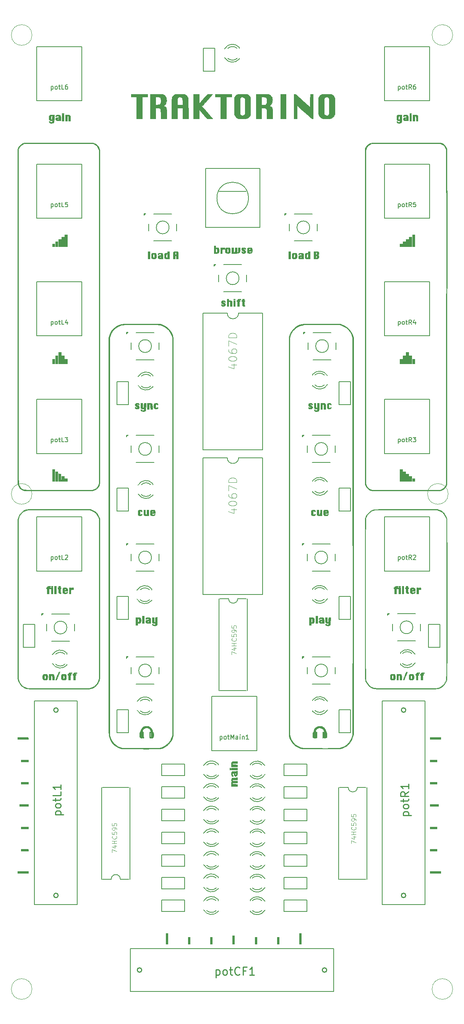
<source format=gbr>
G04 #@! TF.FileFunction,Legend,Top*
%FSLAX46Y46*%
G04 Gerber Fmt 4.6, Leading zero omitted, Abs format (unit mm)*
G04 Created by KiCad (PCBNEW 4.0.6) date Monday, July 02, 2018 'PMt' 05:04:15 PM*
%MOMM*%
%LPD*%
G01*
G04 APERTURE LIST*
%ADD10C,0.100000*%
%ADD11C,0.150000*%
%ADD12C,0.152400*%
%ADD13C,0.120000*%
%ADD14C,0.010000*%
%ADD15C,0.203200*%
%ADD16C,0.248920*%
%ADD17C,0.050000*%
%ADD18C,0.279400*%
%ADD19C,0.088900*%
G04 APERTURE END LIST*
D10*
D11*
X120900000Y-64000000D02*
X120900000Y-64100000D01*
X120800000Y-63950000D02*
X121150000Y-63950000D01*
X121150000Y-63950000D02*
G75*
G03X120800000Y-64300000I700000J-1050000D01*
G01*
X120800000Y-63950000D02*
X120800000Y-64300000D01*
X126364214Y-67000000D02*
G75*
G03X126364214Y-67000000I-1414214J0D01*
G01*
X122950000Y-70000000D02*
X126950000Y-70000000D01*
X122950000Y-64000000D02*
X126950000Y-64000000D01*
X121850000Y-67750000D02*
X121850000Y-66250000D01*
X128050000Y-66250000D02*
X128050000Y-67750000D01*
D10*
X121850000Y-67000000D02*
X121850000Y-67000000D01*
X126950000Y-70000000D02*
X122950000Y-70000000D01*
X126950000Y-64000000D02*
X122950000Y-64000000D01*
X128050000Y-67000000D02*
X128050000Y-67000000D01*
X126364214Y-67000000D02*
G75*
G03X126364214Y-67000000I-1414214J0D01*
G01*
D11*
X120700000Y-110750000D02*
X120700000Y-110850000D01*
X120600000Y-110700000D02*
X120950000Y-110700000D01*
X120950000Y-110700000D02*
G75*
G03X120600000Y-111050000I700000J-1050000D01*
G01*
X120600000Y-110700000D02*
X120600000Y-111050000D01*
X126164214Y-113750000D02*
G75*
G03X126164214Y-113750000I-1414214J0D01*
G01*
X122750000Y-116750000D02*
X126750000Y-116750000D01*
X122750000Y-110750000D02*
X126750000Y-110750000D01*
X121650000Y-114500000D02*
X121650000Y-113000000D01*
X127850000Y-113000000D02*
X127850000Y-114500000D01*
D10*
X121650000Y-113750000D02*
X121650000Y-113750000D01*
X126750000Y-116750000D02*
X122750000Y-116750000D01*
X126750000Y-110750000D02*
X122750000Y-110750000D01*
X127850000Y-113750000D02*
X127850000Y-113750000D01*
X126164214Y-113750000D02*
G75*
G03X126164214Y-113750000I-1414214J0D01*
G01*
D11*
X138750000Y-750000D02*
X138750000Y-12750000D01*
X148750000Y-750000D02*
X138750000Y-750000D01*
X148750000Y-12750000D02*
X148750000Y-750000D01*
X148750000Y-750000D02*
X148750000Y-12750000D01*
X138750000Y-12750000D02*
X148750000Y-12750000D01*
D12*
X108371000Y-143160000D02*
X108371000Y-122840000D01*
X102129000Y-122840000D02*
X102129000Y-143160000D01*
X108171000Y-143160000D02*
X102329000Y-143160000D01*
X108171000Y-122840000D02*
X106266000Y-122840000D01*
X102329000Y-122840000D02*
X104234000Y-122840000D01*
X106266000Y-122840000D02*
G75*
G02X104234000Y-122840000I-1016000J0D01*
G01*
D13*
X60686000Y-99700000D02*
G75*
G03X60686000Y-99700000I-2286000J0D01*
G01*
X152886000Y-99700000D02*
G75*
G03X152886000Y-99700000I-2286000J0D01*
G01*
X60686000Y-209200000D02*
G75*
G03X60686000Y-209200000I-2286000J0D01*
G01*
X153886000Y-209200000D02*
G75*
G03X153886000Y-209200000I-2286000J0D01*
G01*
X153886000Y1800000D02*
G75*
G03X153886000Y1800000I-2286000J0D01*
G01*
D11*
X68449000Y-134936000D02*
X68449000Y-135136000D01*
X68449000Y-137530000D02*
X68449000Y-137350000D01*
X65221256Y-137219643D02*
G75*
G03X68449000Y-137536000I1727744J1003643D01*
G01*
X65896994Y-137349068D02*
G75*
G03X68000000Y-137350000I1052006J1133068D01*
G01*
X68436220Y-134909274D02*
G75*
G03X65199000Y-135256000I-1497220J-1306726D01*
G01*
X67962889Y-135136747D02*
G75*
G03X65915000Y-135156000I-1013889J-1079253D01*
G01*
X87249000Y-145286000D02*
X87249000Y-145486000D01*
X87249000Y-147880000D02*
X87249000Y-147700000D01*
X84021256Y-147569643D02*
G75*
G03X87249000Y-147886000I1727744J1003643D01*
G01*
X84696994Y-147699068D02*
G75*
G03X86800000Y-147700000I1052006J1133068D01*
G01*
X87236220Y-145259274D02*
G75*
G03X83999000Y-145606000I-1497220J-1306726D01*
G01*
X86762889Y-145486747D02*
G75*
G03X84715000Y-145506000I-1013889J-1079253D01*
G01*
X87199000Y-120686000D02*
X87199000Y-120886000D01*
X87199000Y-123280000D02*
X87199000Y-123100000D01*
X83971256Y-122969643D02*
G75*
G03X87199000Y-123286000I1727744J1003643D01*
G01*
X84646994Y-123099068D02*
G75*
G03X86750000Y-123100000I1052006J1133068D01*
G01*
X87186220Y-120659274D02*
G75*
G03X83949000Y-121006000I-1497220J-1306726D01*
G01*
X86712889Y-120886747D02*
G75*
G03X84665000Y-120906000I-1013889J-1079253D01*
G01*
X87449000Y-97436000D02*
X87449000Y-97636000D01*
X87449000Y-100030000D02*
X87449000Y-99850000D01*
X84221256Y-99719643D02*
G75*
G03X87449000Y-100036000I1727744J1003643D01*
G01*
X84896994Y-99849068D02*
G75*
G03X87000000Y-99850000I1052006J1133068D01*
G01*
X87436220Y-97409274D02*
G75*
G03X84199000Y-97756000I-1497220J-1306726D01*
G01*
X86962889Y-97636747D02*
G75*
G03X84915000Y-97656000I-1013889J-1079253D01*
G01*
X87449000Y-73436000D02*
X87449000Y-73636000D01*
X87449000Y-76030000D02*
X87449000Y-75850000D01*
X84221256Y-75719643D02*
G75*
G03X87449000Y-76036000I1727744J1003643D01*
G01*
X84896994Y-75849068D02*
G75*
G03X87000000Y-75850000I1052006J1133068D01*
G01*
X87436220Y-73409274D02*
G75*
G03X84199000Y-73756000I-1497220J-1306726D01*
G01*
X86962889Y-73636747D02*
G75*
G03X84915000Y-73656000I-1013889J-1079253D01*
G01*
X106599000Y-936000D02*
X106599000Y-1136000D01*
X106599000Y-3530000D02*
X106599000Y-3350000D01*
X103371256Y-3219643D02*
G75*
G03X106599000Y-3536000I1727744J1003643D01*
G01*
X104046994Y-3349068D02*
G75*
G03X106150000Y-3350000I1052006J1133068D01*
G01*
X106586220Y-909274D02*
G75*
G03X103349000Y-1256000I-1497220J-1306726D01*
G01*
X106112889Y-1136747D02*
G75*
G03X104065000Y-1156000I-1013889J-1079253D01*
G01*
X142301000Y-137414000D02*
X142301000Y-137214000D01*
X142301000Y-134820000D02*
X142301000Y-135000000D01*
X145528744Y-135130357D02*
G75*
G03X142301000Y-134814000I-1727744J-1003643D01*
G01*
X144853006Y-135000932D02*
G75*
G03X142750000Y-135000000I-1052006J-1133068D01*
G01*
X142313780Y-137440726D02*
G75*
G03X145551000Y-137094000I1497220J1306726D01*
G01*
X142787111Y-137213253D02*
G75*
G03X144835000Y-137194000I1013889J1079253D01*
G01*
X122901000Y-147814000D02*
X122901000Y-147614000D01*
X122901000Y-145220000D02*
X122901000Y-145400000D01*
X126128744Y-145530357D02*
G75*
G03X122901000Y-145214000I-1727744J-1003643D01*
G01*
X125453006Y-145400932D02*
G75*
G03X123350000Y-145400000I-1052006J-1133068D01*
G01*
X122913780Y-147840726D02*
G75*
G03X126151000Y-147494000I1497220J1306726D01*
G01*
X123387111Y-147613253D02*
G75*
G03X125435000Y-147594000I1013889J1079253D01*
G01*
X122901000Y-123214000D02*
X122901000Y-123014000D01*
X122901000Y-120620000D02*
X122901000Y-120800000D01*
X126128744Y-120930357D02*
G75*
G03X122901000Y-120614000I-1727744J-1003643D01*
G01*
X125453006Y-120800932D02*
G75*
G03X123350000Y-120800000I-1052006J-1133068D01*
G01*
X122913780Y-123240726D02*
G75*
G03X126151000Y-122894000I1497220J1306726D01*
G01*
X123387111Y-123013253D02*
G75*
G03X125435000Y-122994000I1013889J1079253D01*
G01*
X122901000Y-99314000D02*
X122901000Y-99114000D01*
X122901000Y-96720000D02*
X122901000Y-96900000D01*
X126128744Y-97030357D02*
G75*
G03X122901000Y-96714000I-1727744J-1003643D01*
G01*
X125453006Y-96900932D02*
G75*
G03X123350000Y-96900000I-1052006J-1133068D01*
G01*
X122913780Y-99340726D02*
G75*
G03X126151000Y-98994000I1497220J1306726D01*
G01*
X123387111Y-99113253D02*
G75*
G03X125435000Y-99094000I1013889J1079253D01*
G01*
X122901000Y-75814000D02*
X122901000Y-75614000D01*
X122901000Y-73220000D02*
X122901000Y-73400000D01*
X126128744Y-73530357D02*
G75*
G03X122901000Y-73214000I-1727744J-1003643D01*
G01*
X125453006Y-73400932D02*
G75*
G03X123350000Y-73400000I-1052006J-1133068D01*
G01*
X122913780Y-75840726D02*
G75*
G03X126151000Y-75494000I1497220J1306726D01*
G01*
X123387111Y-75613253D02*
G75*
G03X125435000Y-75594000I1013889J1079253D01*
G01*
X61270000Y-128520000D02*
X61270000Y-133600000D01*
X61270000Y-133600000D02*
X58730000Y-133600000D01*
X58730000Y-133600000D02*
X58730000Y-128520000D01*
X58730000Y-128520000D02*
X61270000Y-128520000D01*
X79480000Y-152480000D02*
X79480000Y-147400000D01*
X79480000Y-147400000D02*
X82020000Y-147400000D01*
X82020000Y-147400000D02*
X82020000Y-152480000D01*
X82020000Y-152480000D02*
X79480000Y-152480000D01*
X79480000Y-127480000D02*
X79480000Y-122400000D01*
X79480000Y-122400000D02*
X82020000Y-122400000D01*
X82020000Y-122400000D02*
X82020000Y-127480000D01*
X82020000Y-127480000D02*
X79480000Y-127480000D01*
X79480000Y-103480000D02*
X79480000Y-98400000D01*
X79480000Y-98400000D02*
X82020000Y-98400000D01*
X82020000Y-98400000D02*
X82020000Y-103480000D01*
X82020000Y-103480000D02*
X79480000Y-103480000D01*
X79480000Y-79980000D02*
X79480000Y-74900000D01*
X79480000Y-74900000D02*
X82020000Y-74900000D01*
X82020000Y-74900000D02*
X82020000Y-79980000D01*
X82020000Y-79980000D02*
X79480000Y-79980000D01*
X98630000Y-6230000D02*
X98630000Y-1150000D01*
X98630000Y-1150000D02*
X101170000Y-1150000D01*
X101170000Y-1150000D02*
X101170000Y-6230000D01*
X101170000Y-6230000D02*
X98630000Y-6230000D01*
X151020000Y-128520000D02*
X151020000Y-133600000D01*
X151020000Y-133600000D02*
X148480000Y-133600000D01*
X148480000Y-133600000D02*
X148480000Y-128520000D01*
X148480000Y-128520000D02*
X151020000Y-128520000D01*
X128680000Y-152480000D02*
X128680000Y-147400000D01*
X128680000Y-147400000D02*
X131220000Y-147400000D01*
X131220000Y-147400000D02*
X131220000Y-152480000D01*
X131220000Y-152480000D02*
X128680000Y-152480000D01*
X128680000Y-127480000D02*
X128680000Y-122400000D01*
X128680000Y-122400000D02*
X131220000Y-122400000D01*
X131220000Y-122400000D02*
X131220000Y-127480000D01*
X131220000Y-127480000D02*
X128680000Y-127480000D01*
X128680000Y-103480000D02*
X128680000Y-98400000D01*
X128680000Y-98400000D02*
X131220000Y-98400000D01*
X131220000Y-98400000D02*
X131220000Y-103480000D01*
X131220000Y-103480000D02*
X128680000Y-103480000D01*
X128680000Y-79980000D02*
X128680000Y-74900000D01*
X128680000Y-74900000D02*
X131220000Y-74900000D01*
X131220000Y-74900000D02*
X131220000Y-79980000D01*
X131220000Y-79980000D02*
X128680000Y-79980000D01*
X94480000Y-192020000D02*
X89400000Y-192020000D01*
X89400000Y-192020000D02*
X89400000Y-189480000D01*
X89400000Y-189480000D02*
X94480000Y-189480000D01*
X94480000Y-189480000D02*
X94480000Y-192020000D01*
X94480000Y-187020000D02*
X89400000Y-187020000D01*
X89400000Y-187020000D02*
X89400000Y-184480000D01*
X89400000Y-184480000D02*
X94480000Y-184480000D01*
X94480000Y-184480000D02*
X94480000Y-187020000D01*
X94480000Y-182020000D02*
X89400000Y-182020000D01*
X89400000Y-182020000D02*
X89400000Y-179480000D01*
X89400000Y-179480000D02*
X94480000Y-179480000D01*
X94480000Y-179480000D02*
X94480000Y-182020000D01*
X94480000Y-177020000D02*
X89400000Y-177020000D01*
X89400000Y-177020000D02*
X89400000Y-174480000D01*
X89400000Y-174480000D02*
X94480000Y-174480000D01*
X94480000Y-174480000D02*
X94480000Y-177020000D01*
X94480000Y-172020000D02*
X89400000Y-172020000D01*
X89400000Y-172020000D02*
X89400000Y-169480000D01*
X89400000Y-169480000D02*
X94480000Y-169480000D01*
X94480000Y-169480000D02*
X94480000Y-172020000D01*
X94480000Y-167020000D02*
X89400000Y-167020000D01*
X89400000Y-167020000D02*
X89400000Y-164480000D01*
X89400000Y-164480000D02*
X94480000Y-164480000D01*
X94480000Y-164480000D02*
X94480000Y-167020000D01*
X94480000Y-162020000D02*
X89400000Y-162020000D01*
X89400000Y-162020000D02*
X89400000Y-159480000D01*
X89400000Y-159480000D02*
X94480000Y-159480000D01*
X94480000Y-159480000D02*
X94480000Y-162020000D01*
X116520000Y-189480000D02*
X121600000Y-189480000D01*
X121600000Y-189480000D02*
X121600000Y-192020000D01*
X121600000Y-192020000D02*
X116520000Y-192020000D01*
X116520000Y-192020000D02*
X116520000Y-189480000D01*
X116520000Y-184480000D02*
X121600000Y-184480000D01*
X121600000Y-184480000D02*
X121600000Y-187020000D01*
X121600000Y-187020000D02*
X116520000Y-187020000D01*
X116520000Y-187020000D02*
X116520000Y-184480000D01*
X116520000Y-179480000D02*
X121600000Y-179480000D01*
X121600000Y-179480000D02*
X121600000Y-182020000D01*
X121600000Y-182020000D02*
X116520000Y-182020000D01*
X116520000Y-182020000D02*
X116520000Y-179480000D01*
X116520000Y-174480000D02*
X121600000Y-174480000D01*
X121600000Y-174480000D02*
X121600000Y-177020000D01*
X121600000Y-177020000D02*
X116520000Y-177020000D01*
X116520000Y-177020000D02*
X116520000Y-174480000D01*
X116520000Y-169480000D02*
X121600000Y-169480000D01*
X121600000Y-169480000D02*
X121600000Y-172020000D01*
X121600000Y-172020000D02*
X116520000Y-172020000D01*
X116520000Y-172020000D02*
X116520000Y-169480000D01*
X116520000Y-164480000D02*
X121600000Y-164480000D01*
X121600000Y-164480000D02*
X121600000Y-167020000D01*
X121600000Y-167020000D02*
X116520000Y-167020000D01*
X116520000Y-167020000D02*
X116520000Y-164480000D01*
X116520000Y-159480000D02*
X121600000Y-159480000D01*
X121600000Y-159480000D02*
X121600000Y-162020000D01*
X121600000Y-162020000D02*
X116520000Y-162020000D01*
X116520000Y-162020000D02*
X116520000Y-159480000D01*
X101949000Y-189436000D02*
X101949000Y-189636000D01*
X101949000Y-192030000D02*
X101949000Y-191850000D01*
X98721256Y-191719643D02*
G75*
G03X101949000Y-192036000I1727744J1003643D01*
G01*
X99396994Y-191849068D02*
G75*
G03X101500000Y-191850000I1052006J1133068D01*
G01*
X101936220Y-189409274D02*
G75*
G03X98699000Y-189756000I-1497220J-1306726D01*
G01*
X101462889Y-189636747D02*
G75*
G03X99415000Y-189656000I-1013889J-1079253D01*
G01*
X101949000Y-184436000D02*
X101949000Y-184636000D01*
X101949000Y-187030000D02*
X101949000Y-186850000D01*
X98721256Y-186719643D02*
G75*
G03X101949000Y-187036000I1727744J1003643D01*
G01*
X99396994Y-186849068D02*
G75*
G03X101500000Y-186850000I1052006J1133068D01*
G01*
X101936220Y-184409274D02*
G75*
G03X98699000Y-184756000I-1497220J-1306726D01*
G01*
X101462889Y-184636747D02*
G75*
G03X99415000Y-184656000I-1013889J-1079253D01*
G01*
X101949000Y-179436000D02*
X101949000Y-179636000D01*
X101949000Y-182030000D02*
X101949000Y-181850000D01*
X98721256Y-181719643D02*
G75*
G03X101949000Y-182036000I1727744J1003643D01*
G01*
X99396994Y-181849068D02*
G75*
G03X101500000Y-181850000I1052006J1133068D01*
G01*
X101936220Y-179409274D02*
G75*
G03X98699000Y-179756000I-1497220J-1306726D01*
G01*
X101462889Y-179636747D02*
G75*
G03X99415000Y-179656000I-1013889J-1079253D01*
G01*
X101949000Y-174436000D02*
X101949000Y-174636000D01*
X101949000Y-177030000D02*
X101949000Y-176850000D01*
X98721256Y-176719643D02*
G75*
G03X101949000Y-177036000I1727744J1003643D01*
G01*
X99396994Y-176849068D02*
G75*
G03X101500000Y-176850000I1052006J1133068D01*
G01*
X101936220Y-174409274D02*
G75*
G03X98699000Y-174756000I-1497220J-1306726D01*
G01*
X101462889Y-174636747D02*
G75*
G03X99415000Y-174656000I-1013889J-1079253D01*
G01*
X101949000Y-169436000D02*
X101949000Y-169636000D01*
X101949000Y-172030000D02*
X101949000Y-171850000D01*
X98721256Y-171719643D02*
G75*
G03X101949000Y-172036000I1727744J1003643D01*
G01*
X99396994Y-171849068D02*
G75*
G03X101500000Y-171850000I1052006J1133068D01*
G01*
X101936220Y-169409274D02*
G75*
G03X98699000Y-169756000I-1497220J-1306726D01*
G01*
X101462889Y-169636747D02*
G75*
G03X99415000Y-169656000I-1013889J-1079253D01*
G01*
X101949000Y-164436000D02*
X101949000Y-164636000D01*
X101949000Y-167030000D02*
X101949000Y-166850000D01*
X98721256Y-166719643D02*
G75*
G03X101949000Y-167036000I1727744J1003643D01*
G01*
X99396994Y-166849068D02*
G75*
G03X101500000Y-166850000I1052006J1133068D01*
G01*
X101936220Y-164409274D02*
G75*
G03X98699000Y-164756000I-1497220J-1306726D01*
G01*
X101462889Y-164636747D02*
G75*
G03X99415000Y-164656000I-1013889J-1079253D01*
G01*
X101949000Y-159436000D02*
X101949000Y-159636000D01*
X101949000Y-162030000D02*
X101949000Y-161850000D01*
X98721256Y-161719643D02*
G75*
G03X101949000Y-162036000I1727744J1003643D01*
G01*
X99396994Y-161849068D02*
G75*
G03X101500000Y-161850000I1052006J1133068D01*
G01*
X101936220Y-159409274D02*
G75*
G03X98699000Y-159756000I-1497220J-1306726D01*
G01*
X101462889Y-159636747D02*
G75*
G03X99415000Y-159656000I-1013889J-1079253D01*
G01*
X109051000Y-192064000D02*
X109051000Y-191864000D01*
X109051000Y-189470000D02*
X109051000Y-189650000D01*
X112278744Y-189780357D02*
G75*
G03X109051000Y-189464000I-1727744J-1003643D01*
G01*
X111603006Y-189650932D02*
G75*
G03X109500000Y-189650000I-1052006J-1133068D01*
G01*
X109063780Y-192090726D02*
G75*
G03X112301000Y-191744000I1497220J1306726D01*
G01*
X109537111Y-191863253D02*
G75*
G03X111585000Y-191844000I1013889J1079253D01*
G01*
X109051000Y-187064000D02*
X109051000Y-186864000D01*
X109051000Y-184470000D02*
X109051000Y-184650000D01*
X112278744Y-184780357D02*
G75*
G03X109051000Y-184464000I-1727744J-1003643D01*
G01*
X111603006Y-184650932D02*
G75*
G03X109500000Y-184650000I-1052006J-1133068D01*
G01*
X109063780Y-187090726D02*
G75*
G03X112301000Y-186744000I1497220J1306726D01*
G01*
X109537111Y-186863253D02*
G75*
G03X111585000Y-186844000I1013889J1079253D01*
G01*
X109051000Y-182064000D02*
X109051000Y-181864000D01*
X109051000Y-179470000D02*
X109051000Y-179650000D01*
X112278744Y-179780357D02*
G75*
G03X109051000Y-179464000I-1727744J-1003643D01*
G01*
X111603006Y-179650932D02*
G75*
G03X109500000Y-179650000I-1052006J-1133068D01*
G01*
X109063780Y-182090726D02*
G75*
G03X112301000Y-181744000I1497220J1306726D01*
G01*
X109537111Y-181863253D02*
G75*
G03X111585000Y-181844000I1013889J1079253D01*
G01*
X109051000Y-177064000D02*
X109051000Y-176864000D01*
X109051000Y-174470000D02*
X109051000Y-174650000D01*
X112278744Y-174780357D02*
G75*
G03X109051000Y-174464000I-1727744J-1003643D01*
G01*
X111603006Y-174650932D02*
G75*
G03X109500000Y-174650000I-1052006J-1133068D01*
G01*
X109063780Y-177090726D02*
G75*
G03X112301000Y-176744000I1497220J1306726D01*
G01*
X109537111Y-176863253D02*
G75*
G03X111585000Y-176844000I1013889J1079253D01*
G01*
X109051000Y-172064000D02*
X109051000Y-171864000D01*
X109051000Y-169470000D02*
X109051000Y-169650000D01*
X112278744Y-169780357D02*
G75*
G03X109051000Y-169464000I-1727744J-1003643D01*
G01*
X111603006Y-169650932D02*
G75*
G03X109500000Y-169650000I-1052006J-1133068D01*
G01*
X109063780Y-172090726D02*
G75*
G03X112301000Y-171744000I1497220J1306726D01*
G01*
X109537111Y-171863253D02*
G75*
G03X111585000Y-171844000I1013889J1079253D01*
G01*
X109051000Y-167064000D02*
X109051000Y-166864000D01*
X109051000Y-164470000D02*
X109051000Y-164650000D01*
X112278744Y-164780357D02*
G75*
G03X109051000Y-164464000I-1727744J-1003643D01*
G01*
X111603006Y-164650932D02*
G75*
G03X109500000Y-164650000I-1052006J-1133068D01*
G01*
X109063780Y-167090726D02*
G75*
G03X112301000Y-166744000I1497220J1306726D01*
G01*
X109537111Y-166863253D02*
G75*
G03X111585000Y-166844000I1013889J1079253D01*
G01*
X109051000Y-162064000D02*
X109051000Y-161864000D01*
X109051000Y-159470000D02*
X109051000Y-159650000D01*
X112278744Y-159780357D02*
G75*
G03X109051000Y-159464000I-1727744J-1003643D01*
G01*
X111603006Y-159650932D02*
G75*
G03X109500000Y-159650000I-1052006J-1133068D01*
G01*
X109063780Y-162090726D02*
G75*
G03X112301000Y-161744000I1497220J1306726D01*
G01*
X109537111Y-161863253D02*
G75*
G03X111585000Y-161844000I1013889J1079253D01*
G01*
D13*
X60686000Y1800000D02*
G75*
G03X60686000Y1800000I-2286000J0D01*
G01*
D14*
G36*
X90741334Y-199247333D02*
X90318000Y-199247333D01*
X90318000Y-196876666D01*
X90741334Y-196876666D01*
X90741334Y-199247333D01*
X90741334Y-199247333D01*
G37*
X90741334Y-199247333D02*
X90318000Y-199247333D01*
X90318000Y-196876666D01*
X90741334Y-196876666D01*
X90741334Y-199247333D01*
G36*
X95652000Y-199247333D02*
X95228667Y-199247333D01*
X95228667Y-197723333D01*
X95652000Y-197723333D01*
X95652000Y-199247333D01*
X95652000Y-199247333D01*
G37*
X95652000Y-199247333D02*
X95228667Y-199247333D01*
X95228667Y-197723333D01*
X95652000Y-197723333D01*
X95652000Y-199247333D01*
G36*
X100605000Y-199247333D02*
X100181667Y-199247333D01*
X100181667Y-197723333D01*
X100605000Y-197723333D01*
X100605000Y-199247333D01*
X100605000Y-199247333D01*
G37*
X100605000Y-199247333D02*
X100181667Y-199247333D01*
X100181667Y-197723333D01*
X100605000Y-197723333D01*
X100605000Y-199247333D01*
G36*
X105515667Y-199247333D02*
X105092334Y-199247333D01*
X105092334Y-197342333D01*
X105515667Y-197342333D01*
X105515667Y-199247333D01*
X105515667Y-199247333D01*
G37*
X105515667Y-199247333D02*
X105092334Y-199247333D01*
X105092334Y-197342333D01*
X105515667Y-197342333D01*
X105515667Y-199247333D01*
G36*
X110468667Y-199247333D02*
X110045334Y-199247333D01*
X110045334Y-197723333D01*
X110468667Y-197723333D01*
X110468667Y-199247333D01*
X110468667Y-199247333D01*
G37*
X110468667Y-199247333D02*
X110045334Y-199247333D01*
X110045334Y-197723333D01*
X110468667Y-197723333D01*
X110468667Y-199247333D01*
G36*
X115379334Y-199247333D02*
X114956000Y-199247333D01*
X114956000Y-197723333D01*
X115379334Y-197723333D01*
X115379334Y-199247333D01*
X115379334Y-199247333D01*
G37*
X115379334Y-199247333D02*
X114956000Y-199247333D01*
X114956000Y-197723333D01*
X115379334Y-197723333D01*
X115379334Y-199247333D01*
G36*
X120332334Y-199247333D02*
X119909000Y-199247333D01*
X119909000Y-196876666D01*
X120332334Y-196876666D01*
X120332334Y-199247333D01*
X120332334Y-199247333D01*
G37*
X120332334Y-199247333D02*
X119909000Y-199247333D01*
X119909000Y-196876666D01*
X120332334Y-196876666D01*
X120332334Y-199247333D01*
G36*
X59838000Y-183584000D02*
X57467334Y-183584000D01*
X57467334Y-183160666D01*
X59838000Y-183160666D01*
X59838000Y-183584000D01*
X59838000Y-183584000D01*
G37*
X59838000Y-183584000D02*
X57467334Y-183584000D01*
X57467334Y-183160666D01*
X59838000Y-183160666D01*
X59838000Y-183584000D01*
G36*
X151193334Y-183584000D02*
X148822667Y-183584000D01*
X148822667Y-183160666D01*
X151193334Y-183160666D01*
X151193334Y-183584000D01*
X151193334Y-183584000D01*
G37*
X151193334Y-183584000D02*
X148822667Y-183584000D01*
X148822667Y-183160666D01*
X151193334Y-183160666D01*
X151193334Y-183584000D01*
G36*
X59044250Y-178217295D02*
X59816834Y-178228833D01*
X59829736Y-178429916D01*
X59842639Y-178631000D01*
X58271667Y-178631000D01*
X58271667Y-178205756D01*
X59044250Y-178217295D01*
X59044250Y-178217295D01*
G37*
X59044250Y-178217295D02*
X59816834Y-178228833D01*
X59829736Y-178429916D01*
X59842639Y-178631000D01*
X58271667Y-178631000D01*
X58271667Y-178205756D01*
X59044250Y-178217295D01*
G36*
X150346667Y-178631000D02*
X148822667Y-178631000D01*
X148822667Y-178207666D01*
X150346667Y-178207666D01*
X150346667Y-178631000D01*
X150346667Y-178631000D01*
G37*
X150346667Y-178631000D02*
X148822667Y-178631000D01*
X148822667Y-178207666D01*
X150346667Y-178207666D01*
X150346667Y-178631000D01*
G36*
X59838000Y-173720333D02*
X58271667Y-173720333D01*
X58271667Y-173297000D01*
X59838000Y-173297000D01*
X59838000Y-173720333D01*
X59838000Y-173720333D01*
G37*
X59838000Y-173720333D02*
X58271667Y-173720333D01*
X58271667Y-173297000D01*
X59838000Y-173297000D01*
X59838000Y-173720333D01*
G36*
X150346667Y-173720333D02*
X148822667Y-173720333D01*
X148822667Y-173297000D01*
X150346667Y-173297000D01*
X150346667Y-173720333D01*
X150346667Y-173720333D01*
G37*
X150346667Y-173720333D02*
X148822667Y-173720333D01*
X148822667Y-173297000D01*
X150346667Y-173297000D01*
X150346667Y-173720333D01*
G36*
X59838000Y-168767333D02*
X57890667Y-168767333D01*
X57890667Y-168344000D01*
X59838000Y-168344000D01*
X59838000Y-168767333D01*
X59838000Y-168767333D01*
G37*
X59838000Y-168767333D02*
X57890667Y-168767333D01*
X57890667Y-168344000D01*
X59838000Y-168344000D01*
X59838000Y-168767333D01*
G36*
X150727667Y-168767333D02*
X148822667Y-168767333D01*
X148822667Y-168344000D01*
X150727667Y-168344000D01*
X150727667Y-168767333D01*
X150727667Y-168767333D01*
G37*
X150727667Y-168767333D02*
X148822667Y-168767333D01*
X148822667Y-168344000D01*
X150727667Y-168344000D01*
X150727667Y-168767333D01*
G36*
X106150667Y-162880394D02*
X105632084Y-162892280D01*
X105113500Y-162904166D01*
X105113500Y-163158166D01*
X105632084Y-163170052D01*
X106150667Y-163181939D01*
X106150667Y-163600060D01*
X105632084Y-163611947D01*
X105113500Y-163623833D01*
X105113500Y-163877833D01*
X105632084Y-163889719D01*
X106150667Y-163901605D01*
X106150667Y-164322333D01*
X104836768Y-164322333D01*
X104856930Y-163846083D01*
X104864741Y-163643093D01*
X104870274Y-163462349D01*
X104872932Y-163326097D01*
X104872582Y-163264000D01*
X104864126Y-163026877D01*
X104863622Y-162858392D01*
X104872985Y-162742733D01*
X104894131Y-162664086D01*
X104928978Y-162606640D01*
X104955806Y-162577219D01*
X105001933Y-162537292D01*
X105057325Y-162509507D01*
X105138130Y-162491103D01*
X105260493Y-162479321D01*
X105440563Y-162471401D01*
X105601389Y-162466885D01*
X106150667Y-162452938D01*
X106150667Y-162880394D01*
X106150667Y-162880394D01*
G37*
X106150667Y-162880394D02*
X105632084Y-162892280D01*
X105113500Y-162904166D01*
X105113500Y-163158166D01*
X105632084Y-163170052D01*
X106150667Y-163181939D01*
X106150667Y-163600060D01*
X105632084Y-163611947D01*
X105113500Y-163623833D01*
X105113500Y-163877833D01*
X105632084Y-163889719D01*
X106150667Y-163901605D01*
X106150667Y-164322333D01*
X104836768Y-164322333D01*
X104856930Y-163846083D01*
X104864741Y-163643093D01*
X104870274Y-163462349D01*
X104872932Y-163326097D01*
X104872582Y-163264000D01*
X104864126Y-163026877D01*
X104863622Y-162858392D01*
X104872985Y-162742733D01*
X104894131Y-162664086D01*
X104928978Y-162606640D01*
X104955806Y-162577219D01*
X105001933Y-162537292D01*
X105057325Y-162509507D01*
X105138130Y-162491103D01*
X105260493Y-162479321D01*
X105440563Y-162471401D01*
X105601389Y-162466885D01*
X106150667Y-162452938D01*
X106150667Y-162880394D01*
G36*
X59838000Y-163856666D02*
X58271667Y-163856666D01*
X58271667Y-163433333D01*
X59838000Y-163433333D01*
X59838000Y-163856666D01*
X59838000Y-163856666D01*
G37*
X59838000Y-163856666D02*
X58271667Y-163856666D01*
X58271667Y-163433333D01*
X59838000Y-163433333D01*
X59838000Y-163856666D01*
G36*
X150346667Y-163856666D02*
X148822667Y-163856666D01*
X148822667Y-163433333D01*
X150346667Y-163433333D01*
X150346667Y-163856666D01*
X150346667Y-163856666D01*
G37*
X150346667Y-163856666D02*
X148822667Y-163856666D01*
X148822667Y-163433333D01*
X150346667Y-163433333D01*
X150346667Y-163856666D01*
G36*
X106147139Y-161461194D02*
X106145555Y-161664854D01*
X106138517Y-161803278D01*
X106122594Y-161895873D01*
X106094355Y-161962045D01*
X106050369Y-162021201D01*
X106047563Y-162024477D01*
X105956329Y-162105017D01*
X105845285Y-162137052D01*
X105769667Y-162140242D01*
X105594511Y-162108493D01*
X105473360Y-162012552D01*
X105405364Y-161851378D01*
X105388667Y-161674139D01*
X105386499Y-161541889D01*
X105386321Y-161541033D01*
X105600334Y-161541033D01*
X105629031Y-161651053D01*
X105699141Y-161721035D01*
X105786691Y-161740587D01*
X105867708Y-161699318D01*
X105890974Y-161667009D01*
X105910211Y-161565321D01*
X105859374Y-161484738D01*
X105753045Y-161444983D01*
X105725844Y-161443666D01*
X105635151Y-161455968D01*
X105602584Y-161505569D01*
X105600334Y-161541033D01*
X105386321Y-161541033D01*
X105372237Y-161473358D01*
X105334242Y-161447599D01*
X105260878Y-161443666D01*
X105260619Y-161443666D01*
X105157042Y-161463010D01*
X105098028Y-161536281D01*
X105088938Y-161558430D01*
X105063565Y-161696514D01*
X105088551Y-161815498D01*
X105157016Y-161889459D01*
X105178928Y-161897571D01*
X105244799Y-161948167D01*
X105261667Y-162041270D01*
X105247423Y-162129565D01*
X105194905Y-162157443D01*
X105089437Y-162130884D01*
X105065113Y-162121356D01*
X104952850Y-162048871D01*
X104881470Y-161931306D01*
X104845458Y-161755614D01*
X104838334Y-161584774D01*
X104842470Y-161414692D01*
X104859188Y-161302170D01*
X104894953Y-161220320D01*
X104940400Y-161160277D01*
X104984795Y-161111821D01*
X105030703Y-161078323D01*
X105094205Y-161056522D01*
X105191383Y-161043157D01*
X105338319Y-161034968D01*
X105551096Y-161028694D01*
X105594803Y-161027587D01*
X106147139Y-161013675D01*
X106147139Y-161461194D01*
X106147139Y-161461194D01*
G37*
X106147139Y-161461194D02*
X106145555Y-161664854D01*
X106138517Y-161803278D01*
X106122594Y-161895873D01*
X106094355Y-161962045D01*
X106050369Y-162021201D01*
X106047563Y-162024477D01*
X105956329Y-162105017D01*
X105845285Y-162137052D01*
X105769667Y-162140242D01*
X105594511Y-162108493D01*
X105473360Y-162012552D01*
X105405364Y-161851378D01*
X105388667Y-161674139D01*
X105386499Y-161541889D01*
X105386321Y-161541033D01*
X105600334Y-161541033D01*
X105629031Y-161651053D01*
X105699141Y-161721035D01*
X105786691Y-161740587D01*
X105867708Y-161699318D01*
X105890974Y-161667009D01*
X105910211Y-161565321D01*
X105859374Y-161484738D01*
X105753045Y-161444983D01*
X105725844Y-161443666D01*
X105635151Y-161455968D01*
X105602584Y-161505569D01*
X105600334Y-161541033D01*
X105386321Y-161541033D01*
X105372237Y-161473358D01*
X105334242Y-161447599D01*
X105260878Y-161443666D01*
X105260619Y-161443666D01*
X105157042Y-161463010D01*
X105098028Y-161536281D01*
X105088938Y-161558430D01*
X105063565Y-161696514D01*
X105088551Y-161815498D01*
X105157016Y-161889459D01*
X105178928Y-161897571D01*
X105244799Y-161948167D01*
X105261667Y-162041270D01*
X105247423Y-162129565D01*
X105194905Y-162157443D01*
X105089437Y-162130884D01*
X105065113Y-162121356D01*
X104952850Y-162048871D01*
X104881470Y-161931306D01*
X104845458Y-161755614D01*
X104838334Y-161584774D01*
X104842470Y-161414692D01*
X104859188Y-161302170D01*
X104894953Y-161220320D01*
X104940400Y-161160277D01*
X104984795Y-161111821D01*
X105030703Y-161078323D01*
X105094205Y-161056522D01*
X105191383Y-161043157D01*
X105338319Y-161034968D01*
X105551096Y-161028694D01*
X105594803Y-161027587D01*
X106147139Y-161013675D01*
X106147139Y-161461194D01*
G36*
X104668311Y-160307529D02*
X104699646Y-160342551D01*
X104710331Y-160427386D01*
X104711334Y-160512333D01*
X104707902Y-160637955D01*
X104690391Y-160700625D01*
X104647974Y-160721994D01*
X104605500Y-160724000D01*
X104542689Y-160717137D01*
X104511354Y-160682114D01*
X104500669Y-160597280D01*
X104499667Y-160512333D01*
X104503098Y-160386711D01*
X104520609Y-160324041D01*
X104563027Y-160302671D01*
X104605500Y-160300666D01*
X104668311Y-160307529D01*
X104668311Y-160307529D01*
G37*
X104668311Y-160307529D02*
X104699646Y-160342551D01*
X104710331Y-160427386D01*
X104711334Y-160512333D01*
X104707902Y-160637955D01*
X104690391Y-160700625D01*
X104647974Y-160721994D01*
X104605500Y-160724000D01*
X104542689Y-160717137D01*
X104511354Y-160682114D01*
X104500669Y-160597280D01*
X104499667Y-160512333D01*
X104503098Y-160386711D01*
X104520609Y-160324041D01*
X104563027Y-160302671D01*
X104605500Y-160300666D01*
X104668311Y-160307529D01*
G36*
X106150667Y-160724000D02*
X104838334Y-160724000D01*
X104838334Y-160300666D01*
X106150667Y-160300666D01*
X106150667Y-160724000D01*
X106150667Y-160724000D01*
G37*
X106150667Y-160724000D02*
X104838334Y-160724000D01*
X104838334Y-160300666D01*
X106150667Y-160300666D01*
X106150667Y-160724000D01*
G36*
X106150667Y-159282060D02*
X105632084Y-159293947D01*
X105113500Y-159305833D01*
X105113500Y-159559833D01*
X105632084Y-159571719D01*
X106150667Y-159583605D01*
X106150667Y-160004333D01*
X104841861Y-160004333D01*
X104841861Y-159554813D01*
X104842832Y-159354129D01*
X104848485Y-159218864D01*
X104862926Y-159129768D01*
X104890264Y-159067595D01*
X104934608Y-159013098D01*
X104963841Y-158983313D01*
X105016737Y-158932890D01*
X105067528Y-158898721D01*
X105133179Y-158877644D01*
X105230655Y-158866495D01*
X105376921Y-158862112D01*
X105588942Y-158861334D01*
X105618244Y-158861333D01*
X106150667Y-158861333D01*
X106150667Y-159282060D01*
X106150667Y-159282060D01*
G37*
X106150667Y-159282060D02*
X105632084Y-159293947D01*
X105113500Y-159305833D01*
X105113500Y-159559833D01*
X105632084Y-159571719D01*
X106150667Y-159583605D01*
X106150667Y-160004333D01*
X104841861Y-160004333D01*
X104841861Y-159554813D01*
X104842832Y-159354129D01*
X104848485Y-159218864D01*
X104862926Y-159129768D01*
X104890264Y-159067595D01*
X104934608Y-159013098D01*
X104963841Y-158983313D01*
X105016737Y-158932890D01*
X105067528Y-158898721D01*
X105133179Y-158877644D01*
X105230655Y-158866495D01*
X105376921Y-158862112D01*
X105588942Y-158861334D01*
X105618244Y-158861333D01*
X106150667Y-158861333D01*
X106150667Y-159282060D01*
G36*
X59838000Y-158903666D02*
X58271667Y-158903666D01*
X58271667Y-158480333D01*
X59838000Y-158480333D01*
X59838000Y-158903666D01*
X59838000Y-158903666D01*
G37*
X59838000Y-158903666D02*
X58271667Y-158903666D01*
X58271667Y-158480333D01*
X59838000Y-158480333D01*
X59838000Y-158903666D01*
G36*
X150346667Y-158903666D02*
X148822667Y-158903666D01*
X148822667Y-158480333D01*
X150346667Y-158480333D01*
X150346667Y-158903666D01*
X150346667Y-158903666D01*
G37*
X150346667Y-158903666D02*
X148822667Y-158903666D01*
X148822667Y-158480333D01*
X150346667Y-158480333D01*
X150346667Y-158903666D01*
G36*
X83264265Y-62092942D02*
X83811349Y-62093960D01*
X84433488Y-62095583D01*
X84984000Y-62097257D01*
X89026834Y-62110099D01*
X89342697Y-62207177D01*
X89840257Y-62400595D01*
X90313255Y-62663526D01*
X90745301Y-62985033D01*
X91120004Y-63354182D01*
X91195071Y-63443101D01*
X91398269Y-63730429D01*
X91590494Y-64071938D01*
X91756550Y-64437247D01*
X91881244Y-64795976D01*
X91893208Y-64839000D01*
X91990167Y-65198833D01*
X91990167Y-109077333D01*
X91990163Y-111399182D01*
X91990148Y-113637888D01*
X91990122Y-115794976D01*
X91990079Y-117871971D01*
X91990020Y-119870395D01*
X91989939Y-121791774D01*
X91989836Y-123637632D01*
X91989707Y-125409493D01*
X91989550Y-127108882D01*
X91989363Y-128737321D01*
X91989142Y-130296337D01*
X91988885Y-131787453D01*
X91988589Y-133212193D01*
X91988253Y-134572081D01*
X91987873Y-135868642D01*
X91987447Y-137103400D01*
X91986972Y-138277880D01*
X91986445Y-139393605D01*
X91985865Y-140452099D01*
X91985228Y-141454888D01*
X91984532Y-142403495D01*
X91983774Y-143299444D01*
X91982952Y-144144260D01*
X91982063Y-144939467D01*
X91981105Y-145686590D01*
X91980074Y-146387151D01*
X91978969Y-147042677D01*
X91977787Y-147654690D01*
X91976524Y-148224716D01*
X91975180Y-148754277D01*
X91973750Y-149244900D01*
X91972233Y-149698108D01*
X91970626Y-150115424D01*
X91968926Y-150498374D01*
X91967131Y-150848482D01*
X91965238Y-151167272D01*
X91963244Y-151456267D01*
X91961148Y-151716994D01*
X91958946Y-151950974D01*
X91956635Y-152159734D01*
X91954214Y-152344797D01*
X91951679Y-152507687D01*
X91949029Y-152649929D01*
X91946260Y-152773046D01*
X91943369Y-152878564D01*
X91940355Y-152968006D01*
X91937215Y-153042897D01*
X91933946Y-153104760D01*
X91930546Y-153155121D01*
X91927011Y-153195503D01*
X91923340Y-153227430D01*
X91919529Y-153252427D01*
X91915577Y-153272019D01*
X91915270Y-153273333D01*
X91749693Y-153797962D01*
X91512625Y-154284995D01*
X91210462Y-154728182D01*
X90849596Y-155121274D01*
X90436423Y-155458022D01*
X89977337Y-155732178D01*
X89478731Y-155937491D01*
X89081535Y-156042776D01*
X89017412Y-156054237D01*
X88940291Y-156064313D01*
X88844813Y-156073083D01*
X88725620Y-156080625D01*
X88577356Y-156087017D01*
X88394661Y-156092337D01*
X88172178Y-156096663D01*
X87904550Y-156100074D01*
X87586418Y-156102647D01*
X87212424Y-156104460D01*
X86777212Y-156105592D01*
X86275422Y-156106121D01*
X85701697Y-156106125D01*
X85050679Y-156105682D01*
X84784702Y-156105415D01*
X84079819Y-156104425D01*
X83454974Y-156103008D01*
X82905539Y-156101099D01*
X82426886Y-156098632D01*
X82014386Y-156095539D01*
X81663412Y-156091756D01*
X81369335Y-156087217D01*
X81127528Y-156081854D01*
X80933362Y-156075603D01*
X80782209Y-156068397D01*
X80669441Y-156060170D01*
X80590431Y-156050855D01*
X80558993Y-156045093D01*
X80034461Y-155888268D01*
X79546560Y-155659823D01*
X79101397Y-155366299D01*
X78705077Y-155014235D01*
X78363705Y-154610169D01*
X78083388Y-154160641D01*
X77870231Y-153672190D01*
X77730340Y-153151354D01*
X77703112Y-152986522D01*
X77700454Y-152940175D01*
X77697899Y-152838954D01*
X77695449Y-152682024D01*
X77693102Y-152468553D01*
X77690858Y-152197707D01*
X77688715Y-151868652D01*
X77686674Y-151480557D01*
X77684734Y-151032587D01*
X77682893Y-150523909D01*
X77681153Y-149953690D01*
X77679510Y-149321096D01*
X77677966Y-148625295D01*
X77676520Y-147865454D01*
X77675170Y-147040738D01*
X77673916Y-146150314D01*
X77672758Y-145193351D01*
X77671695Y-144169013D01*
X77670727Y-143076468D01*
X77669852Y-141914882D01*
X77669069Y-140683423D01*
X77668380Y-139381258D01*
X77667782Y-138007552D01*
X77667275Y-136561472D01*
X77666858Y-135042186D01*
X77666531Y-133448860D01*
X77666294Y-131780661D01*
X77666145Y-130036755D01*
X77666084Y-128216310D01*
X77666110Y-126318492D01*
X77666222Y-124342467D01*
X77666421Y-122287403D01*
X77666705Y-120152467D01*
X77667074Y-117936824D01*
X77667526Y-115639643D01*
X77668062Y-113260088D01*
X77668681Y-110797328D01*
X77669201Y-108886833D01*
X77669648Y-107294309D01*
X77872289Y-107294309D01*
X77872297Y-109106856D01*
X77872314Y-111423932D01*
X77872337Y-113657872D01*
X77872367Y-115810208D01*
X77872407Y-117882470D01*
X77872461Y-119876189D01*
X77872531Y-121792896D01*
X77872620Y-123634123D01*
X77872731Y-125401401D01*
X77872867Y-127096259D01*
X77873031Y-128720230D01*
X77873225Y-130274845D01*
X77873452Y-131761633D01*
X77873715Y-133182128D01*
X77874017Y-134537858D01*
X77874361Y-135830356D01*
X77874749Y-137061152D01*
X77875185Y-138231778D01*
X77875672Y-139343764D01*
X77876211Y-140398641D01*
X77876807Y-141397941D01*
X77877461Y-142343194D01*
X77878177Y-143235932D01*
X77878957Y-144077685D01*
X77879805Y-144869985D01*
X77880722Y-145614362D01*
X77881713Y-146312347D01*
X77882780Y-146965472D01*
X77883925Y-147575267D01*
X77885152Y-148143264D01*
X77886464Y-148670993D01*
X77887862Y-149159985D01*
X77889351Y-149611772D01*
X77890932Y-150027884D01*
X77892610Y-150409853D01*
X77894385Y-150759210D01*
X77896263Y-151077484D01*
X77898244Y-151366209D01*
X77900333Y-151626913D01*
X77902531Y-151861129D01*
X77904842Y-152070388D01*
X77907269Y-152256220D01*
X77909814Y-152420157D01*
X77912481Y-152563729D01*
X77915272Y-152688468D01*
X77918189Y-152795904D01*
X77921237Y-152887568D01*
X77924417Y-152964992D01*
X77927733Y-153029707D01*
X77931187Y-153083243D01*
X77934782Y-153127131D01*
X77938521Y-153162903D01*
X77942407Y-153192090D01*
X77946442Y-153216222D01*
X77950631Y-153236831D01*
X77954179Y-153252166D01*
X78104771Y-153734899D01*
X78316218Y-154171728D01*
X78597310Y-154578537D01*
X78841327Y-154855098D01*
X79250651Y-155221918D01*
X79701856Y-155515227D01*
X80193660Y-155734348D01*
X80724778Y-155878609D01*
X80820929Y-155895983D01*
X80903077Y-155902569D01*
X81062328Y-155908536D01*
X81291121Y-155913886D01*
X81581895Y-155918619D01*
X81927088Y-155922734D01*
X82319140Y-155926231D01*
X82750488Y-155929110D01*
X83213572Y-155931371D01*
X83700831Y-155933015D01*
X84204703Y-155934041D01*
X84717628Y-155934449D01*
X85232043Y-155934239D01*
X85740388Y-155933412D01*
X86235101Y-155931966D01*
X86708622Y-155929903D01*
X87153388Y-155927221D01*
X87561840Y-155923922D01*
X87926415Y-155920004D01*
X88239552Y-155915469D01*
X88493690Y-155910315D01*
X88681268Y-155904544D01*
X88794724Y-155898154D01*
X88813941Y-155896008D01*
X89329895Y-155779855D01*
X89816494Y-155588193D01*
X90266754Y-155327170D01*
X90673690Y-155002934D01*
X91030316Y-154621635D01*
X91329648Y-154189419D01*
X91564701Y-153712437D01*
X91682809Y-153370665D01*
X91778500Y-153040500D01*
X91778500Y-65156500D01*
X91682809Y-64826334D01*
X91493952Y-64320562D01*
X91234948Y-63854001D01*
X90912442Y-63433904D01*
X90533074Y-63067522D01*
X90103488Y-62762107D01*
X89630326Y-62524912D01*
X89543616Y-62490987D01*
X89438371Y-62452016D01*
X89338980Y-62417558D01*
X89239818Y-62387354D01*
X89135257Y-62361145D01*
X89019672Y-62338672D01*
X88887434Y-62319678D01*
X88732918Y-62303903D01*
X88550497Y-62291088D01*
X88334544Y-62280976D01*
X88079433Y-62273307D01*
X87779537Y-62267823D01*
X87429228Y-62264265D01*
X87022882Y-62262374D01*
X86554870Y-62261893D01*
X86019566Y-62262562D01*
X85411344Y-62264122D01*
X84724577Y-62266316D01*
X84660335Y-62266530D01*
X84002817Y-62268748D01*
X83424386Y-62270829D01*
X82919460Y-62272917D01*
X82482459Y-62275157D01*
X82107803Y-62277693D01*
X81789911Y-62280670D01*
X81523203Y-62284232D01*
X81302098Y-62288523D01*
X81121017Y-62293688D01*
X80974378Y-62299872D01*
X80856602Y-62307218D01*
X80762108Y-62315871D01*
X80685316Y-62325976D01*
X80620645Y-62337677D01*
X80562515Y-62351118D01*
X80505345Y-62366443D01*
X80475500Y-62374823D01*
X79952992Y-62563420D01*
X79476317Y-62819206D01*
X79050584Y-63136888D01*
X78680903Y-63511176D01*
X78372383Y-63936779D01*
X78130132Y-64408404D01*
X77959259Y-64920761D01*
X77940114Y-65000741D01*
X77936495Y-65021208D01*
X77933005Y-65051216D01*
X77929643Y-65092276D01*
X77926406Y-65145895D01*
X77923291Y-65213584D01*
X77920296Y-65296852D01*
X77917419Y-65397207D01*
X77914658Y-65516160D01*
X77912009Y-65655219D01*
X77909472Y-65815894D01*
X77907044Y-65999694D01*
X77904721Y-66208129D01*
X77902503Y-66442707D01*
X77900386Y-66704938D01*
X77898369Y-66996331D01*
X77896448Y-67318395D01*
X77894622Y-67672640D01*
X77892889Y-68060575D01*
X77891245Y-68483710D01*
X77889690Y-68943552D01*
X77888219Y-69441613D01*
X77886832Y-69979401D01*
X77885525Y-70558425D01*
X77884297Y-71180195D01*
X77883145Y-71846219D01*
X77882067Y-72558008D01*
X77881060Y-73317070D01*
X77880122Y-74124915D01*
X77879252Y-74983052D01*
X77878445Y-75892991D01*
X77877701Y-76856240D01*
X77877017Y-77874308D01*
X77876390Y-78948706D01*
X77875818Y-80080942D01*
X77875300Y-81272526D01*
X77874832Y-82524967D01*
X77874412Y-83839774D01*
X77874038Y-85218456D01*
X77873707Y-86662523D01*
X77873418Y-88173484D01*
X77873168Y-89752849D01*
X77872955Y-91402126D01*
X77872776Y-93122825D01*
X77872629Y-94916455D01*
X77872512Y-96784525D01*
X77872421Y-98728546D01*
X77872357Y-100750025D01*
X77872314Y-102850472D01*
X77872292Y-105031397D01*
X77872289Y-107294309D01*
X77669648Y-107294309D01*
X77681500Y-65114166D01*
X77798303Y-64741777D01*
X78008867Y-64199771D01*
X78282083Y-63710753D01*
X78614055Y-63278322D01*
X79000885Y-62906073D01*
X79438675Y-62597606D01*
X79923529Y-62356516D01*
X80451549Y-62186403D01*
X80603165Y-62152672D01*
X80667532Y-62141131D01*
X80742655Y-62131009D01*
X80833891Y-62122239D01*
X80946599Y-62114753D01*
X81086138Y-62108482D01*
X81257865Y-62103360D01*
X81467140Y-62099318D01*
X81719320Y-62096289D01*
X82019764Y-62094204D01*
X82373831Y-62092997D01*
X82786878Y-62092599D01*
X83264265Y-62092942D01*
X83264265Y-62092942D01*
G37*
X83264265Y-62092942D02*
X83811349Y-62093960D01*
X84433488Y-62095583D01*
X84984000Y-62097257D01*
X89026834Y-62110099D01*
X89342697Y-62207177D01*
X89840257Y-62400595D01*
X90313255Y-62663526D01*
X90745301Y-62985033D01*
X91120004Y-63354182D01*
X91195071Y-63443101D01*
X91398269Y-63730429D01*
X91590494Y-64071938D01*
X91756550Y-64437247D01*
X91881244Y-64795976D01*
X91893208Y-64839000D01*
X91990167Y-65198833D01*
X91990167Y-109077333D01*
X91990163Y-111399182D01*
X91990148Y-113637888D01*
X91990122Y-115794976D01*
X91990079Y-117871971D01*
X91990020Y-119870395D01*
X91989939Y-121791774D01*
X91989836Y-123637632D01*
X91989707Y-125409493D01*
X91989550Y-127108882D01*
X91989363Y-128737321D01*
X91989142Y-130296337D01*
X91988885Y-131787453D01*
X91988589Y-133212193D01*
X91988253Y-134572081D01*
X91987873Y-135868642D01*
X91987447Y-137103400D01*
X91986972Y-138277880D01*
X91986445Y-139393605D01*
X91985865Y-140452099D01*
X91985228Y-141454888D01*
X91984532Y-142403495D01*
X91983774Y-143299444D01*
X91982952Y-144144260D01*
X91982063Y-144939467D01*
X91981105Y-145686590D01*
X91980074Y-146387151D01*
X91978969Y-147042677D01*
X91977787Y-147654690D01*
X91976524Y-148224716D01*
X91975180Y-148754277D01*
X91973750Y-149244900D01*
X91972233Y-149698108D01*
X91970626Y-150115424D01*
X91968926Y-150498374D01*
X91967131Y-150848482D01*
X91965238Y-151167272D01*
X91963244Y-151456267D01*
X91961148Y-151716994D01*
X91958946Y-151950974D01*
X91956635Y-152159734D01*
X91954214Y-152344797D01*
X91951679Y-152507687D01*
X91949029Y-152649929D01*
X91946260Y-152773046D01*
X91943369Y-152878564D01*
X91940355Y-152968006D01*
X91937215Y-153042897D01*
X91933946Y-153104760D01*
X91930546Y-153155121D01*
X91927011Y-153195503D01*
X91923340Y-153227430D01*
X91919529Y-153252427D01*
X91915577Y-153272019D01*
X91915270Y-153273333D01*
X91749693Y-153797962D01*
X91512625Y-154284995D01*
X91210462Y-154728182D01*
X90849596Y-155121274D01*
X90436423Y-155458022D01*
X89977337Y-155732178D01*
X89478731Y-155937491D01*
X89081535Y-156042776D01*
X89017412Y-156054237D01*
X88940291Y-156064313D01*
X88844813Y-156073083D01*
X88725620Y-156080625D01*
X88577356Y-156087017D01*
X88394661Y-156092337D01*
X88172178Y-156096663D01*
X87904550Y-156100074D01*
X87586418Y-156102647D01*
X87212424Y-156104460D01*
X86777212Y-156105592D01*
X86275422Y-156106121D01*
X85701697Y-156106125D01*
X85050679Y-156105682D01*
X84784702Y-156105415D01*
X84079819Y-156104425D01*
X83454974Y-156103008D01*
X82905539Y-156101099D01*
X82426886Y-156098632D01*
X82014386Y-156095539D01*
X81663412Y-156091756D01*
X81369335Y-156087217D01*
X81127528Y-156081854D01*
X80933362Y-156075603D01*
X80782209Y-156068397D01*
X80669441Y-156060170D01*
X80590431Y-156050855D01*
X80558993Y-156045093D01*
X80034461Y-155888268D01*
X79546560Y-155659823D01*
X79101397Y-155366299D01*
X78705077Y-155014235D01*
X78363705Y-154610169D01*
X78083388Y-154160641D01*
X77870231Y-153672190D01*
X77730340Y-153151354D01*
X77703112Y-152986522D01*
X77700454Y-152940175D01*
X77697899Y-152838954D01*
X77695449Y-152682024D01*
X77693102Y-152468553D01*
X77690858Y-152197707D01*
X77688715Y-151868652D01*
X77686674Y-151480557D01*
X77684734Y-151032587D01*
X77682893Y-150523909D01*
X77681153Y-149953690D01*
X77679510Y-149321096D01*
X77677966Y-148625295D01*
X77676520Y-147865454D01*
X77675170Y-147040738D01*
X77673916Y-146150314D01*
X77672758Y-145193351D01*
X77671695Y-144169013D01*
X77670727Y-143076468D01*
X77669852Y-141914882D01*
X77669069Y-140683423D01*
X77668380Y-139381258D01*
X77667782Y-138007552D01*
X77667275Y-136561472D01*
X77666858Y-135042186D01*
X77666531Y-133448860D01*
X77666294Y-131780661D01*
X77666145Y-130036755D01*
X77666084Y-128216310D01*
X77666110Y-126318492D01*
X77666222Y-124342467D01*
X77666421Y-122287403D01*
X77666705Y-120152467D01*
X77667074Y-117936824D01*
X77667526Y-115639643D01*
X77668062Y-113260088D01*
X77668681Y-110797328D01*
X77669201Y-108886833D01*
X77669648Y-107294309D01*
X77872289Y-107294309D01*
X77872297Y-109106856D01*
X77872314Y-111423932D01*
X77872337Y-113657872D01*
X77872367Y-115810208D01*
X77872407Y-117882470D01*
X77872461Y-119876189D01*
X77872531Y-121792896D01*
X77872620Y-123634123D01*
X77872731Y-125401401D01*
X77872867Y-127096259D01*
X77873031Y-128720230D01*
X77873225Y-130274845D01*
X77873452Y-131761633D01*
X77873715Y-133182128D01*
X77874017Y-134537858D01*
X77874361Y-135830356D01*
X77874749Y-137061152D01*
X77875185Y-138231778D01*
X77875672Y-139343764D01*
X77876211Y-140398641D01*
X77876807Y-141397941D01*
X77877461Y-142343194D01*
X77878177Y-143235932D01*
X77878957Y-144077685D01*
X77879805Y-144869985D01*
X77880722Y-145614362D01*
X77881713Y-146312347D01*
X77882780Y-146965472D01*
X77883925Y-147575267D01*
X77885152Y-148143264D01*
X77886464Y-148670993D01*
X77887862Y-149159985D01*
X77889351Y-149611772D01*
X77890932Y-150027884D01*
X77892610Y-150409853D01*
X77894385Y-150759210D01*
X77896263Y-151077484D01*
X77898244Y-151366209D01*
X77900333Y-151626913D01*
X77902531Y-151861129D01*
X77904842Y-152070388D01*
X77907269Y-152256220D01*
X77909814Y-152420157D01*
X77912481Y-152563729D01*
X77915272Y-152688468D01*
X77918189Y-152795904D01*
X77921237Y-152887568D01*
X77924417Y-152964992D01*
X77927733Y-153029707D01*
X77931187Y-153083243D01*
X77934782Y-153127131D01*
X77938521Y-153162903D01*
X77942407Y-153192090D01*
X77946442Y-153216222D01*
X77950631Y-153236831D01*
X77954179Y-153252166D01*
X78104771Y-153734899D01*
X78316218Y-154171728D01*
X78597310Y-154578537D01*
X78841327Y-154855098D01*
X79250651Y-155221918D01*
X79701856Y-155515227D01*
X80193660Y-155734348D01*
X80724778Y-155878609D01*
X80820929Y-155895983D01*
X80903077Y-155902569D01*
X81062328Y-155908536D01*
X81291121Y-155913886D01*
X81581895Y-155918619D01*
X81927088Y-155922734D01*
X82319140Y-155926231D01*
X82750488Y-155929110D01*
X83213572Y-155931371D01*
X83700831Y-155933015D01*
X84204703Y-155934041D01*
X84717628Y-155934449D01*
X85232043Y-155934239D01*
X85740388Y-155933412D01*
X86235101Y-155931966D01*
X86708622Y-155929903D01*
X87153388Y-155927221D01*
X87561840Y-155923922D01*
X87926415Y-155920004D01*
X88239552Y-155915469D01*
X88493690Y-155910315D01*
X88681268Y-155904544D01*
X88794724Y-155898154D01*
X88813941Y-155896008D01*
X89329895Y-155779855D01*
X89816494Y-155588193D01*
X90266754Y-155327170D01*
X90673690Y-155002934D01*
X91030316Y-154621635D01*
X91329648Y-154189419D01*
X91564701Y-153712437D01*
X91682809Y-153370665D01*
X91778500Y-153040500D01*
X91778500Y-65156500D01*
X91682809Y-64826334D01*
X91493952Y-64320562D01*
X91234948Y-63854001D01*
X90912442Y-63433904D01*
X90533074Y-63067522D01*
X90103488Y-62762107D01*
X89630326Y-62524912D01*
X89543616Y-62490987D01*
X89438371Y-62452016D01*
X89338980Y-62417558D01*
X89239818Y-62387354D01*
X89135257Y-62361145D01*
X89019672Y-62338672D01*
X88887434Y-62319678D01*
X88732918Y-62303903D01*
X88550497Y-62291088D01*
X88334544Y-62280976D01*
X88079433Y-62273307D01*
X87779537Y-62267823D01*
X87429228Y-62264265D01*
X87022882Y-62262374D01*
X86554870Y-62261893D01*
X86019566Y-62262562D01*
X85411344Y-62264122D01*
X84724577Y-62266316D01*
X84660335Y-62266530D01*
X84002817Y-62268748D01*
X83424386Y-62270829D01*
X82919460Y-62272917D01*
X82482459Y-62275157D01*
X82107803Y-62277693D01*
X81789911Y-62280670D01*
X81523203Y-62284232D01*
X81302098Y-62288523D01*
X81121017Y-62293688D01*
X80974378Y-62299872D01*
X80856602Y-62307218D01*
X80762108Y-62315871D01*
X80685316Y-62325976D01*
X80620645Y-62337677D01*
X80562515Y-62351118D01*
X80505345Y-62366443D01*
X80475500Y-62374823D01*
X79952992Y-62563420D01*
X79476317Y-62819206D01*
X79050584Y-63136888D01*
X78680903Y-63511176D01*
X78372383Y-63936779D01*
X78130132Y-64408404D01*
X77959259Y-64920761D01*
X77940114Y-65000741D01*
X77936495Y-65021208D01*
X77933005Y-65051216D01*
X77929643Y-65092276D01*
X77926406Y-65145895D01*
X77923291Y-65213584D01*
X77920296Y-65296852D01*
X77917419Y-65397207D01*
X77914658Y-65516160D01*
X77912009Y-65655219D01*
X77909472Y-65815894D01*
X77907044Y-65999694D01*
X77904721Y-66208129D01*
X77902503Y-66442707D01*
X77900386Y-66704938D01*
X77898369Y-66996331D01*
X77896448Y-67318395D01*
X77894622Y-67672640D01*
X77892889Y-68060575D01*
X77891245Y-68483710D01*
X77889690Y-68943552D01*
X77888219Y-69441613D01*
X77886832Y-69979401D01*
X77885525Y-70558425D01*
X77884297Y-71180195D01*
X77883145Y-71846219D01*
X77882067Y-72558008D01*
X77881060Y-73317070D01*
X77880122Y-74124915D01*
X77879252Y-74983052D01*
X77878445Y-75892991D01*
X77877701Y-76856240D01*
X77877017Y-77874308D01*
X77876390Y-78948706D01*
X77875818Y-80080942D01*
X77875300Y-81272526D01*
X77874832Y-82524967D01*
X77874412Y-83839774D01*
X77874038Y-85218456D01*
X77873707Y-86662523D01*
X77873418Y-88173484D01*
X77873168Y-89752849D01*
X77872955Y-91402126D01*
X77872776Y-93122825D01*
X77872629Y-94916455D01*
X77872512Y-96784525D01*
X77872421Y-98728546D01*
X77872357Y-100750025D01*
X77872314Y-102850472D01*
X77872292Y-105031397D01*
X77872289Y-107294309D01*
X77669648Y-107294309D01*
X77681500Y-65114166D01*
X77798303Y-64741777D01*
X78008867Y-64199771D01*
X78282083Y-63710753D01*
X78614055Y-63278322D01*
X79000885Y-62906073D01*
X79438675Y-62597606D01*
X79923529Y-62356516D01*
X80451549Y-62186403D01*
X80603165Y-62152672D01*
X80667532Y-62141131D01*
X80742655Y-62131009D01*
X80833891Y-62122239D01*
X80946599Y-62114753D01*
X81086138Y-62108482D01*
X81257865Y-62103360D01*
X81467140Y-62099318D01*
X81719320Y-62096289D01*
X82019764Y-62094204D01*
X82373831Y-62092997D01*
X82786878Y-62092599D01*
X83264265Y-62092942D01*
G36*
X123672182Y-62092204D02*
X124365990Y-62093550D01*
X124946667Y-62095259D01*
X128947167Y-62108500D01*
X129307000Y-62228650D01*
X129837958Y-62447152D01*
X130318888Y-62729131D01*
X130745183Y-63069692D01*
X131112237Y-63463940D01*
X131415443Y-63906977D01*
X131650194Y-64393907D01*
X131802915Y-64881333D01*
X131888740Y-65241166D01*
X131889037Y-109103655D01*
X131889334Y-152966143D01*
X131787940Y-153365846D01*
X131612352Y-153890493D01*
X131364180Y-154375316D01*
X131048461Y-154814148D01*
X130670233Y-155200817D01*
X130234536Y-155529152D01*
X129842662Y-155748247D01*
X129731603Y-155802710D01*
X129634040Y-155850987D01*
X129544462Y-155893459D01*
X129457357Y-155930508D01*
X129367215Y-155962516D01*
X129268525Y-155989864D01*
X129155774Y-156012935D01*
X129023453Y-156032110D01*
X128866049Y-156047771D01*
X128678051Y-156060300D01*
X128453948Y-156070079D01*
X128188230Y-156077490D01*
X127875384Y-156082914D01*
X127509899Y-156086733D01*
X127086265Y-156089329D01*
X126598970Y-156091085D01*
X126042502Y-156092381D01*
X125411351Y-156093600D01*
X124840834Y-156094795D01*
X124135140Y-156096217D01*
X123509233Y-156097040D01*
X122958235Y-156097210D01*
X122477268Y-156096671D01*
X122061452Y-156095369D01*
X121705911Y-156093249D01*
X121405765Y-156090255D01*
X121156138Y-156086334D01*
X120952150Y-156081429D01*
X120788923Y-156075487D01*
X120661580Y-156068453D01*
X120565241Y-156060271D01*
X120495030Y-156050887D01*
X120467667Y-156045610D01*
X119933392Y-155886322D01*
X119435907Y-155653406D01*
X118981794Y-155351956D01*
X118577636Y-154987063D01*
X118230015Y-154563819D01*
X117951296Y-154098833D01*
X117886554Y-153956303D01*
X117810768Y-153768481D01*
X117738120Y-153570896D01*
X117723185Y-153527333D01*
X117601834Y-153167500D01*
X117601834Y-91345218D01*
X117756414Y-91345218D01*
X117756458Y-93362122D01*
X117756596Y-95459779D01*
X117756826Y-97638761D01*
X117757148Y-99899641D01*
X117757562Y-102242993D01*
X117758068Y-104669389D01*
X117758664Y-107179402D01*
X117759229Y-109331333D01*
X117759865Y-111645803D01*
X117760486Y-113877136D01*
X117761096Y-116026860D01*
X117761697Y-118096506D01*
X117762292Y-120087603D01*
X117762886Y-122001680D01*
X117763480Y-123840266D01*
X117764079Y-125604891D01*
X117764684Y-127297083D01*
X117765300Y-128918373D01*
X117765929Y-130470290D01*
X117766574Y-131954363D01*
X117767240Y-133372121D01*
X117767928Y-134725094D01*
X117768641Y-136014810D01*
X117769384Y-137242800D01*
X117770159Y-138410593D01*
X117770970Y-139519718D01*
X117771818Y-140571704D01*
X117772708Y-141568081D01*
X117773643Y-142510377D01*
X117774625Y-143400123D01*
X117775659Y-144238848D01*
X117776746Y-145028081D01*
X117777890Y-145769351D01*
X117779095Y-146464187D01*
X117780363Y-147114120D01*
X117781697Y-147720678D01*
X117783101Y-148285391D01*
X117784578Y-148809787D01*
X117786130Y-149295397D01*
X117787762Y-149743750D01*
X117789475Y-150156374D01*
X117791274Y-150534800D01*
X117793161Y-150880557D01*
X117795140Y-151195174D01*
X117797213Y-151480179D01*
X117799384Y-151737104D01*
X117801655Y-151967477D01*
X117804031Y-152172826D01*
X117806514Y-152354683D01*
X117809107Y-152514575D01*
X117811813Y-152654033D01*
X117814635Y-152774586D01*
X117817578Y-152877762D01*
X117820643Y-152965092D01*
X117823833Y-153038105D01*
X117827153Y-153098329D01*
X117830604Y-153147295D01*
X117834191Y-153186531D01*
X117837916Y-153217568D01*
X117841783Y-153241933D01*
X117845794Y-153261158D01*
X117848959Y-153273333D01*
X117937698Y-153532310D01*
X118062038Y-153821410D01*
X118208627Y-154114443D01*
X118364113Y-154385221D01*
X118515144Y-154607554D01*
X118554412Y-154657072D01*
X118897425Y-155011195D01*
X119299630Y-155324149D01*
X119739832Y-155581341D01*
X120141834Y-155749964D01*
X120233494Y-155780577D01*
X120322217Y-155807570D01*
X120413710Y-155831178D01*
X120513678Y-155851632D01*
X120627830Y-155869168D01*
X120761871Y-155884019D01*
X120921510Y-155896418D01*
X121112453Y-155906599D01*
X121340407Y-155914797D01*
X121611079Y-155921244D01*
X121930176Y-155926174D01*
X122303406Y-155929821D01*
X122736474Y-155932419D01*
X123235088Y-155934201D01*
X123804954Y-155935401D01*
X124451781Y-155936253D01*
X124697705Y-155936512D01*
X125364738Y-155937018D01*
X125952650Y-155937037D01*
X126466983Y-155936488D01*
X126913283Y-155935287D01*
X127297092Y-155933354D01*
X127623954Y-155930605D01*
X127899414Y-155926959D01*
X128129015Y-155922333D01*
X128318301Y-155916646D01*
X128472815Y-155909814D01*
X128598103Y-155901756D01*
X128699707Y-155892389D01*
X128783171Y-155881632D01*
X128821836Y-155875358D01*
X129335216Y-155744218D01*
X129815873Y-155539275D01*
X130257229Y-155267254D01*
X130652709Y-154934882D01*
X130995737Y-154548882D01*
X131279735Y-154115980D01*
X131498128Y-153642901D01*
X131644339Y-153136371D01*
X131676728Y-152955833D01*
X131679359Y-152907163D01*
X131681887Y-152796048D01*
X131684312Y-152621842D01*
X131686635Y-152383897D01*
X131688856Y-152081569D01*
X131690975Y-151714210D01*
X131692993Y-151281173D01*
X131694911Y-150781812D01*
X131696729Y-150215480D01*
X131698448Y-149581531D01*
X131700068Y-148879318D01*
X131701589Y-148108195D01*
X131703012Y-147267516D01*
X131704338Y-146356632D01*
X131705567Y-145374899D01*
X131706699Y-144321669D01*
X131707735Y-143196297D01*
X131708676Y-141998134D01*
X131709522Y-140726535D01*
X131710273Y-139380854D01*
X131710930Y-137960443D01*
X131711494Y-136464657D01*
X131711965Y-134892848D01*
X131712343Y-133244369D01*
X131712629Y-131518576D01*
X131712823Y-129714820D01*
X131712927Y-127832456D01*
X131712940Y-125870836D01*
X131712862Y-123829315D01*
X131712696Y-121707245D01*
X131712440Y-119503981D01*
X131712095Y-117218875D01*
X131711663Y-114851281D01*
X131711142Y-112400552D01*
X131710535Y-109866043D01*
X131710288Y-108908000D01*
X131698834Y-65156500D01*
X131601564Y-64842830D01*
X131395595Y-64312763D01*
X131123878Y-63832711D01*
X130790589Y-63406817D01*
X130399904Y-63039224D01*
X129956000Y-62734073D01*
X129463052Y-62495508D01*
X129116036Y-62377453D01*
X128777834Y-62280107D01*
X124967834Y-62266249D01*
X124172081Y-62263912D01*
X123460733Y-62262996D01*
X122833537Y-62263505D01*
X122290241Y-62265440D01*
X121830596Y-62268802D01*
X121454349Y-62273594D01*
X121161249Y-62279818D01*
X120951046Y-62287476D01*
X120823487Y-62296569D01*
X120813149Y-62297832D01*
X120288894Y-62407944D01*
X119796918Y-62592203D01*
X119343433Y-62844395D01*
X118934654Y-63158302D01*
X118576796Y-63527711D01*
X118276072Y-63946404D01*
X118038697Y-64408166D01*
X117870883Y-64906782D01*
X117791948Y-65319815D01*
X117789319Y-65372965D01*
X117786794Y-65491398D01*
X117784374Y-65675688D01*
X117782057Y-65926407D01*
X117779843Y-66244129D01*
X117777733Y-66629426D01*
X117775725Y-67082871D01*
X117773818Y-67605038D01*
X117772014Y-68196499D01*
X117770310Y-68857827D01*
X117768707Y-69589594D01*
X117767205Y-70392375D01*
X117765802Y-71266742D01*
X117764499Y-72213267D01*
X117763295Y-73232524D01*
X117762189Y-74325085D01*
X117761182Y-75491524D01*
X117760272Y-76732413D01*
X117759460Y-78048326D01*
X117758745Y-79439835D01*
X117758126Y-80907513D01*
X117757603Y-82451933D01*
X117757175Y-84073668D01*
X117756843Y-85773292D01*
X117756606Y-87551376D01*
X117756463Y-89408493D01*
X117756414Y-91345218D01*
X117601834Y-91345218D01*
X117601834Y-65029500D01*
X117723224Y-64669666D01*
X117865838Y-64291102D01*
X118022769Y-63968047D01*
X118208707Y-63671347D01*
X118267124Y-63590166D01*
X118634666Y-63159527D01*
X119049020Y-62797434D01*
X119505916Y-62506519D01*
X120001082Y-62289413D01*
X120530249Y-62148747D01*
X120636147Y-62130587D01*
X120724557Y-62121536D01*
X120868151Y-62113740D01*
X121069948Y-62107173D01*
X121332970Y-62101811D01*
X121660238Y-62097629D01*
X122054772Y-62094602D01*
X122519594Y-62092705D01*
X123057723Y-62091914D01*
X123672182Y-62092204D01*
X123672182Y-62092204D01*
G37*
X123672182Y-62092204D02*
X124365990Y-62093550D01*
X124946667Y-62095259D01*
X128947167Y-62108500D01*
X129307000Y-62228650D01*
X129837958Y-62447152D01*
X130318888Y-62729131D01*
X130745183Y-63069692D01*
X131112237Y-63463940D01*
X131415443Y-63906977D01*
X131650194Y-64393907D01*
X131802915Y-64881333D01*
X131888740Y-65241166D01*
X131889037Y-109103655D01*
X131889334Y-152966143D01*
X131787940Y-153365846D01*
X131612352Y-153890493D01*
X131364180Y-154375316D01*
X131048461Y-154814148D01*
X130670233Y-155200817D01*
X130234536Y-155529152D01*
X129842662Y-155748247D01*
X129731603Y-155802710D01*
X129634040Y-155850987D01*
X129544462Y-155893459D01*
X129457357Y-155930508D01*
X129367215Y-155962516D01*
X129268525Y-155989864D01*
X129155774Y-156012935D01*
X129023453Y-156032110D01*
X128866049Y-156047771D01*
X128678051Y-156060300D01*
X128453948Y-156070079D01*
X128188230Y-156077490D01*
X127875384Y-156082914D01*
X127509899Y-156086733D01*
X127086265Y-156089329D01*
X126598970Y-156091085D01*
X126042502Y-156092381D01*
X125411351Y-156093600D01*
X124840834Y-156094795D01*
X124135140Y-156096217D01*
X123509233Y-156097040D01*
X122958235Y-156097210D01*
X122477268Y-156096671D01*
X122061452Y-156095369D01*
X121705911Y-156093249D01*
X121405765Y-156090255D01*
X121156138Y-156086334D01*
X120952150Y-156081429D01*
X120788923Y-156075487D01*
X120661580Y-156068453D01*
X120565241Y-156060271D01*
X120495030Y-156050887D01*
X120467667Y-156045610D01*
X119933392Y-155886322D01*
X119435907Y-155653406D01*
X118981794Y-155351956D01*
X118577636Y-154987063D01*
X118230015Y-154563819D01*
X117951296Y-154098833D01*
X117886554Y-153956303D01*
X117810768Y-153768481D01*
X117738120Y-153570896D01*
X117723185Y-153527333D01*
X117601834Y-153167500D01*
X117601834Y-91345218D01*
X117756414Y-91345218D01*
X117756458Y-93362122D01*
X117756596Y-95459779D01*
X117756826Y-97638761D01*
X117757148Y-99899641D01*
X117757562Y-102242993D01*
X117758068Y-104669389D01*
X117758664Y-107179402D01*
X117759229Y-109331333D01*
X117759865Y-111645803D01*
X117760486Y-113877136D01*
X117761096Y-116026860D01*
X117761697Y-118096506D01*
X117762292Y-120087603D01*
X117762886Y-122001680D01*
X117763480Y-123840266D01*
X117764079Y-125604891D01*
X117764684Y-127297083D01*
X117765300Y-128918373D01*
X117765929Y-130470290D01*
X117766574Y-131954363D01*
X117767240Y-133372121D01*
X117767928Y-134725094D01*
X117768641Y-136014810D01*
X117769384Y-137242800D01*
X117770159Y-138410593D01*
X117770970Y-139519718D01*
X117771818Y-140571704D01*
X117772708Y-141568081D01*
X117773643Y-142510377D01*
X117774625Y-143400123D01*
X117775659Y-144238848D01*
X117776746Y-145028081D01*
X117777890Y-145769351D01*
X117779095Y-146464187D01*
X117780363Y-147114120D01*
X117781697Y-147720678D01*
X117783101Y-148285391D01*
X117784578Y-148809787D01*
X117786130Y-149295397D01*
X117787762Y-149743750D01*
X117789475Y-150156374D01*
X117791274Y-150534800D01*
X117793161Y-150880557D01*
X117795140Y-151195174D01*
X117797213Y-151480179D01*
X117799384Y-151737104D01*
X117801655Y-151967477D01*
X117804031Y-152172826D01*
X117806514Y-152354683D01*
X117809107Y-152514575D01*
X117811813Y-152654033D01*
X117814635Y-152774586D01*
X117817578Y-152877762D01*
X117820643Y-152965092D01*
X117823833Y-153038105D01*
X117827153Y-153098329D01*
X117830604Y-153147295D01*
X117834191Y-153186531D01*
X117837916Y-153217568D01*
X117841783Y-153241933D01*
X117845794Y-153261158D01*
X117848959Y-153273333D01*
X117937698Y-153532310D01*
X118062038Y-153821410D01*
X118208627Y-154114443D01*
X118364113Y-154385221D01*
X118515144Y-154607554D01*
X118554412Y-154657072D01*
X118897425Y-155011195D01*
X119299630Y-155324149D01*
X119739832Y-155581341D01*
X120141834Y-155749964D01*
X120233494Y-155780577D01*
X120322217Y-155807570D01*
X120413710Y-155831178D01*
X120513678Y-155851632D01*
X120627830Y-155869168D01*
X120761871Y-155884019D01*
X120921510Y-155896418D01*
X121112453Y-155906599D01*
X121340407Y-155914797D01*
X121611079Y-155921244D01*
X121930176Y-155926174D01*
X122303406Y-155929821D01*
X122736474Y-155932419D01*
X123235088Y-155934201D01*
X123804954Y-155935401D01*
X124451781Y-155936253D01*
X124697705Y-155936512D01*
X125364738Y-155937018D01*
X125952650Y-155937037D01*
X126466983Y-155936488D01*
X126913283Y-155935287D01*
X127297092Y-155933354D01*
X127623954Y-155930605D01*
X127899414Y-155926959D01*
X128129015Y-155922333D01*
X128318301Y-155916646D01*
X128472815Y-155909814D01*
X128598103Y-155901756D01*
X128699707Y-155892389D01*
X128783171Y-155881632D01*
X128821836Y-155875358D01*
X129335216Y-155744218D01*
X129815873Y-155539275D01*
X130257229Y-155267254D01*
X130652709Y-154934882D01*
X130995737Y-154548882D01*
X131279735Y-154115980D01*
X131498128Y-153642901D01*
X131644339Y-153136371D01*
X131676728Y-152955833D01*
X131679359Y-152907163D01*
X131681887Y-152796048D01*
X131684312Y-152621842D01*
X131686635Y-152383897D01*
X131688856Y-152081569D01*
X131690975Y-151714210D01*
X131692993Y-151281173D01*
X131694911Y-150781812D01*
X131696729Y-150215480D01*
X131698448Y-149581531D01*
X131700068Y-148879318D01*
X131701589Y-148108195D01*
X131703012Y-147267516D01*
X131704338Y-146356632D01*
X131705567Y-145374899D01*
X131706699Y-144321669D01*
X131707735Y-143196297D01*
X131708676Y-141998134D01*
X131709522Y-140726535D01*
X131710273Y-139380854D01*
X131710930Y-137960443D01*
X131711494Y-136464657D01*
X131711965Y-134892848D01*
X131712343Y-133244369D01*
X131712629Y-131518576D01*
X131712823Y-129714820D01*
X131712927Y-127832456D01*
X131712940Y-125870836D01*
X131712862Y-123829315D01*
X131712696Y-121707245D01*
X131712440Y-119503981D01*
X131712095Y-117218875D01*
X131711663Y-114851281D01*
X131711142Y-112400552D01*
X131710535Y-109866043D01*
X131710288Y-108908000D01*
X131698834Y-65156500D01*
X131601564Y-64842830D01*
X131395595Y-64312763D01*
X131123878Y-63832711D01*
X130790589Y-63406817D01*
X130399904Y-63039224D01*
X129956000Y-62734073D01*
X129463052Y-62495508D01*
X129116036Y-62377453D01*
X128777834Y-62280107D01*
X124967834Y-62266249D01*
X124172081Y-62263912D01*
X123460733Y-62262996D01*
X122833537Y-62263505D01*
X122290241Y-62265440D01*
X121830596Y-62268802D01*
X121454349Y-62273594D01*
X121161249Y-62279818D01*
X120951046Y-62287476D01*
X120823487Y-62296569D01*
X120813149Y-62297832D01*
X120288894Y-62407944D01*
X119796918Y-62592203D01*
X119343433Y-62844395D01*
X118934654Y-63158302D01*
X118576796Y-63527711D01*
X118276072Y-63946404D01*
X118038697Y-64408166D01*
X117870883Y-64906782D01*
X117791948Y-65319815D01*
X117789319Y-65372965D01*
X117786794Y-65491398D01*
X117784374Y-65675688D01*
X117782057Y-65926407D01*
X117779843Y-66244129D01*
X117777733Y-66629426D01*
X117775725Y-67082871D01*
X117773818Y-67605038D01*
X117772014Y-68196499D01*
X117770310Y-68857827D01*
X117768707Y-69589594D01*
X117767205Y-70392375D01*
X117765802Y-71266742D01*
X117764499Y-72213267D01*
X117763295Y-73232524D01*
X117762189Y-74325085D01*
X117761182Y-75491524D01*
X117760272Y-76732413D01*
X117759460Y-78048326D01*
X117758745Y-79439835D01*
X117758126Y-80907513D01*
X117757603Y-82451933D01*
X117757175Y-84073668D01*
X117756843Y-85773292D01*
X117756606Y-87551376D01*
X117756463Y-89408493D01*
X117756414Y-91345218D01*
X117601834Y-91345218D01*
X117601834Y-65029500D01*
X117723224Y-64669666D01*
X117865838Y-64291102D01*
X118022769Y-63968047D01*
X118208707Y-63671347D01*
X118267124Y-63590166D01*
X118634666Y-63159527D01*
X119049020Y-62797434D01*
X119505916Y-62506519D01*
X120001082Y-62289413D01*
X120530249Y-62148747D01*
X120636147Y-62130587D01*
X120724557Y-62121536D01*
X120868151Y-62113740D01*
X121069948Y-62107173D01*
X121332970Y-62101811D01*
X121660238Y-62097629D01*
X122054772Y-62094602D01*
X122519594Y-62092705D01*
X123057723Y-62091914D01*
X123672182Y-62092204D01*
G36*
X59816834Y-153548500D02*
X59829736Y-153749583D01*
X59842639Y-153950666D01*
X57467334Y-153950666D01*
X57467334Y-153525994D01*
X59816834Y-153548500D01*
X59816834Y-153548500D01*
G37*
X59816834Y-153548500D02*
X59829736Y-153749583D01*
X59842639Y-153950666D01*
X57467334Y-153950666D01*
X57467334Y-153525994D01*
X59816834Y-153548500D01*
G36*
X151193334Y-153950666D02*
X148822667Y-153950666D01*
X148822667Y-153527333D01*
X151193334Y-153527333D01*
X151193334Y-153950666D01*
X151193334Y-153950666D01*
G37*
X151193334Y-153950666D02*
X148822667Y-153950666D01*
X148822667Y-153527333D01*
X151193334Y-153527333D01*
X151193334Y-153950666D01*
G36*
X63977496Y-103072243D02*
X64694784Y-103072924D01*
X65487372Y-103073934D01*
X66359168Y-103075244D01*
X66726970Y-103075839D01*
X73617500Y-103087166D01*
X73902893Y-103198199D01*
X74356748Y-103416727D01*
X74752373Y-103695366D01*
X75087119Y-104031371D01*
X75358338Y-104421998D01*
X75563380Y-104864502D01*
X75593183Y-104949833D01*
X75691834Y-105246166D01*
X75702709Y-122856833D01*
X75703601Y-124311067D01*
X75704423Y-125683074D01*
X75705164Y-126975295D01*
X75705816Y-128190170D01*
X75706368Y-129330138D01*
X75706812Y-130397641D01*
X75707137Y-131395117D01*
X75707335Y-132325007D01*
X75707395Y-133189751D01*
X75707308Y-133991789D01*
X75707065Y-134733561D01*
X75706655Y-135417508D01*
X75706069Y-136046069D01*
X75705299Y-136621685D01*
X75704333Y-137146795D01*
X75703163Y-137623840D01*
X75701779Y-138055260D01*
X75700171Y-138443495D01*
X75698330Y-138790984D01*
X75696247Y-139100169D01*
X75693911Y-139373489D01*
X75691313Y-139613384D01*
X75688444Y-139822294D01*
X75685294Y-140002660D01*
X75681853Y-140156921D01*
X75678112Y-140287517D01*
X75674062Y-140396890D01*
X75669692Y-140487478D01*
X75664993Y-140561722D01*
X75659956Y-140622062D01*
X75654571Y-140670938D01*
X75648829Y-140710790D01*
X75642719Y-140744058D01*
X75636232Y-140773182D01*
X75632392Y-140788749D01*
X75521789Y-141149047D01*
X75379434Y-141458165D01*
X75190207Y-141742665D01*
X74938988Y-142029112D01*
X74908762Y-142060015D01*
X74584818Y-142350440D01*
X74253777Y-142566898D01*
X73897946Y-142719422D01*
X73609650Y-142796737D01*
X73526136Y-142805361D01*
X73363641Y-142813374D01*
X73127793Y-142820775D01*
X72824218Y-142827567D01*
X72458542Y-142833751D01*
X72036392Y-142839328D01*
X71563394Y-142844299D01*
X71045173Y-142848665D01*
X70487357Y-142852429D01*
X69895572Y-142855590D01*
X69275444Y-142858151D01*
X68632600Y-142860112D01*
X67972665Y-142861475D01*
X67301267Y-142862241D01*
X66624030Y-142862412D01*
X65946583Y-142861988D01*
X65274551Y-142860971D01*
X64613560Y-142859362D01*
X63969237Y-142857163D01*
X63347208Y-142854374D01*
X62753100Y-142850997D01*
X62192538Y-142847034D01*
X61671149Y-142842485D01*
X61194560Y-142837351D01*
X60768396Y-142831635D01*
X60398285Y-142825337D01*
X60089852Y-142818458D01*
X59848723Y-142811000D01*
X59680526Y-142802965D01*
X59590886Y-142794352D01*
X59587049Y-142793589D01*
X59146991Y-142656128D01*
X58743413Y-142445724D01*
X58382651Y-142168550D01*
X58071043Y-141830784D01*
X57814927Y-141438601D01*
X57620640Y-140998176D01*
X57565550Y-140823724D01*
X57559179Y-140799017D01*
X57553168Y-140769483D01*
X57547508Y-140732690D01*
X57542187Y-140686208D01*
X57537195Y-140627606D01*
X57532522Y-140554453D01*
X57528158Y-140464319D01*
X57524091Y-140354772D01*
X57520311Y-140223381D01*
X57516808Y-140067717D01*
X57513572Y-139885348D01*
X57510591Y-139673843D01*
X57507855Y-139430772D01*
X57505354Y-139153704D01*
X57503078Y-138840207D01*
X57501015Y-138487852D01*
X57499156Y-138094207D01*
X57497490Y-137656842D01*
X57496006Y-137173326D01*
X57494694Y-136641228D01*
X57493543Y-136058118D01*
X57492543Y-135421563D01*
X57491684Y-134729135D01*
X57490954Y-133978401D01*
X57490344Y-133166932D01*
X57489843Y-132292296D01*
X57489441Y-131352062D01*
X57489126Y-130343800D01*
X57488889Y-129265080D01*
X57488719Y-128113469D01*
X57488606Y-126886538D01*
X57488539Y-125581855D01*
X57488507Y-124196991D01*
X57488500Y-122962666D01*
X57636667Y-122962666D01*
X57636671Y-124410557D01*
X57636692Y-125776233D01*
X57636741Y-127062146D01*
X57636830Y-128270747D01*
X57636970Y-129404487D01*
X57637172Y-130465819D01*
X57637448Y-131457194D01*
X57637810Y-132381063D01*
X57638270Y-133239879D01*
X57638838Y-134036092D01*
X57639526Y-134772154D01*
X57640346Y-135450518D01*
X57641309Y-136073634D01*
X57642427Y-136643955D01*
X57643711Y-137163931D01*
X57645173Y-137636015D01*
X57646825Y-138062657D01*
X57648677Y-138446310D01*
X57650741Y-138789426D01*
X57653030Y-139094455D01*
X57655554Y-139363850D01*
X57658325Y-139600061D01*
X57661354Y-139805542D01*
X57664653Y-139982742D01*
X57668234Y-140134115D01*
X57672108Y-140262110D01*
X57676286Y-140369181D01*
X57680781Y-140457779D01*
X57685603Y-140530354D01*
X57690764Y-140589360D01*
X57696275Y-140637247D01*
X57702149Y-140676467D01*
X57708397Y-140709472D01*
X57715029Y-140738713D01*
X57720294Y-140759768D01*
X57873008Y-141195116D01*
X58094519Y-141590334D01*
X58377346Y-141937772D01*
X58714011Y-142229778D01*
X59097033Y-142458700D01*
X59518933Y-142616886D01*
X59541667Y-142623000D01*
X59582105Y-142631171D01*
X59641161Y-142638615D01*
X59722633Y-142645367D01*
X59830317Y-142651460D01*
X59968010Y-142656929D01*
X60139510Y-142661810D01*
X60348612Y-142666137D01*
X60599115Y-142669944D01*
X60894816Y-142673266D01*
X61239510Y-142676137D01*
X61636996Y-142678593D01*
X62091070Y-142680667D01*
X62605529Y-142682396D01*
X63184171Y-142683812D01*
X63830791Y-142684951D01*
X64549188Y-142685847D01*
X65343158Y-142686535D01*
X66216499Y-142687050D01*
X66584056Y-142687213D01*
X67481450Y-142687518D01*
X68298107Y-142687637D01*
X69037959Y-142687537D01*
X69704936Y-142687182D01*
X70302967Y-142686534D01*
X70835985Y-142685560D01*
X71307918Y-142684223D01*
X71722698Y-142682487D01*
X72084255Y-142680316D01*
X72396519Y-142677675D01*
X72663421Y-142674529D01*
X72888891Y-142670840D01*
X73076860Y-142666574D01*
X73231258Y-142661695D01*
X73356016Y-142656166D01*
X73455063Y-142649953D01*
X73532331Y-142643019D01*
X73591749Y-142635329D01*
X73637249Y-142626847D01*
X73653723Y-142622893D01*
X74073084Y-142472065D01*
X74455858Y-142248734D01*
X74795220Y-141959664D01*
X75084345Y-141611614D01*
X75316408Y-141211348D01*
X75466130Y-140827333D01*
X75564834Y-140509833D01*
X75564834Y-122983833D01*
X75564797Y-121500032D01*
X75564684Y-120098654D01*
X75564486Y-118777455D01*
X75564196Y-117534193D01*
X75563807Y-116366623D01*
X75563312Y-115272502D01*
X75562703Y-114249586D01*
X75561974Y-113295633D01*
X75561116Y-112408398D01*
X75560124Y-111585637D01*
X75558989Y-110825108D01*
X75557704Y-110124567D01*
X75556263Y-109481770D01*
X75554657Y-108894473D01*
X75552881Y-108360434D01*
X75550925Y-107877409D01*
X75548784Y-107443153D01*
X75546450Y-107055424D01*
X75543915Y-106711978D01*
X75541173Y-106410572D01*
X75538216Y-106148962D01*
X75535038Y-105924904D01*
X75531630Y-105736155D01*
X75527985Y-105580471D01*
X75524097Y-105455609D01*
X75519958Y-105359325D01*
X75515561Y-105289377D01*
X75510899Y-105243519D01*
X75507585Y-105225000D01*
X75357078Y-104782824D01*
X75135880Y-104378122D01*
X74851537Y-104019206D01*
X74511594Y-103714385D01*
X74123596Y-103471971D01*
X73786834Y-103329634D01*
X73448167Y-103214166D01*
X66632500Y-103214166D01*
X65740795Y-103214204D01*
X64929757Y-103214347D01*
X64195389Y-103214637D01*
X63533690Y-103215118D01*
X62940663Y-103215831D01*
X62412307Y-103216821D01*
X61944626Y-103218129D01*
X61533619Y-103219798D01*
X61175287Y-103221871D01*
X60865633Y-103224391D01*
X60600656Y-103227401D01*
X60376359Y-103230943D01*
X60188742Y-103235060D01*
X60033806Y-103239796D01*
X59907553Y-103245191D01*
X59805983Y-103251291D01*
X59725098Y-103258136D01*
X59660900Y-103265771D01*
X59609388Y-103274238D01*
X59566564Y-103283578D01*
X59541997Y-103290000D01*
X59109269Y-103451817D01*
X58719556Y-103683407D01*
X58379187Y-103978239D01*
X58094488Y-104329781D01*
X57871785Y-104731504D01*
X57718563Y-105172330D01*
X57711775Y-105200121D01*
X57705372Y-105230500D01*
X57699344Y-105265920D01*
X57693678Y-105308829D01*
X57688365Y-105361680D01*
X57683393Y-105426920D01*
X57678749Y-105507002D01*
X57674424Y-105604375D01*
X57670406Y-105721490D01*
X57666683Y-105860796D01*
X57663245Y-106024744D01*
X57660079Y-106215785D01*
X57657175Y-106436368D01*
X57654522Y-106688945D01*
X57652107Y-106975964D01*
X57649921Y-107299877D01*
X57647951Y-107663133D01*
X57646186Y-108068184D01*
X57644616Y-108517479D01*
X57643228Y-109013468D01*
X57642012Y-109558603D01*
X57640955Y-110155332D01*
X57640048Y-110806107D01*
X57639278Y-111513377D01*
X57638635Y-112279594D01*
X57638106Y-113107207D01*
X57637682Y-113998666D01*
X57637350Y-114956422D01*
X57637099Y-115982925D01*
X57636918Y-117080625D01*
X57636796Y-118251973D01*
X57636721Y-119499419D01*
X57636682Y-120825413D01*
X57636668Y-122232405D01*
X57636667Y-122962666D01*
X57488500Y-122962666D01*
X57488511Y-121507605D01*
X57488551Y-120134781D01*
X57488631Y-118841765D01*
X57488760Y-117626128D01*
X57488949Y-116485441D01*
X57489208Y-115417275D01*
X57489548Y-114419199D01*
X57489978Y-113488785D01*
X57490510Y-112623604D01*
X57491153Y-111821226D01*
X57491918Y-111079223D01*
X57492815Y-110395164D01*
X57493854Y-109766621D01*
X57495046Y-109191164D01*
X57496401Y-108666365D01*
X57497930Y-108189793D01*
X57499642Y-107759020D01*
X57501547Y-107371616D01*
X57503658Y-107025152D01*
X57505982Y-106717199D01*
X57508532Y-106445328D01*
X57511316Y-106207109D01*
X57514346Y-106000113D01*
X57517632Y-105821911D01*
X57521184Y-105670074D01*
X57525012Y-105542172D01*
X57529127Y-105435776D01*
X57533538Y-105348456D01*
X57538257Y-105277785D01*
X57543294Y-105221331D01*
X57548658Y-105176667D01*
X57554361Y-105141363D01*
X57560412Y-105112989D01*
X57564292Y-105098000D01*
X57728487Y-104649181D01*
X57958859Y-104241813D01*
X58248086Y-103883145D01*
X58588846Y-103580428D01*
X58973817Y-103340909D01*
X59395677Y-103171840D01*
X59551470Y-103130470D01*
X59595660Y-103121829D01*
X59652597Y-103113993D01*
X59726190Y-103106933D01*
X59820350Y-103100620D01*
X59938985Y-103095023D01*
X60086006Y-103090114D01*
X60265321Y-103085861D01*
X60480840Y-103082235D01*
X60736474Y-103079208D01*
X61036130Y-103076747D01*
X61383720Y-103074825D01*
X61783152Y-103073411D01*
X62238336Y-103072476D01*
X62753182Y-103071989D01*
X63331599Y-103071921D01*
X63977496Y-103072243D01*
X63977496Y-103072243D01*
G37*
X63977496Y-103072243D02*
X64694784Y-103072924D01*
X65487372Y-103073934D01*
X66359168Y-103075244D01*
X66726970Y-103075839D01*
X73617500Y-103087166D01*
X73902893Y-103198199D01*
X74356748Y-103416727D01*
X74752373Y-103695366D01*
X75087119Y-104031371D01*
X75358338Y-104421998D01*
X75563380Y-104864502D01*
X75593183Y-104949833D01*
X75691834Y-105246166D01*
X75702709Y-122856833D01*
X75703601Y-124311067D01*
X75704423Y-125683074D01*
X75705164Y-126975295D01*
X75705816Y-128190170D01*
X75706368Y-129330138D01*
X75706812Y-130397641D01*
X75707137Y-131395117D01*
X75707335Y-132325007D01*
X75707395Y-133189751D01*
X75707308Y-133991789D01*
X75707065Y-134733561D01*
X75706655Y-135417508D01*
X75706069Y-136046069D01*
X75705299Y-136621685D01*
X75704333Y-137146795D01*
X75703163Y-137623840D01*
X75701779Y-138055260D01*
X75700171Y-138443495D01*
X75698330Y-138790984D01*
X75696247Y-139100169D01*
X75693911Y-139373489D01*
X75691313Y-139613384D01*
X75688444Y-139822294D01*
X75685294Y-140002660D01*
X75681853Y-140156921D01*
X75678112Y-140287517D01*
X75674062Y-140396890D01*
X75669692Y-140487478D01*
X75664993Y-140561722D01*
X75659956Y-140622062D01*
X75654571Y-140670938D01*
X75648829Y-140710790D01*
X75642719Y-140744058D01*
X75636232Y-140773182D01*
X75632392Y-140788749D01*
X75521789Y-141149047D01*
X75379434Y-141458165D01*
X75190207Y-141742665D01*
X74938988Y-142029112D01*
X74908762Y-142060015D01*
X74584818Y-142350440D01*
X74253777Y-142566898D01*
X73897946Y-142719422D01*
X73609650Y-142796737D01*
X73526136Y-142805361D01*
X73363641Y-142813374D01*
X73127793Y-142820775D01*
X72824218Y-142827567D01*
X72458542Y-142833751D01*
X72036392Y-142839328D01*
X71563394Y-142844299D01*
X71045173Y-142848665D01*
X70487357Y-142852429D01*
X69895572Y-142855590D01*
X69275444Y-142858151D01*
X68632600Y-142860112D01*
X67972665Y-142861475D01*
X67301267Y-142862241D01*
X66624030Y-142862412D01*
X65946583Y-142861988D01*
X65274551Y-142860971D01*
X64613560Y-142859362D01*
X63969237Y-142857163D01*
X63347208Y-142854374D01*
X62753100Y-142850997D01*
X62192538Y-142847034D01*
X61671149Y-142842485D01*
X61194560Y-142837351D01*
X60768396Y-142831635D01*
X60398285Y-142825337D01*
X60089852Y-142818458D01*
X59848723Y-142811000D01*
X59680526Y-142802965D01*
X59590886Y-142794352D01*
X59587049Y-142793589D01*
X59146991Y-142656128D01*
X58743413Y-142445724D01*
X58382651Y-142168550D01*
X58071043Y-141830784D01*
X57814927Y-141438601D01*
X57620640Y-140998176D01*
X57565550Y-140823724D01*
X57559179Y-140799017D01*
X57553168Y-140769483D01*
X57547508Y-140732690D01*
X57542187Y-140686208D01*
X57537195Y-140627606D01*
X57532522Y-140554453D01*
X57528158Y-140464319D01*
X57524091Y-140354772D01*
X57520311Y-140223381D01*
X57516808Y-140067717D01*
X57513572Y-139885348D01*
X57510591Y-139673843D01*
X57507855Y-139430772D01*
X57505354Y-139153704D01*
X57503078Y-138840207D01*
X57501015Y-138487852D01*
X57499156Y-138094207D01*
X57497490Y-137656842D01*
X57496006Y-137173326D01*
X57494694Y-136641228D01*
X57493543Y-136058118D01*
X57492543Y-135421563D01*
X57491684Y-134729135D01*
X57490954Y-133978401D01*
X57490344Y-133166932D01*
X57489843Y-132292296D01*
X57489441Y-131352062D01*
X57489126Y-130343800D01*
X57488889Y-129265080D01*
X57488719Y-128113469D01*
X57488606Y-126886538D01*
X57488539Y-125581855D01*
X57488507Y-124196991D01*
X57488500Y-122962666D01*
X57636667Y-122962666D01*
X57636671Y-124410557D01*
X57636692Y-125776233D01*
X57636741Y-127062146D01*
X57636830Y-128270747D01*
X57636970Y-129404487D01*
X57637172Y-130465819D01*
X57637448Y-131457194D01*
X57637810Y-132381063D01*
X57638270Y-133239879D01*
X57638838Y-134036092D01*
X57639526Y-134772154D01*
X57640346Y-135450518D01*
X57641309Y-136073634D01*
X57642427Y-136643955D01*
X57643711Y-137163931D01*
X57645173Y-137636015D01*
X57646825Y-138062657D01*
X57648677Y-138446310D01*
X57650741Y-138789426D01*
X57653030Y-139094455D01*
X57655554Y-139363850D01*
X57658325Y-139600061D01*
X57661354Y-139805542D01*
X57664653Y-139982742D01*
X57668234Y-140134115D01*
X57672108Y-140262110D01*
X57676286Y-140369181D01*
X57680781Y-140457779D01*
X57685603Y-140530354D01*
X57690764Y-140589360D01*
X57696275Y-140637247D01*
X57702149Y-140676467D01*
X57708397Y-140709472D01*
X57715029Y-140738713D01*
X57720294Y-140759768D01*
X57873008Y-141195116D01*
X58094519Y-141590334D01*
X58377346Y-141937772D01*
X58714011Y-142229778D01*
X59097033Y-142458700D01*
X59518933Y-142616886D01*
X59541667Y-142623000D01*
X59582105Y-142631171D01*
X59641161Y-142638615D01*
X59722633Y-142645367D01*
X59830317Y-142651460D01*
X59968010Y-142656929D01*
X60139510Y-142661810D01*
X60348612Y-142666137D01*
X60599115Y-142669944D01*
X60894816Y-142673266D01*
X61239510Y-142676137D01*
X61636996Y-142678593D01*
X62091070Y-142680667D01*
X62605529Y-142682396D01*
X63184171Y-142683812D01*
X63830791Y-142684951D01*
X64549188Y-142685847D01*
X65343158Y-142686535D01*
X66216499Y-142687050D01*
X66584056Y-142687213D01*
X67481450Y-142687518D01*
X68298107Y-142687637D01*
X69037959Y-142687537D01*
X69704936Y-142687182D01*
X70302967Y-142686534D01*
X70835985Y-142685560D01*
X71307918Y-142684223D01*
X71722698Y-142682487D01*
X72084255Y-142680316D01*
X72396519Y-142677675D01*
X72663421Y-142674529D01*
X72888891Y-142670840D01*
X73076860Y-142666574D01*
X73231258Y-142661695D01*
X73356016Y-142656166D01*
X73455063Y-142649953D01*
X73532331Y-142643019D01*
X73591749Y-142635329D01*
X73637249Y-142626847D01*
X73653723Y-142622893D01*
X74073084Y-142472065D01*
X74455858Y-142248734D01*
X74795220Y-141959664D01*
X75084345Y-141611614D01*
X75316408Y-141211348D01*
X75466130Y-140827333D01*
X75564834Y-140509833D01*
X75564834Y-122983833D01*
X75564797Y-121500032D01*
X75564684Y-120098654D01*
X75564486Y-118777455D01*
X75564196Y-117534193D01*
X75563807Y-116366623D01*
X75563312Y-115272502D01*
X75562703Y-114249586D01*
X75561974Y-113295633D01*
X75561116Y-112408398D01*
X75560124Y-111585637D01*
X75558989Y-110825108D01*
X75557704Y-110124567D01*
X75556263Y-109481770D01*
X75554657Y-108894473D01*
X75552881Y-108360434D01*
X75550925Y-107877409D01*
X75548784Y-107443153D01*
X75546450Y-107055424D01*
X75543915Y-106711978D01*
X75541173Y-106410572D01*
X75538216Y-106148962D01*
X75535038Y-105924904D01*
X75531630Y-105736155D01*
X75527985Y-105580471D01*
X75524097Y-105455609D01*
X75519958Y-105359325D01*
X75515561Y-105289377D01*
X75510899Y-105243519D01*
X75507585Y-105225000D01*
X75357078Y-104782824D01*
X75135880Y-104378122D01*
X74851537Y-104019206D01*
X74511594Y-103714385D01*
X74123596Y-103471971D01*
X73786834Y-103329634D01*
X73448167Y-103214166D01*
X66632500Y-103214166D01*
X65740795Y-103214204D01*
X64929757Y-103214347D01*
X64195389Y-103214637D01*
X63533690Y-103215118D01*
X62940663Y-103215831D01*
X62412307Y-103216821D01*
X61944626Y-103218129D01*
X61533619Y-103219798D01*
X61175287Y-103221871D01*
X60865633Y-103224391D01*
X60600656Y-103227401D01*
X60376359Y-103230943D01*
X60188742Y-103235060D01*
X60033806Y-103239796D01*
X59907553Y-103245191D01*
X59805983Y-103251291D01*
X59725098Y-103258136D01*
X59660900Y-103265771D01*
X59609388Y-103274238D01*
X59566564Y-103283578D01*
X59541997Y-103290000D01*
X59109269Y-103451817D01*
X58719556Y-103683407D01*
X58379187Y-103978239D01*
X58094488Y-104329781D01*
X57871785Y-104731504D01*
X57718563Y-105172330D01*
X57711775Y-105200121D01*
X57705372Y-105230500D01*
X57699344Y-105265920D01*
X57693678Y-105308829D01*
X57688365Y-105361680D01*
X57683393Y-105426920D01*
X57678749Y-105507002D01*
X57674424Y-105604375D01*
X57670406Y-105721490D01*
X57666683Y-105860796D01*
X57663245Y-106024744D01*
X57660079Y-106215785D01*
X57657175Y-106436368D01*
X57654522Y-106688945D01*
X57652107Y-106975964D01*
X57649921Y-107299877D01*
X57647951Y-107663133D01*
X57646186Y-108068184D01*
X57644616Y-108517479D01*
X57643228Y-109013468D01*
X57642012Y-109558603D01*
X57640955Y-110155332D01*
X57640048Y-110806107D01*
X57639278Y-111513377D01*
X57638635Y-112279594D01*
X57638106Y-113107207D01*
X57637682Y-113998666D01*
X57637350Y-114956422D01*
X57637099Y-115982925D01*
X57636918Y-117080625D01*
X57636796Y-118251973D01*
X57636721Y-119499419D01*
X57636682Y-120825413D01*
X57636668Y-122232405D01*
X57636667Y-122962666D01*
X57488500Y-122962666D01*
X57488511Y-121507605D01*
X57488551Y-120134781D01*
X57488631Y-118841765D01*
X57488760Y-117626128D01*
X57488949Y-116485441D01*
X57489208Y-115417275D01*
X57489548Y-114419199D01*
X57489978Y-113488785D01*
X57490510Y-112623604D01*
X57491153Y-111821226D01*
X57491918Y-111079223D01*
X57492815Y-110395164D01*
X57493854Y-109766621D01*
X57495046Y-109191164D01*
X57496401Y-108666365D01*
X57497930Y-108189793D01*
X57499642Y-107759020D01*
X57501547Y-107371616D01*
X57503658Y-107025152D01*
X57505982Y-106717199D01*
X57508532Y-106445328D01*
X57511316Y-106207109D01*
X57514346Y-106000113D01*
X57517632Y-105821911D01*
X57521184Y-105670074D01*
X57525012Y-105542172D01*
X57529127Y-105435776D01*
X57533538Y-105348456D01*
X57538257Y-105277785D01*
X57543294Y-105221331D01*
X57548658Y-105176667D01*
X57554361Y-105141363D01*
X57560412Y-105112989D01*
X57564292Y-105098000D01*
X57728487Y-104649181D01*
X57958859Y-104241813D01*
X58248086Y-103883145D01*
X58588846Y-103580428D01*
X58973817Y-103340909D01*
X59395677Y-103171840D01*
X59551470Y-103130470D01*
X59595660Y-103121829D01*
X59652597Y-103113993D01*
X59726190Y-103106933D01*
X59820350Y-103100620D01*
X59938985Y-103095023D01*
X60086006Y-103090114D01*
X60265321Y-103085861D01*
X60480840Y-103082235D01*
X60736474Y-103079208D01*
X61036130Y-103076747D01*
X61383720Y-103074825D01*
X61783152Y-103073411D01*
X62238336Y-103072476D01*
X62753182Y-103071989D01*
X63331599Y-103071921D01*
X63977496Y-103072243D01*
G36*
X141624010Y-103086868D02*
X142434671Y-103087036D01*
X143325027Y-103087160D01*
X143552167Y-103087166D01*
X150494834Y-103087166D01*
X150810206Y-103190444D01*
X151135132Y-103328476D01*
X151463706Y-103524294D01*
X151765808Y-103758043D01*
X151956972Y-103946391D01*
X152107205Y-104142259D01*
X152259139Y-104388843D01*
X152398529Y-104658372D01*
X152511129Y-104923074D01*
X152582694Y-105155177D01*
X152586768Y-105174167D01*
X152590955Y-105224554D01*
X152594921Y-105334479D01*
X152598670Y-105505099D01*
X152602205Y-105737572D01*
X152605529Y-106033053D01*
X152608645Y-106392701D01*
X152611556Y-106817672D01*
X152614264Y-107309123D01*
X152616774Y-107868212D01*
X152619087Y-108496095D01*
X152621207Y-109193930D01*
X152623136Y-109962873D01*
X152624879Y-110804082D01*
X152626437Y-111718714D01*
X152627814Y-112707926D01*
X152629013Y-113772874D01*
X152630036Y-114914717D01*
X152630887Y-116134610D01*
X152631568Y-117433712D01*
X152632083Y-118813178D01*
X152632435Y-120274167D01*
X152632627Y-121817835D01*
X152632667Y-122977022D01*
X152632644Y-124441745D01*
X152632569Y-125824178D01*
X152632433Y-127126697D01*
X152632229Y-128351681D01*
X152631946Y-129501506D01*
X152631577Y-130578548D01*
X152631112Y-131585184D01*
X152630544Y-132523792D01*
X152629862Y-133396748D01*
X152629060Y-134206430D01*
X152628127Y-134955213D01*
X152627056Y-135645475D01*
X152625838Y-136279592D01*
X152624463Y-136859942D01*
X152622923Y-137388901D01*
X152621211Y-137868847D01*
X152619316Y-138302156D01*
X152617230Y-138691204D01*
X152614945Y-139038369D01*
X152612451Y-139346028D01*
X152609741Y-139616558D01*
X152606805Y-139852334D01*
X152603635Y-140055735D01*
X152600222Y-140229137D01*
X152596558Y-140374917D01*
X152592633Y-140495452D01*
X152588440Y-140593118D01*
X152583968Y-140670293D01*
X152579211Y-140729353D01*
X152574158Y-140772676D01*
X152568802Y-140802637D01*
X152567535Y-140807855D01*
X152410254Y-141258871D01*
X152185680Y-141667190D01*
X151900620Y-142026152D01*
X151561882Y-142329096D01*
X151176274Y-142569362D01*
X150750605Y-142740290D01*
X150535952Y-142795349D01*
X150452029Y-142804061D01*
X150289134Y-142812166D01*
X150052894Y-142819665D01*
X149748937Y-142826558D01*
X149382890Y-142832846D01*
X148960380Y-142838529D01*
X148487035Y-142843608D01*
X147968483Y-142848083D01*
X147410350Y-142851955D01*
X146818265Y-142855225D01*
X146197854Y-142857891D01*
X145554746Y-142859957D01*
X144894567Y-142861421D01*
X144222945Y-142862284D01*
X143545507Y-142862547D01*
X142867881Y-142862210D01*
X142195695Y-142861274D01*
X141534575Y-142859739D01*
X140890149Y-142857606D01*
X140268045Y-142854875D01*
X139673890Y-142851547D01*
X139113312Y-142847623D01*
X138591937Y-142843102D01*
X138115394Y-142837985D01*
X137689309Y-142832273D01*
X137319311Y-142825967D01*
X137011026Y-142819066D01*
X136770082Y-142811571D01*
X136602106Y-142803483D01*
X136512727Y-142794803D01*
X136509206Y-142794097D01*
X136085596Y-142659986D01*
X135687864Y-142451458D01*
X135327278Y-142177491D01*
X135015104Y-141847063D01*
X134762609Y-141469154D01*
X134703788Y-141355330D01*
X134681228Y-141311641D01*
X134659924Y-141274622D01*
X134639843Y-141241855D01*
X134620949Y-141210921D01*
X134603210Y-141179402D01*
X134586589Y-141144879D01*
X134571052Y-141104934D01*
X134556565Y-141057147D01*
X134543094Y-140999101D01*
X134530604Y-140928376D01*
X134519059Y-140842554D01*
X134508427Y-140739217D01*
X134498672Y-140615946D01*
X134489760Y-140470322D01*
X134481656Y-140299927D01*
X134474325Y-140102342D01*
X134467734Y-139875149D01*
X134461848Y-139615928D01*
X134456631Y-139322262D01*
X134452051Y-138991732D01*
X134448071Y-138621919D01*
X134444658Y-138210405D01*
X134441778Y-137754771D01*
X134439394Y-137252598D01*
X134437474Y-136701468D01*
X134435983Y-136098962D01*
X134434885Y-135442662D01*
X134434147Y-134730149D01*
X134433734Y-133959005D01*
X134433612Y-133126811D01*
X134433745Y-132231148D01*
X134434100Y-131269597D01*
X134434642Y-130239741D01*
X134435336Y-129139160D01*
X134436148Y-127965437D01*
X134437043Y-126716152D01*
X134437987Y-125388886D01*
X134438946Y-123981222D01*
X134439594Y-122962666D01*
X134577500Y-122962666D01*
X134577509Y-124416804D01*
X134577543Y-125788705D01*
X134577613Y-127080798D01*
X134577729Y-128295512D01*
X134577902Y-129435278D01*
X134578143Y-130502524D01*
X134578462Y-131499681D01*
X134578869Y-132429176D01*
X134579376Y-133293441D01*
X134579992Y-134094904D01*
X134580730Y-134835994D01*
X134581598Y-135519142D01*
X134582608Y-136146776D01*
X134583771Y-136721326D01*
X134585096Y-137245222D01*
X134586595Y-137720893D01*
X134588278Y-138150768D01*
X134590156Y-138537277D01*
X134592239Y-138882849D01*
X134594538Y-139189914D01*
X134597064Y-139460901D01*
X134599827Y-139698240D01*
X134602838Y-139904359D01*
X134606107Y-140081689D01*
X134609645Y-140232659D01*
X134613463Y-140359698D01*
X134617571Y-140465236D01*
X134621979Y-140551702D01*
X134626699Y-140621526D01*
X134631741Y-140677137D01*
X134637116Y-140720964D01*
X134642834Y-140755438D01*
X134648906Y-140782987D01*
X134655342Y-140806040D01*
X134655380Y-140806166D01*
X134825035Y-141230786D01*
X135058875Y-141620375D01*
X135347207Y-141962852D01*
X135680335Y-142246134D01*
X135937406Y-142404009D01*
X136004115Y-142440003D01*
X136063201Y-142472790D01*
X136118690Y-142502520D01*
X136174606Y-142529343D01*
X136234977Y-142553410D01*
X136303826Y-142574872D01*
X136385181Y-142593878D01*
X136483066Y-142610581D01*
X136601508Y-142625129D01*
X136744531Y-142637674D01*
X136916162Y-142648366D01*
X137120427Y-142657356D01*
X137361350Y-142664794D01*
X137642959Y-142670831D01*
X137969277Y-142675617D01*
X138344331Y-142679302D01*
X138772147Y-142682039D01*
X139256750Y-142683975D01*
X139802166Y-142685264D01*
X140412421Y-142686054D01*
X141091540Y-142686496D01*
X141843548Y-142686741D01*
X142672473Y-142686940D01*
X143511523Y-142687213D01*
X144411397Y-142687512D01*
X145230503Y-142687616D01*
X145972736Y-142687490D01*
X146641994Y-142687101D01*
X147242174Y-142686413D01*
X147777173Y-142685392D01*
X148250889Y-142684003D01*
X148667218Y-142682213D01*
X149030058Y-142679986D01*
X149343306Y-142677288D01*
X149610859Y-142674085D01*
X149836614Y-142670342D01*
X150024469Y-142666025D01*
X150178320Y-142661098D01*
X150302064Y-142655529D01*
X150399600Y-142649281D01*
X150474823Y-142642322D01*
X150531632Y-142634615D01*
X150573922Y-142626127D01*
X150579728Y-142624662D01*
X150933702Y-142506410D01*
X151248575Y-142341174D01*
X151547419Y-142115345D01*
X151723682Y-141950054D01*
X151918489Y-141743662D01*
X152063268Y-141559397D01*
X152177593Y-141371178D01*
X152217989Y-141291404D01*
X152241789Y-141245046D01*
X152264261Y-141205482D01*
X152285442Y-141170286D01*
X152305368Y-141137034D01*
X152324077Y-141103299D01*
X152341604Y-141066657D01*
X152357986Y-141024682D01*
X152373259Y-140974949D01*
X152387461Y-140915033D01*
X152400626Y-140842507D01*
X152412792Y-140754948D01*
X152423996Y-140649930D01*
X152434273Y-140525027D01*
X152443661Y-140377813D01*
X152452195Y-140205865D01*
X152459912Y-140006756D01*
X152466849Y-139778060D01*
X152473041Y-139517354D01*
X152478527Y-139222211D01*
X152483341Y-138890206D01*
X152487520Y-138518914D01*
X152491102Y-138105909D01*
X152494122Y-137648766D01*
X152496616Y-137145060D01*
X152498622Y-136592366D01*
X152500175Y-135988258D01*
X152501313Y-135330310D01*
X152502071Y-134616098D01*
X152502487Y-133843196D01*
X152502596Y-133009180D01*
X152502435Y-132111622D01*
X152502040Y-131148099D01*
X152501449Y-130116185D01*
X152500697Y-129013455D01*
X152499820Y-127837482D01*
X152498856Y-126585843D01*
X152497841Y-125256111D01*
X152496812Y-123845862D01*
X152496091Y-122793333D01*
X152484500Y-105288500D01*
X152381731Y-104997988D01*
X152183373Y-104554816D01*
X151923873Y-104167350D01*
X151608140Y-103839612D01*
X151241082Y-103575627D01*
X150827609Y-103379420D01*
X150372628Y-103255013D01*
X150227787Y-103232164D01*
X150134421Y-103225749D01*
X149957272Y-103220032D01*
X149697220Y-103215017D01*
X149355145Y-103210707D01*
X148931927Y-103207107D01*
X148428448Y-103204220D01*
X147845587Y-103202050D01*
X147184226Y-103200600D01*
X146445243Y-103199874D01*
X145629520Y-103199876D01*
X144737937Y-103200609D01*
X143771375Y-103202078D01*
X143298167Y-103203009D01*
X142418395Y-103204910D01*
X141619278Y-103206777D01*
X140896803Y-103208659D01*
X140246958Y-103210606D01*
X139665730Y-103212668D01*
X139149107Y-103214895D01*
X138693077Y-103217336D01*
X138293628Y-103220043D01*
X137946747Y-103223064D01*
X137648421Y-103226450D01*
X137394639Y-103230250D01*
X137181388Y-103234515D01*
X137004657Y-103239294D01*
X136860432Y-103244638D01*
X136744701Y-103250595D01*
X136653452Y-103257217D01*
X136582673Y-103264554D01*
X136528352Y-103272654D01*
X136486476Y-103281568D01*
X136463253Y-103288061D01*
X136102191Y-103422752D01*
X135790038Y-103594862D01*
X135498392Y-103821702D01*
X135339153Y-103973329D01*
X135092542Y-104248177D01*
X134903867Y-104525324D01*
X134755679Y-104834063D01*
X134655154Y-105121537D01*
X134648734Y-105144427D01*
X134642677Y-105171910D01*
X134636974Y-105206414D01*
X134631612Y-105250369D01*
X134626583Y-105306204D01*
X134621874Y-105376346D01*
X134617477Y-105463226D01*
X134613379Y-105569271D01*
X134609570Y-105696911D01*
X134606041Y-105848575D01*
X134602779Y-106026691D01*
X134599776Y-106233688D01*
X134597019Y-106471995D01*
X134594499Y-106744040D01*
X134592205Y-107052254D01*
X134590127Y-107399064D01*
X134588253Y-107786899D01*
X134586574Y-108218188D01*
X134585078Y-108695360D01*
X134583756Y-109220845D01*
X134582596Y-109797069D01*
X134581588Y-110426463D01*
X134580721Y-111111456D01*
X134579986Y-111854476D01*
X134579370Y-112657951D01*
X134578865Y-113524311D01*
X134578458Y-114455985D01*
X134578140Y-115455402D01*
X134577900Y-116524989D01*
X134577728Y-117667177D01*
X134577612Y-118884394D01*
X134577542Y-120179068D01*
X134577509Y-121553629D01*
X134577500Y-122962666D01*
X134439594Y-122962666D01*
X134439667Y-122849160D01*
X134450500Y-105203833D01*
X134544629Y-104928666D01*
X134729059Y-104506622D01*
X134976992Y-104121448D01*
X135278319Y-103785175D01*
X135622929Y-103509835D01*
X135847500Y-103378252D01*
X135917981Y-103341111D01*
X135980060Y-103307255D01*
X136037740Y-103276532D01*
X136095028Y-103248791D01*
X136155926Y-103223880D01*
X136224439Y-103201649D01*
X136304573Y-103181946D01*
X136400331Y-103164619D01*
X136515718Y-103149517D01*
X136654738Y-103136490D01*
X136821396Y-103125385D01*
X137019696Y-103116052D01*
X137253643Y-103108339D01*
X137527242Y-103102095D01*
X137844496Y-103097168D01*
X138209410Y-103093408D01*
X138625989Y-103090663D01*
X139098237Y-103088782D01*
X139630159Y-103087613D01*
X140225758Y-103087005D01*
X140889041Y-103086807D01*
X141624010Y-103086868D01*
X141624010Y-103086868D01*
G37*
X141624010Y-103086868D02*
X142434671Y-103087036D01*
X143325027Y-103087160D01*
X143552167Y-103087166D01*
X150494834Y-103087166D01*
X150810206Y-103190444D01*
X151135132Y-103328476D01*
X151463706Y-103524294D01*
X151765808Y-103758043D01*
X151956972Y-103946391D01*
X152107205Y-104142259D01*
X152259139Y-104388843D01*
X152398529Y-104658372D01*
X152511129Y-104923074D01*
X152582694Y-105155177D01*
X152586768Y-105174167D01*
X152590955Y-105224554D01*
X152594921Y-105334479D01*
X152598670Y-105505099D01*
X152602205Y-105737572D01*
X152605529Y-106033053D01*
X152608645Y-106392701D01*
X152611556Y-106817672D01*
X152614264Y-107309123D01*
X152616774Y-107868212D01*
X152619087Y-108496095D01*
X152621207Y-109193930D01*
X152623136Y-109962873D01*
X152624879Y-110804082D01*
X152626437Y-111718714D01*
X152627814Y-112707926D01*
X152629013Y-113772874D01*
X152630036Y-114914717D01*
X152630887Y-116134610D01*
X152631568Y-117433712D01*
X152632083Y-118813178D01*
X152632435Y-120274167D01*
X152632627Y-121817835D01*
X152632667Y-122977022D01*
X152632644Y-124441745D01*
X152632569Y-125824178D01*
X152632433Y-127126697D01*
X152632229Y-128351681D01*
X152631946Y-129501506D01*
X152631577Y-130578548D01*
X152631112Y-131585184D01*
X152630544Y-132523792D01*
X152629862Y-133396748D01*
X152629060Y-134206430D01*
X152628127Y-134955213D01*
X152627056Y-135645475D01*
X152625838Y-136279592D01*
X152624463Y-136859942D01*
X152622923Y-137388901D01*
X152621211Y-137868847D01*
X152619316Y-138302156D01*
X152617230Y-138691204D01*
X152614945Y-139038369D01*
X152612451Y-139346028D01*
X152609741Y-139616558D01*
X152606805Y-139852334D01*
X152603635Y-140055735D01*
X152600222Y-140229137D01*
X152596558Y-140374917D01*
X152592633Y-140495452D01*
X152588440Y-140593118D01*
X152583968Y-140670293D01*
X152579211Y-140729353D01*
X152574158Y-140772676D01*
X152568802Y-140802637D01*
X152567535Y-140807855D01*
X152410254Y-141258871D01*
X152185680Y-141667190D01*
X151900620Y-142026152D01*
X151561882Y-142329096D01*
X151176274Y-142569362D01*
X150750605Y-142740290D01*
X150535952Y-142795349D01*
X150452029Y-142804061D01*
X150289134Y-142812166D01*
X150052894Y-142819665D01*
X149748937Y-142826558D01*
X149382890Y-142832846D01*
X148960380Y-142838529D01*
X148487035Y-142843608D01*
X147968483Y-142848083D01*
X147410350Y-142851955D01*
X146818265Y-142855225D01*
X146197854Y-142857891D01*
X145554746Y-142859957D01*
X144894567Y-142861421D01*
X144222945Y-142862284D01*
X143545507Y-142862547D01*
X142867881Y-142862210D01*
X142195695Y-142861274D01*
X141534575Y-142859739D01*
X140890149Y-142857606D01*
X140268045Y-142854875D01*
X139673890Y-142851547D01*
X139113312Y-142847623D01*
X138591937Y-142843102D01*
X138115394Y-142837985D01*
X137689309Y-142832273D01*
X137319311Y-142825967D01*
X137011026Y-142819066D01*
X136770082Y-142811571D01*
X136602106Y-142803483D01*
X136512727Y-142794803D01*
X136509206Y-142794097D01*
X136085596Y-142659986D01*
X135687864Y-142451458D01*
X135327278Y-142177491D01*
X135015104Y-141847063D01*
X134762609Y-141469154D01*
X134703788Y-141355330D01*
X134681228Y-141311641D01*
X134659924Y-141274622D01*
X134639843Y-141241855D01*
X134620949Y-141210921D01*
X134603210Y-141179402D01*
X134586589Y-141144879D01*
X134571052Y-141104934D01*
X134556565Y-141057147D01*
X134543094Y-140999101D01*
X134530604Y-140928376D01*
X134519059Y-140842554D01*
X134508427Y-140739217D01*
X134498672Y-140615946D01*
X134489760Y-140470322D01*
X134481656Y-140299927D01*
X134474325Y-140102342D01*
X134467734Y-139875149D01*
X134461848Y-139615928D01*
X134456631Y-139322262D01*
X134452051Y-138991732D01*
X134448071Y-138621919D01*
X134444658Y-138210405D01*
X134441778Y-137754771D01*
X134439394Y-137252598D01*
X134437474Y-136701468D01*
X134435983Y-136098962D01*
X134434885Y-135442662D01*
X134434147Y-134730149D01*
X134433734Y-133959005D01*
X134433612Y-133126811D01*
X134433745Y-132231148D01*
X134434100Y-131269597D01*
X134434642Y-130239741D01*
X134435336Y-129139160D01*
X134436148Y-127965437D01*
X134437043Y-126716152D01*
X134437987Y-125388886D01*
X134438946Y-123981222D01*
X134439594Y-122962666D01*
X134577500Y-122962666D01*
X134577509Y-124416804D01*
X134577543Y-125788705D01*
X134577613Y-127080798D01*
X134577729Y-128295512D01*
X134577902Y-129435278D01*
X134578143Y-130502524D01*
X134578462Y-131499681D01*
X134578869Y-132429176D01*
X134579376Y-133293441D01*
X134579992Y-134094904D01*
X134580730Y-134835994D01*
X134581598Y-135519142D01*
X134582608Y-136146776D01*
X134583771Y-136721326D01*
X134585096Y-137245222D01*
X134586595Y-137720893D01*
X134588278Y-138150768D01*
X134590156Y-138537277D01*
X134592239Y-138882849D01*
X134594538Y-139189914D01*
X134597064Y-139460901D01*
X134599827Y-139698240D01*
X134602838Y-139904359D01*
X134606107Y-140081689D01*
X134609645Y-140232659D01*
X134613463Y-140359698D01*
X134617571Y-140465236D01*
X134621979Y-140551702D01*
X134626699Y-140621526D01*
X134631741Y-140677137D01*
X134637116Y-140720964D01*
X134642834Y-140755438D01*
X134648906Y-140782987D01*
X134655342Y-140806040D01*
X134655380Y-140806166D01*
X134825035Y-141230786D01*
X135058875Y-141620375D01*
X135347207Y-141962852D01*
X135680335Y-142246134D01*
X135937406Y-142404009D01*
X136004115Y-142440003D01*
X136063201Y-142472790D01*
X136118690Y-142502520D01*
X136174606Y-142529343D01*
X136234977Y-142553410D01*
X136303826Y-142574872D01*
X136385181Y-142593878D01*
X136483066Y-142610581D01*
X136601508Y-142625129D01*
X136744531Y-142637674D01*
X136916162Y-142648366D01*
X137120427Y-142657356D01*
X137361350Y-142664794D01*
X137642959Y-142670831D01*
X137969277Y-142675617D01*
X138344331Y-142679302D01*
X138772147Y-142682039D01*
X139256750Y-142683975D01*
X139802166Y-142685264D01*
X140412421Y-142686054D01*
X141091540Y-142686496D01*
X141843548Y-142686741D01*
X142672473Y-142686940D01*
X143511523Y-142687213D01*
X144411397Y-142687512D01*
X145230503Y-142687616D01*
X145972736Y-142687490D01*
X146641994Y-142687101D01*
X147242174Y-142686413D01*
X147777173Y-142685392D01*
X148250889Y-142684003D01*
X148667218Y-142682213D01*
X149030058Y-142679986D01*
X149343306Y-142677288D01*
X149610859Y-142674085D01*
X149836614Y-142670342D01*
X150024469Y-142666025D01*
X150178320Y-142661098D01*
X150302064Y-142655529D01*
X150399600Y-142649281D01*
X150474823Y-142642322D01*
X150531632Y-142634615D01*
X150573922Y-142626127D01*
X150579728Y-142624662D01*
X150933702Y-142506410D01*
X151248575Y-142341174D01*
X151547419Y-142115345D01*
X151723682Y-141950054D01*
X151918489Y-141743662D01*
X152063268Y-141559397D01*
X152177593Y-141371178D01*
X152217989Y-141291404D01*
X152241789Y-141245046D01*
X152264261Y-141205482D01*
X152285442Y-141170286D01*
X152305368Y-141137034D01*
X152324077Y-141103299D01*
X152341604Y-141066657D01*
X152357986Y-141024682D01*
X152373259Y-140974949D01*
X152387461Y-140915033D01*
X152400626Y-140842507D01*
X152412792Y-140754948D01*
X152423996Y-140649930D01*
X152434273Y-140525027D01*
X152443661Y-140377813D01*
X152452195Y-140205865D01*
X152459912Y-140006756D01*
X152466849Y-139778060D01*
X152473041Y-139517354D01*
X152478527Y-139222211D01*
X152483341Y-138890206D01*
X152487520Y-138518914D01*
X152491102Y-138105909D01*
X152494122Y-137648766D01*
X152496616Y-137145060D01*
X152498622Y-136592366D01*
X152500175Y-135988258D01*
X152501313Y-135330310D01*
X152502071Y-134616098D01*
X152502487Y-133843196D01*
X152502596Y-133009180D01*
X152502435Y-132111622D01*
X152502040Y-131148099D01*
X152501449Y-130116185D01*
X152500697Y-129013455D01*
X152499820Y-127837482D01*
X152498856Y-126585843D01*
X152497841Y-125256111D01*
X152496812Y-123845862D01*
X152496091Y-122793333D01*
X152484500Y-105288500D01*
X152381731Y-104997988D01*
X152183373Y-104554816D01*
X151923873Y-104167350D01*
X151608140Y-103839612D01*
X151241082Y-103575627D01*
X150827609Y-103379420D01*
X150372628Y-103255013D01*
X150227787Y-103232164D01*
X150134421Y-103225749D01*
X149957272Y-103220032D01*
X149697220Y-103215017D01*
X149355145Y-103210707D01*
X148931927Y-103207107D01*
X148428448Y-103204220D01*
X147845587Y-103202050D01*
X147184226Y-103200600D01*
X146445243Y-103199874D01*
X145629520Y-103199876D01*
X144737937Y-103200609D01*
X143771375Y-103202078D01*
X143298167Y-103203009D01*
X142418395Y-103204910D01*
X141619278Y-103206777D01*
X140896803Y-103208659D01*
X140246958Y-103210606D01*
X139665730Y-103212668D01*
X139149107Y-103214895D01*
X138693077Y-103217336D01*
X138293628Y-103220043D01*
X137946747Y-103223064D01*
X137648421Y-103226450D01*
X137394639Y-103230250D01*
X137181388Y-103234515D01*
X137004657Y-103239294D01*
X136860432Y-103244638D01*
X136744701Y-103250595D01*
X136653452Y-103257217D01*
X136582673Y-103264554D01*
X136528352Y-103272654D01*
X136486476Y-103281568D01*
X136463253Y-103288061D01*
X136102191Y-103422752D01*
X135790038Y-103594862D01*
X135498392Y-103821702D01*
X135339153Y-103973329D01*
X135092542Y-104248177D01*
X134903867Y-104525324D01*
X134755679Y-104834063D01*
X134655154Y-105121537D01*
X134648734Y-105144427D01*
X134642677Y-105171910D01*
X134636974Y-105206414D01*
X134631612Y-105250369D01*
X134626583Y-105306204D01*
X134621874Y-105376346D01*
X134617477Y-105463226D01*
X134613379Y-105569271D01*
X134609570Y-105696911D01*
X134606041Y-105848575D01*
X134602779Y-106026691D01*
X134599776Y-106233688D01*
X134597019Y-106471995D01*
X134594499Y-106744040D01*
X134592205Y-107052254D01*
X134590127Y-107399064D01*
X134588253Y-107786899D01*
X134586574Y-108218188D01*
X134585078Y-108695360D01*
X134583756Y-109220845D01*
X134582596Y-109797069D01*
X134581588Y-110426463D01*
X134580721Y-111111456D01*
X134579986Y-111854476D01*
X134579370Y-112657951D01*
X134578865Y-113524311D01*
X134578458Y-114455985D01*
X134578140Y-115455402D01*
X134577900Y-116524989D01*
X134577728Y-117667177D01*
X134577612Y-118884394D01*
X134577542Y-120179068D01*
X134577509Y-121553629D01*
X134577500Y-122962666D01*
X134439594Y-122962666D01*
X134439667Y-122849160D01*
X134450500Y-105203833D01*
X134544629Y-104928666D01*
X134729059Y-104506622D01*
X134976992Y-104121448D01*
X135278319Y-103785175D01*
X135622929Y-103509835D01*
X135847500Y-103378252D01*
X135917981Y-103341111D01*
X135980060Y-103307255D01*
X136037740Y-103276532D01*
X136095028Y-103248791D01*
X136155926Y-103223880D01*
X136224439Y-103201649D01*
X136304573Y-103181946D01*
X136400331Y-103164619D01*
X136515718Y-103149517D01*
X136654738Y-103136490D01*
X136821396Y-103125385D01*
X137019696Y-103116052D01*
X137253643Y-103108339D01*
X137527242Y-103102095D01*
X137844496Y-103097168D01*
X138209410Y-103093408D01*
X138625989Y-103090663D01*
X139098237Y-103088782D01*
X139630159Y-103087613D01*
X140225758Y-103087005D01*
X140889041Y-103086807D01*
X141624010Y-103086868D01*
G36*
X66709537Y-21995465D02*
X67409662Y-21995881D01*
X68103726Y-21996673D01*
X68786403Y-21997837D01*
X69452369Y-21999373D01*
X70096297Y-22001280D01*
X70712862Y-22003556D01*
X71296738Y-22006199D01*
X71842599Y-22009208D01*
X72345119Y-22012582D01*
X72798974Y-22016320D01*
X73198836Y-22020419D01*
X73539382Y-22024879D01*
X73815284Y-22029699D01*
X74021218Y-22034876D01*
X74151857Y-22040409D01*
X74197500Y-22044850D01*
X74573731Y-22166681D01*
X74919131Y-22367247D01*
X75113630Y-22527421D01*
X75365301Y-22806575D01*
X75544525Y-23116569D01*
X75648107Y-23417313D01*
X75651871Y-23437683D01*
X75655488Y-23470409D01*
X75658962Y-23517122D01*
X75662295Y-23579449D01*
X75665490Y-23659021D01*
X75668550Y-23757466D01*
X75671478Y-23876414D01*
X75674277Y-24017492D01*
X75676950Y-24182332D01*
X75679499Y-24372560D01*
X75681927Y-24589808D01*
X75684237Y-24835703D01*
X75686433Y-25111875D01*
X75688516Y-25419953D01*
X75690489Y-25761565D01*
X75692357Y-26138342D01*
X75694120Y-26551912D01*
X75695783Y-27003903D01*
X75697348Y-27495947D01*
X75698818Y-28029670D01*
X75700196Y-28606703D01*
X75701484Y-29228674D01*
X75702686Y-29897213D01*
X75703804Y-30613948D01*
X75704841Y-31380509D01*
X75705801Y-32198525D01*
X75706685Y-33069624D01*
X75707496Y-33995437D01*
X75708239Y-34977591D01*
X75708915Y-36017717D01*
X75709527Y-37117443D01*
X75710078Y-38278398D01*
X75710571Y-39502211D01*
X75711009Y-40790511D01*
X75711395Y-42144928D01*
X75711731Y-43567091D01*
X75712020Y-45058628D01*
X75712266Y-46621168D01*
X75712471Y-48256342D01*
X75712637Y-49965777D01*
X75712769Y-51751103D01*
X75712868Y-53613949D01*
X75712937Y-55555944D01*
X75712980Y-57578718D01*
X75712999Y-59683898D01*
X75713000Y-60520999D01*
X75712990Y-62657645D01*
X75712958Y-64711255D01*
X75712900Y-66683462D01*
X75712814Y-68575897D01*
X75712698Y-70390191D01*
X75712548Y-72127978D01*
X75712361Y-73790887D01*
X75712135Y-75380552D01*
X75711866Y-76898603D01*
X75711552Y-78346671D01*
X75711190Y-79726390D01*
X75710777Y-81039390D01*
X75710311Y-82287303D01*
X75709787Y-83471760D01*
X75709204Y-84594394D01*
X75708559Y-85656835D01*
X75707848Y-86660716D01*
X75707069Y-87607668D01*
X75706219Y-88499323D01*
X75705294Y-89337313D01*
X75704294Y-90123268D01*
X75703213Y-90858821D01*
X75702050Y-91545604D01*
X75700802Y-92185247D01*
X75699465Y-92779383D01*
X75698037Y-93329644D01*
X75696515Y-93837660D01*
X75694896Y-94305063D01*
X75693177Y-94733486D01*
X75691356Y-95124560D01*
X75689429Y-95479916D01*
X75687394Y-95801186D01*
X75685247Y-96090001D01*
X75682987Y-96347994D01*
X75680609Y-96576796D01*
X75678112Y-96778039D01*
X75675491Y-96953354D01*
X75672746Y-97104372D01*
X75669871Y-97232727D01*
X75666865Y-97340048D01*
X75663726Y-97427968D01*
X75660449Y-97498119D01*
X75657032Y-97552131D01*
X75653472Y-97591637D01*
X75649766Y-97618269D01*
X75647708Y-97627855D01*
X75513832Y-97982101D01*
X75310579Y-98298083D01*
X75047869Y-98567212D01*
X74735621Y-98780900D01*
X74383752Y-98930558D01*
X74062000Y-99000870D01*
X73984769Y-99005332D01*
X73828288Y-99009505D01*
X73597973Y-99013390D01*
X73299240Y-99016984D01*
X72937505Y-99020290D01*
X72518184Y-99023304D01*
X72046694Y-99026029D01*
X71528450Y-99028462D01*
X70968869Y-99030604D01*
X70373366Y-99032454D01*
X69747359Y-99034011D01*
X69096262Y-99035277D01*
X68425492Y-99036249D01*
X67740465Y-99036927D01*
X67046597Y-99037312D01*
X66349304Y-99037403D01*
X65654003Y-99037199D01*
X64966109Y-99036700D01*
X64291038Y-99035905D01*
X63634207Y-99034815D01*
X63001032Y-99033428D01*
X62396928Y-99031745D01*
X61827313Y-99029765D01*
X61297601Y-99027487D01*
X60813209Y-99024912D01*
X60379554Y-99022038D01*
X60002050Y-99018865D01*
X59686115Y-99015394D01*
X59437164Y-99011623D01*
X59260614Y-99007552D01*
X59161881Y-99003181D01*
X59149506Y-99001980D01*
X58793805Y-98927492D01*
X58482207Y-98795650D01*
X58193680Y-98596038D01*
X58032401Y-98448856D01*
X57802667Y-98166394D01*
X57627808Y-97835876D01*
X57520963Y-97482914D01*
X57512583Y-97435666D01*
X57510048Y-97377875D01*
X57507584Y-97237777D01*
X57505189Y-97017731D01*
X57502864Y-96720095D01*
X57500610Y-96347231D01*
X57498426Y-95901496D01*
X57496312Y-95385250D01*
X57494268Y-94800853D01*
X57492295Y-94150663D01*
X57490392Y-93437040D01*
X57488559Y-92662343D01*
X57486797Y-91828932D01*
X57485105Y-90939166D01*
X57483484Y-89995403D01*
X57481934Y-89000004D01*
X57480454Y-87955328D01*
X57479045Y-86863733D01*
X57477707Y-85727580D01*
X57476439Y-84549227D01*
X57475243Y-83331034D01*
X57475121Y-83193887D01*
X57684021Y-83193887D01*
X57684093Y-84306869D01*
X57684239Y-85360204D01*
X57684465Y-86355561D01*
X57684773Y-87294606D01*
X57685166Y-88179010D01*
X57685647Y-89010438D01*
X57686221Y-89790560D01*
X57686890Y-90521043D01*
X57687658Y-91203556D01*
X57688527Y-91839766D01*
X57689502Y-92431341D01*
X57690586Y-92979950D01*
X57691781Y-93487261D01*
X57693092Y-93954940D01*
X57694521Y-94384657D01*
X57696072Y-94778079D01*
X57697749Y-95136875D01*
X57699553Y-95462712D01*
X57701490Y-95757259D01*
X57703562Y-96022183D01*
X57705772Y-96259152D01*
X57708124Y-96469835D01*
X57710621Y-96655899D01*
X57713267Y-96819013D01*
X57716064Y-96960844D01*
X57719016Y-97083060D01*
X57722127Y-97187330D01*
X57725399Y-97275322D01*
X57728836Y-97348702D01*
X57732442Y-97409140D01*
X57736219Y-97458304D01*
X57740171Y-97497861D01*
X57744302Y-97529479D01*
X57748614Y-97554827D01*
X57753110Y-97575572D01*
X57757796Y-97593383D01*
X57762672Y-97609927D01*
X57763048Y-97611170D01*
X57896916Y-97922120D01*
X58097026Y-98213070D01*
X58345739Y-98462702D01*
X58620076Y-98646942D01*
X58662556Y-98669195D01*
X58703046Y-98689537D01*
X58745346Y-98708054D01*
X58793254Y-98724833D01*
X58850571Y-98739962D01*
X58921095Y-98753527D01*
X59008626Y-98765615D01*
X59116964Y-98776314D01*
X59249907Y-98785709D01*
X59411255Y-98793889D01*
X59604807Y-98800939D01*
X59834363Y-98806948D01*
X60103721Y-98812002D01*
X60416682Y-98816188D01*
X60777045Y-98819592D01*
X61188608Y-98822303D01*
X61655171Y-98824407D01*
X62180534Y-98825990D01*
X62768496Y-98827140D01*
X63422856Y-98827944D01*
X64147413Y-98828489D01*
X64945968Y-98828861D01*
X65822318Y-98829148D01*
X66590167Y-98829378D01*
X67547853Y-98829574D01*
X68424310Y-98829532D01*
X69222975Y-98829226D01*
X69947285Y-98828632D01*
X70600677Y-98827726D01*
X71186588Y-98826482D01*
X71708456Y-98824877D01*
X72169717Y-98822887D01*
X72573809Y-98820485D01*
X72924170Y-98817649D01*
X73224235Y-98814354D01*
X73477442Y-98810575D01*
X73687229Y-98806287D01*
X73857032Y-98801467D01*
X73990289Y-98796090D01*
X74090436Y-98790131D01*
X74160912Y-98783565D01*
X74205152Y-98776369D01*
X74210167Y-98775120D01*
X74544582Y-98652384D01*
X74835029Y-98469305D01*
X75013781Y-98309451D01*
X75251556Y-98014634D01*
X75414294Y-97680924D01*
X75499672Y-97329833D01*
X75502103Y-97270633D01*
X75504465Y-97129136D01*
X75506757Y-96907707D01*
X75508980Y-96608709D01*
X75511134Y-96234506D01*
X75513219Y-95787464D01*
X75515234Y-95269945D01*
X75517181Y-94684314D01*
X75519058Y-94032935D01*
X75520866Y-93318172D01*
X75522606Y-92542389D01*
X75524276Y-91707951D01*
X75525877Y-90817221D01*
X75527409Y-89872564D01*
X75528871Y-88876344D01*
X75530265Y-87830925D01*
X75531590Y-86738670D01*
X75532846Y-85601945D01*
X75534032Y-84423113D01*
X75535150Y-83204539D01*
X75536199Y-81948586D01*
X75537178Y-80657619D01*
X75538089Y-79334001D01*
X75538931Y-77980097D01*
X75539703Y-76598272D01*
X75540407Y-75190888D01*
X75541042Y-73760311D01*
X75541608Y-72308904D01*
X75542105Y-70839032D01*
X75542533Y-69353058D01*
X75542892Y-67853347D01*
X75543183Y-66342263D01*
X75543404Y-64822170D01*
X75543557Y-63295432D01*
X75543640Y-61764413D01*
X75543655Y-60231478D01*
X75543601Y-58698990D01*
X75543478Y-57169313D01*
X75543287Y-55644813D01*
X75543026Y-54127852D01*
X75542697Y-52620796D01*
X75542299Y-51126007D01*
X75541832Y-49645851D01*
X75541297Y-48182691D01*
X75540692Y-46738891D01*
X75540019Y-45316816D01*
X75539277Y-43918830D01*
X75538467Y-42547297D01*
X75537588Y-41204580D01*
X75536640Y-39893045D01*
X75535623Y-38615055D01*
X75534538Y-37372974D01*
X75533384Y-36169167D01*
X75532161Y-35005998D01*
X75530870Y-33885830D01*
X75529510Y-32811028D01*
X75528081Y-31783956D01*
X75526584Y-30806978D01*
X75525018Y-29882458D01*
X75523383Y-29012760D01*
X75521680Y-28200249D01*
X75519909Y-27447289D01*
X75518068Y-26756243D01*
X75516160Y-26129476D01*
X75514182Y-25569352D01*
X75512136Y-25078235D01*
X75510022Y-24658490D01*
X75507839Y-24312479D01*
X75505587Y-24042568D01*
X75503267Y-23851121D01*
X75500879Y-23740501D01*
X75499354Y-23713480D01*
X75404689Y-23337626D01*
X75238108Y-22999336D01*
X75005906Y-22707362D01*
X74714380Y-22470457D01*
X74530785Y-22366683D01*
X74252500Y-22230500D01*
X58970167Y-22230500D01*
X58684808Y-22365675D01*
X58360069Y-22565290D01*
X58084762Y-22828841D01*
X57870899Y-23144315D01*
X57835343Y-23215141D01*
X57700167Y-23500500D01*
X57689086Y-60415166D01*
X57688450Y-62538341D01*
X57687842Y-64578517D01*
X57687267Y-66537362D01*
X57686727Y-68416545D01*
X57686227Y-70217733D01*
X57685768Y-71942595D01*
X57685356Y-73592798D01*
X57684992Y-75170010D01*
X57684680Y-76675899D01*
X57684424Y-78112134D01*
X57684227Y-79480383D01*
X57684092Y-80782312D01*
X57684022Y-82019591D01*
X57684021Y-83193887D01*
X57475121Y-83193887D01*
X57474117Y-82075360D01*
X57473062Y-80784565D01*
X57472078Y-79461006D01*
X57471165Y-78107045D01*
X57470323Y-76725040D01*
X57469552Y-75317351D01*
X57468853Y-73886336D01*
X57468224Y-72434355D01*
X57467667Y-70963768D01*
X57467182Y-69476933D01*
X57466768Y-67976210D01*
X57466425Y-66463958D01*
X57466153Y-64942536D01*
X57465953Y-63414305D01*
X57465824Y-61881622D01*
X57465767Y-60346848D01*
X57465781Y-58812341D01*
X57465867Y-57280461D01*
X57466025Y-55753567D01*
X57466255Y-54234019D01*
X57466556Y-52724176D01*
X57466929Y-51226396D01*
X57467373Y-49743040D01*
X57467890Y-48276466D01*
X57468479Y-46829034D01*
X57469140Y-45403104D01*
X57469873Y-44001033D01*
X57470679Y-42625183D01*
X57471556Y-41277911D01*
X57472505Y-39961578D01*
X57473527Y-38678542D01*
X57474621Y-37431163D01*
X57475788Y-36221801D01*
X57477027Y-35052813D01*
X57478338Y-33926561D01*
X57479721Y-32845402D01*
X57481178Y-31811697D01*
X57482707Y-30827804D01*
X57484308Y-29896083D01*
X57485982Y-29018893D01*
X57487729Y-28198594D01*
X57489548Y-27437544D01*
X57491441Y-26738103D01*
X57493406Y-26102630D01*
X57495444Y-25533485D01*
X57497555Y-25033027D01*
X57499739Y-24603615D01*
X57501996Y-24247608D01*
X57504326Y-23967366D01*
X57506729Y-23765248D01*
X57509206Y-23643613D01*
X57511155Y-23606333D01*
X57611152Y-23231815D01*
X57783326Y-22890495D01*
X58018617Y-22591717D01*
X58307966Y-22344825D01*
X58642313Y-22159163D01*
X59012599Y-22044072D01*
X59029045Y-22040876D01*
X59101848Y-22035110D01*
X59253801Y-22029741D01*
X59479579Y-22024767D01*
X59773856Y-22020188D01*
X60131306Y-22016001D01*
X60546603Y-22012205D01*
X61014422Y-22008800D01*
X61529437Y-22005783D01*
X62086323Y-22003153D01*
X62679753Y-22000908D01*
X63304402Y-21999048D01*
X63954945Y-21997571D01*
X64626056Y-21996476D01*
X65312408Y-21995761D01*
X66008677Y-21995424D01*
X66709537Y-21995465D01*
X66709537Y-21995465D01*
G37*
X66709537Y-21995465D02*
X67409662Y-21995881D01*
X68103726Y-21996673D01*
X68786403Y-21997837D01*
X69452369Y-21999373D01*
X70096297Y-22001280D01*
X70712862Y-22003556D01*
X71296738Y-22006199D01*
X71842599Y-22009208D01*
X72345119Y-22012582D01*
X72798974Y-22016320D01*
X73198836Y-22020419D01*
X73539382Y-22024879D01*
X73815284Y-22029699D01*
X74021218Y-22034876D01*
X74151857Y-22040409D01*
X74197500Y-22044850D01*
X74573731Y-22166681D01*
X74919131Y-22367247D01*
X75113630Y-22527421D01*
X75365301Y-22806575D01*
X75544525Y-23116569D01*
X75648107Y-23417313D01*
X75651871Y-23437683D01*
X75655488Y-23470409D01*
X75658962Y-23517122D01*
X75662295Y-23579449D01*
X75665490Y-23659021D01*
X75668550Y-23757466D01*
X75671478Y-23876414D01*
X75674277Y-24017492D01*
X75676950Y-24182332D01*
X75679499Y-24372560D01*
X75681927Y-24589808D01*
X75684237Y-24835703D01*
X75686433Y-25111875D01*
X75688516Y-25419953D01*
X75690489Y-25761565D01*
X75692357Y-26138342D01*
X75694120Y-26551912D01*
X75695783Y-27003903D01*
X75697348Y-27495947D01*
X75698818Y-28029670D01*
X75700196Y-28606703D01*
X75701484Y-29228674D01*
X75702686Y-29897213D01*
X75703804Y-30613948D01*
X75704841Y-31380509D01*
X75705801Y-32198525D01*
X75706685Y-33069624D01*
X75707496Y-33995437D01*
X75708239Y-34977591D01*
X75708915Y-36017717D01*
X75709527Y-37117443D01*
X75710078Y-38278398D01*
X75710571Y-39502211D01*
X75711009Y-40790511D01*
X75711395Y-42144928D01*
X75711731Y-43567091D01*
X75712020Y-45058628D01*
X75712266Y-46621168D01*
X75712471Y-48256342D01*
X75712637Y-49965777D01*
X75712769Y-51751103D01*
X75712868Y-53613949D01*
X75712937Y-55555944D01*
X75712980Y-57578718D01*
X75712999Y-59683898D01*
X75713000Y-60520999D01*
X75712990Y-62657645D01*
X75712958Y-64711255D01*
X75712900Y-66683462D01*
X75712814Y-68575897D01*
X75712698Y-70390191D01*
X75712548Y-72127978D01*
X75712361Y-73790887D01*
X75712135Y-75380552D01*
X75711866Y-76898603D01*
X75711552Y-78346671D01*
X75711190Y-79726390D01*
X75710777Y-81039390D01*
X75710311Y-82287303D01*
X75709787Y-83471760D01*
X75709204Y-84594394D01*
X75708559Y-85656835D01*
X75707848Y-86660716D01*
X75707069Y-87607668D01*
X75706219Y-88499323D01*
X75705294Y-89337313D01*
X75704294Y-90123268D01*
X75703213Y-90858821D01*
X75702050Y-91545604D01*
X75700802Y-92185247D01*
X75699465Y-92779383D01*
X75698037Y-93329644D01*
X75696515Y-93837660D01*
X75694896Y-94305063D01*
X75693177Y-94733486D01*
X75691356Y-95124560D01*
X75689429Y-95479916D01*
X75687394Y-95801186D01*
X75685247Y-96090001D01*
X75682987Y-96347994D01*
X75680609Y-96576796D01*
X75678112Y-96778039D01*
X75675491Y-96953354D01*
X75672746Y-97104372D01*
X75669871Y-97232727D01*
X75666865Y-97340048D01*
X75663726Y-97427968D01*
X75660449Y-97498119D01*
X75657032Y-97552131D01*
X75653472Y-97591637D01*
X75649766Y-97618269D01*
X75647708Y-97627855D01*
X75513832Y-97982101D01*
X75310579Y-98298083D01*
X75047869Y-98567212D01*
X74735621Y-98780900D01*
X74383752Y-98930558D01*
X74062000Y-99000870D01*
X73984769Y-99005332D01*
X73828288Y-99009505D01*
X73597973Y-99013390D01*
X73299240Y-99016984D01*
X72937505Y-99020290D01*
X72518184Y-99023304D01*
X72046694Y-99026029D01*
X71528450Y-99028462D01*
X70968869Y-99030604D01*
X70373366Y-99032454D01*
X69747359Y-99034011D01*
X69096262Y-99035277D01*
X68425492Y-99036249D01*
X67740465Y-99036927D01*
X67046597Y-99037312D01*
X66349304Y-99037403D01*
X65654003Y-99037199D01*
X64966109Y-99036700D01*
X64291038Y-99035905D01*
X63634207Y-99034815D01*
X63001032Y-99033428D01*
X62396928Y-99031745D01*
X61827313Y-99029765D01*
X61297601Y-99027487D01*
X60813209Y-99024912D01*
X60379554Y-99022038D01*
X60002050Y-99018865D01*
X59686115Y-99015394D01*
X59437164Y-99011623D01*
X59260614Y-99007552D01*
X59161881Y-99003181D01*
X59149506Y-99001980D01*
X58793805Y-98927492D01*
X58482207Y-98795650D01*
X58193680Y-98596038D01*
X58032401Y-98448856D01*
X57802667Y-98166394D01*
X57627808Y-97835876D01*
X57520963Y-97482914D01*
X57512583Y-97435666D01*
X57510048Y-97377875D01*
X57507584Y-97237777D01*
X57505189Y-97017731D01*
X57502864Y-96720095D01*
X57500610Y-96347231D01*
X57498426Y-95901496D01*
X57496312Y-95385250D01*
X57494268Y-94800853D01*
X57492295Y-94150663D01*
X57490392Y-93437040D01*
X57488559Y-92662343D01*
X57486797Y-91828932D01*
X57485105Y-90939166D01*
X57483484Y-89995403D01*
X57481934Y-89000004D01*
X57480454Y-87955328D01*
X57479045Y-86863733D01*
X57477707Y-85727580D01*
X57476439Y-84549227D01*
X57475243Y-83331034D01*
X57475121Y-83193887D01*
X57684021Y-83193887D01*
X57684093Y-84306869D01*
X57684239Y-85360204D01*
X57684465Y-86355561D01*
X57684773Y-87294606D01*
X57685166Y-88179010D01*
X57685647Y-89010438D01*
X57686221Y-89790560D01*
X57686890Y-90521043D01*
X57687658Y-91203556D01*
X57688527Y-91839766D01*
X57689502Y-92431341D01*
X57690586Y-92979950D01*
X57691781Y-93487261D01*
X57693092Y-93954940D01*
X57694521Y-94384657D01*
X57696072Y-94778079D01*
X57697749Y-95136875D01*
X57699553Y-95462712D01*
X57701490Y-95757259D01*
X57703562Y-96022183D01*
X57705772Y-96259152D01*
X57708124Y-96469835D01*
X57710621Y-96655899D01*
X57713267Y-96819013D01*
X57716064Y-96960844D01*
X57719016Y-97083060D01*
X57722127Y-97187330D01*
X57725399Y-97275322D01*
X57728836Y-97348702D01*
X57732442Y-97409140D01*
X57736219Y-97458304D01*
X57740171Y-97497861D01*
X57744302Y-97529479D01*
X57748614Y-97554827D01*
X57753110Y-97575572D01*
X57757796Y-97593383D01*
X57762672Y-97609927D01*
X57763048Y-97611170D01*
X57896916Y-97922120D01*
X58097026Y-98213070D01*
X58345739Y-98462702D01*
X58620076Y-98646942D01*
X58662556Y-98669195D01*
X58703046Y-98689537D01*
X58745346Y-98708054D01*
X58793254Y-98724833D01*
X58850571Y-98739962D01*
X58921095Y-98753527D01*
X59008626Y-98765615D01*
X59116964Y-98776314D01*
X59249907Y-98785709D01*
X59411255Y-98793889D01*
X59604807Y-98800939D01*
X59834363Y-98806948D01*
X60103721Y-98812002D01*
X60416682Y-98816188D01*
X60777045Y-98819592D01*
X61188608Y-98822303D01*
X61655171Y-98824407D01*
X62180534Y-98825990D01*
X62768496Y-98827140D01*
X63422856Y-98827944D01*
X64147413Y-98828489D01*
X64945968Y-98828861D01*
X65822318Y-98829148D01*
X66590167Y-98829378D01*
X67547853Y-98829574D01*
X68424310Y-98829532D01*
X69222975Y-98829226D01*
X69947285Y-98828632D01*
X70600677Y-98827726D01*
X71186588Y-98826482D01*
X71708456Y-98824877D01*
X72169717Y-98822887D01*
X72573809Y-98820485D01*
X72924170Y-98817649D01*
X73224235Y-98814354D01*
X73477442Y-98810575D01*
X73687229Y-98806287D01*
X73857032Y-98801467D01*
X73990289Y-98796090D01*
X74090436Y-98790131D01*
X74160912Y-98783565D01*
X74205152Y-98776369D01*
X74210167Y-98775120D01*
X74544582Y-98652384D01*
X74835029Y-98469305D01*
X75013781Y-98309451D01*
X75251556Y-98014634D01*
X75414294Y-97680924D01*
X75499672Y-97329833D01*
X75502103Y-97270633D01*
X75504465Y-97129136D01*
X75506757Y-96907707D01*
X75508980Y-96608709D01*
X75511134Y-96234506D01*
X75513219Y-95787464D01*
X75515234Y-95269945D01*
X75517181Y-94684314D01*
X75519058Y-94032935D01*
X75520866Y-93318172D01*
X75522606Y-92542389D01*
X75524276Y-91707951D01*
X75525877Y-90817221D01*
X75527409Y-89872564D01*
X75528871Y-88876344D01*
X75530265Y-87830925D01*
X75531590Y-86738670D01*
X75532846Y-85601945D01*
X75534032Y-84423113D01*
X75535150Y-83204539D01*
X75536199Y-81948586D01*
X75537178Y-80657619D01*
X75538089Y-79334001D01*
X75538931Y-77980097D01*
X75539703Y-76598272D01*
X75540407Y-75190888D01*
X75541042Y-73760311D01*
X75541608Y-72308904D01*
X75542105Y-70839032D01*
X75542533Y-69353058D01*
X75542892Y-67853347D01*
X75543183Y-66342263D01*
X75543404Y-64822170D01*
X75543557Y-63295432D01*
X75543640Y-61764413D01*
X75543655Y-60231478D01*
X75543601Y-58698990D01*
X75543478Y-57169313D01*
X75543287Y-55644813D01*
X75543026Y-54127852D01*
X75542697Y-52620796D01*
X75542299Y-51126007D01*
X75541832Y-49645851D01*
X75541297Y-48182691D01*
X75540692Y-46738891D01*
X75540019Y-45316816D01*
X75539277Y-43918830D01*
X75538467Y-42547297D01*
X75537588Y-41204580D01*
X75536640Y-39893045D01*
X75535623Y-38615055D01*
X75534538Y-37372974D01*
X75533384Y-36169167D01*
X75532161Y-35005998D01*
X75530870Y-33885830D01*
X75529510Y-32811028D01*
X75528081Y-31783956D01*
X75526584Y-30806978D01*
X75525018Y-29882458D01*
X75523383Y-29012760D01*
X75521680Y-28200249D01*
X75519909Y-27447289D01*
X75518068Y-26756243D01*
X75516160Y-26129476D01*
X75514182Y-25569352D01*
X75512136Y-25078235D01*
X75510022Y-24658490D01*
X75507839Y-24312479D01*
X75505587Y-24042568D01*
X75503267Y-23851121D01*
X75500879Y-23740501D01*
X75499354Y-23713480D01*
X75404689Y-23337626D01*
X75238108Y-22999336D01*
X75005906Y-22707362D01*
X74714380Y-22470457D01*
X74530785Y-22366683D01*
X74252500Y-22230500D01*
X58970167Y-22230500D01*
X58684808Y-22365675D01*
X58360069Y-22565290D01*
X58084762Y-22828841D01*
X57870899Y-23144315D01*
X57835343Y-23215141D01*
X57700167Y-23500500D01*
X57689086Y-60415166D01*
X57688450Y-62538341D01*
X57687842Y-64578517D01*
X57687267Y-66537362D01*
X57686727Y-68416545D01*
X57686227Y-70217733D01*
X57685768Y-71942595D01*
X57685356Y-73592798D01*
X57684992Y-75170010D01*
X57684680Y-76675899D01*
X57684424Y-78112134D01*
X57684227Y-79480383D01*
X57684092Y-80782312D01*
X57684022Y-82019591D01*
X57684021Y-83193887D01*
X57475121Y-83193887D01*
X57474117Y-82075360D01*
X57473062Y-80784565D01*
X57472078Y-79461006D01*
X57471165Y-78107045D01*
X57470323Y-76725040D01*
X57469552Y-75317351D01*
X57468853Y-73886336D01*
X57468224Y-72434355D01*
X57467667Y-70963768D01*
X57467182Y-69476933D01*
X57466768Y-67976210D01*
X57466425Y-66463958D01*
X57466153Y-64942536D01*
X57465953Y-63414305D01*
X57465824Y-61881622D01*
X57465767Y-60346848D01*
X57465781Y-58812341D01*
X57465867Y-57280461D01*
X57466025Y-55753567D01*
X57466255Y-54234019D01*
X57466556Y-52724176D01*
X57466929Y-51226396D01*
X57467373Y-49743040D01*
X57467890Y-48276466D01*
X57468479Y-46829034D01*
X57469140Y-45403104D01*
X57469873Y-44001033D01*
X57470679Y-42625183D01*
X57471556Y-41277911D01*
X57472505Y-39961578D01*
X57473527Y-38678542D01*
X57474621Y-37431163D01*
X57475788Y-36221801D01*
X57477027Y-35052813D01*
X57478338Y-33926561D01*
X57479721Y-32845402D01*
X57481178Y-31811697D01*
X57482707Y-30827804D01*
X57484308Y-29896083D01*
X57485982Y-29018893D01*
X57487729Y-28198594D01*
X57489548Y-27437544D01*
X57491441Y-26738103D01*
X57493406Y-26102630D01*
X57495444Y-25533485D01*
X57497555Y-25033027D01*
X57499739Y-24603615D01*
X57501996Y-24247608D01*
X57504326Y-23967366D01*
X57506729Y-23765248D01*
X57509206Y-23643613D01*
X57511155Y-23606333D01*
X57611152Y-23231815D01*
X57783326Y-22890495D01*
X58018617Y-22591717D01*
X58307966Y-22344825D01*
X58642313Y-22159163D01*
X59012599Y-22044072D01*
X59029045Y-22040876D01*
X59101848Y-22035110D01*
X59253801Y-22029741D01*
X59479579Y-22024767D01*
X59773856Y-22020188D01*
X60131306Y-22016001D01*
X60546603Y-22012205D01*
X61014422Y-22008800D01*
X61529437Y-22005783D01*
X62086323Y-22003153D01*
X62679753Y-22000908D01*
X63304402Y-21999048D01*
X63954945Y-21997571D01*
X64626056Y-21996476D01*
X65312408Y-21995761D01*
X66008677Y-21995424D01*
X66709537Y-21995465D01*
G36*
X144544665Y-21998454D02*
X145504417Y-21999118D01*
X146392737Y-22000277D01*
X147208466Y-22001924D01*
X147950444Y-22004054D01*
X148617514Y-22006659D01*
X149208516Y-22009734D01*
X149722291Y-22013271D01*
X150157681Y-22017266D01*
X150513527Y-22021710D01*
X150788670Y-22026598D01*
X150981951Y-22031924D01*
X151092211Y-22037681D01*
X151113472Y-22040223D01*
X151475879Y-22149411D01*
X151808603Y-22330654D01*
X152100135Y-22573540D01*
X152338966Y-22867660D01*
X152513588Y-23202601D01*
X152565160Y-23353451D01*
X152569066Y-23371587D01*
X152572817Y-23399678D01*
X152576416Y-23439363D01*
X152579864Y-23492282D01*
X152583165Y-23560073D01*
X152586322Y-23644377D01*
X152589336Y-23746833D01*
X152592210Y-23869080D01*
X152594946Y-24012759D01*
X152597548Y-24179508D01*
X152600017Y-24370967D01*
X152602356Y-24588775D01*
X152604568Y-24834573D01*
X152606655Y-25109999D01*
X152608620Y-25416694D01*
X152610465Y-25756295D01*
X152612193Y-26130444D01*
X152613805Y-26540780D01*
X152615306Y-26988941D01*
X152616696Y-27476569D01*
X152617980Y-28005301D01*
X152619158Y-28576778D01*
X152620234Y-29192639D01*
X152621211Y-29854524D01*
X152622090Y-30564072D01*
X152622875Y-31322923D01*
X152623567Y-32132716D01*
X152624169Y-32995090D01*
X152624685Y-33911686D01*
X152625115Y-34884142D01*
X152625464Y-35914099D01*
X152625732Y-37003195D01*
X152625924Y-38153071D01*
X152626041Y-39365365D01*
X152626085Y-40641718D01*
X152626060Y-41983768D01*
X152625968Y-43393156D01*
X152625811Y-44871521D01*
X152625592Y-46420501D01*
X152625314Y-48041738D01*
X152624978Y-49736870D01*
X152624588Y-51507536D01*
X152624146Y-53355377D01*
X152623654Y-55282032D01*
X152623115Y-57289140D01*
X152622531Y-59378341D01*
X152622180Y-60606247D01*
X152611500Y-97626166D01*
X152475972Y-97912277D01*
X152269201Y-98253837D01*
X152002427Y-98540991D01*
X151685227Y-98766760D01*
X151327175Y-98924168D01*
X150981667Y-99001142D01*
X150902688Y-99005783D01*
X150744491Y-99010103D01*
X150512496Y-99014103D01*
X150212122Y-99017785D01*
X149848787Y-99021149D01*
X149427912Y-99024196D01*
X148954914Y-99026927D01*
X148435214Y-99029343D01*
X147874229Y-99031445D01*
X147277381Y-99033233D01*
X146650086Y-99034709D01*
X145997765Y-99035873D01*
X145325837Y-99036726D01*
X144639720Y-99037270D01*
X143944835Y-99037504D01*
X143246599Y-99037430D01*
X142550432Y-99037048D01*
X141861754Y-99036360D01*
X141185982Y-99035367D01*
X140528538Y-99034068D01*
X139894838Y-99032466D01*
X139290303Y-99030561D01*
X138720352Y-99028353D01*
X138190403Y-99025844D01*
X137705877Y-99023035D01*
X137272191Y-99019926D01*
X136894765Y-99016518D01*
X136579019Y-99012813D01*
X136330371Y-99008810D01*
X136154240Y-99004511D01*
X136056046Y-98999917D01*
X136044609Y-98998762D01*
X135681440Y-98910432D01*
X135343905Y-98748714D01*
X135043481Y-98523691D01*
X134791644Y-98245451D01*
X134599872Y-97924078D01*
X134496154Y-97637971D01*
X134492105Y-97618841D01*
X134488217Y-97591606D01*
X134484487Y-97554615D01*
X134480913Y-97506217D01*
X134477492Y-97444763D01*
X134474221Y-97368600D01*
X134471098Y-97276078D01*
X134468120Y-97165546D01*
X134465285Y-97035354D01*
X134462590Y-96883850D01*
X134460032Y-96709384D01*
X134457610Y-96510305D01*
X134455320Y-96284962D01*
X134453160Y-96031705D01*
X134451128Y-95748881D01*
X134449220Y-95434841D01*
X134447434Y-95087934D01*
X134445768Y-94706509D01*
X134444219Y-94288915D01*
X134442784Y-93833501D01*
X134441462Y-93338616D01*
X134440248Y-92802610D01*
X134439142Y-92223832D01*
X134438139Y-91600631D01*
X134437239Y-90931355D01*
X134436437Y-90214355D01*
X134435732Y-89447980D01*
X134435120Y-88630578D01*
X134434601Y-87760499D01*
X134434169Y-86836091D01*
X134433824Y-85855705D01*
X134433563Y-84817689D01*
X134433383Y-83720393D01*
X134433281Y-82562165D01*
X134433256Y-81341355D01*
X134433303Y-80056312D01*
X134433422Y-78705385D01*
X134433608Y-77286923D01*
X134433861Y-75799276D01*
X134434176Y-74240792D01*
X134434552Y-72609822D01*
X134434986Y-70904713D01*
X134435476Y-69123815D01*
X134436018Y-67265478D01*
X134436610Y-65328050D01*
X134437250Y-63309880D01*
X134437615Y-62190371D01*
X134596243Y-62190371D01*
X134596288Y-63721146D01*
X134596405Y-65246981D01*
X134596596Y-66765519D01*
X134596859Y-68274400D01*
X134597195Y-69771267D01*
X134597605Y-71253763D01*
X134598088Y-72719529D01*
X134598644Y-74166208D01*
X134599274Y-75591442D01*
X134599977Y-76992873D01*
X134600754Y-78368144D01*
X134601605Y-79714896D01*
X134602530Y-81030772D01*
X134603529Y-82313413D01*
X134604603Y-83560463D01*
X134605750Y-84769563D01*
X134606972Y-85938356D01*
X134608268Y-87064483D01*
X134609639Y-88145587D01*
X134611085Y-89179310D01*
X134612605Y-90163294D01*
X134614201Y-91095182D01*
X134615871Y-91972615D01*
X134617617Y-92793236D01*
X134619438Y-93554687D01*
X134621334Y-94254610D01*
X134623306Y-94890648D01*
X134625353Y-95460442D01*
X134627476Y-95961635D01*
X134629675Y-96391868D01*
X134631950Y-96748785D01*
X134634301Y-97030027D01*
X134636728Y-97233237D01*
X134639231Y-97356056D01*
X134641324Y-97395041D01*
X134747060Y-97742436D01*
X134921216Y-98061021D01*
X135152821Y-98339023D01*
X135430906Y-98564671D01*
X135744501Y-98726194D01*
X135937151Y-98785579D01*
X136000882Y-98790650D01*
X136143988Y-98795402D01*
X136361180Y-98799835D01*
X136647166Y-98803949D01*
X136996658Y-98807742D01*
X137404363Y-98811214D01*
X137864993Y-98814365D01*
X138373257Y-98817194D01*
X138923864Y-98819700D01*
X139511524Y-98821884D01*
X140130946Y-98823743D01*
X140776841Y-98825279D01*
X141443918Y-98826491D01*
X142126886Y-98827377D01*
X142820456Y-98827937D01*
X143519337Y-98828172D01*
X144218239Y-98828079D01*
X144911870Y-98827660D01*
X145594942Y-98826912D01*
X146262163Y-98825837D01*
X146908244Y-98824432D01*
X147527894Y-98822698D01*
X148115822Y-98820634D01*
X148666738Y-98818240D01*
X149175353Y-98815515D01*
X149636375Y-98812458D01*
X150044514Y-98809069D01*
X150394480Y-98805348D01*
X150680982Y-98801293D01*
X150898731Y-98796905D01*
X151042436Y-98792182D01*
X151106806Y-98787125D01*
X151106877Y-98787109D01*
X151449655Y-98665893D01*
X151762003Y-98472109D01*
X152031666Y-98215879D01*
X152246394Y-97907327D01*
X152300811Y-97800671D01*
X152442167Y-97499166D01*
X152452871Y-60628333D01*
X152453481Y-58491167D01*
X152454045Y-56437036D01*
X152454560Y-54464310D01*
X152455024Y-52571356D01*
X152455434Y-50756544D01*
X152455789Y-49018242D01*
X152456085Y-47354819D01*
X152456321Y-45764643D01*
X152456493Y-44246084D01*
X152456600Y-42797509D01*
X152456638Y-41417289D01*
X152456607Y-40103791D01*
X152456503Y-38855384D01*
X152456324Y-37670436D01*
X152456067Y-36547317D01*
X152455730Y-35484396D01*
X152455311Y-34480040D01*
X152454808Y-33532619D01*
X152454217Y-32640502D01*
X152453537Y-31802056D01*
X152452765Y-31015651D01*
X152451899Y-30279656D01*
X152450936Y-29592438D01*
X152449874Y-28952368D01*
X152448711Y-28357813D01*
X152447444Y-27807142D01*
X152446070Y-27298725D01*
X152444588Y-26830929D01*
X152442995Y-26402123D01*
X152441289Y-26010677D01*
X152439467Y-25654958D01*
X152437526Y-25333336D01*
X152435465Y-25044179D01*
X152433281Y-24785855D01*
X152430972Y-24556735D01*
X152428535Y-24355186D01*
X152425968Y-24179576D01*
X152423268Y-24028276D01*
X152420433Y-23899653D01*
X152417461Y-23792076D01*
X152414349Y-23703914D01*
X152411095Y-23633535D01*
X152407697Y-23579308D01*
X152404151Y-23539603D01*
X152400457Y-23512787D01*
X152398386Y-23503043D01*
X152264903Y-23146657D01*
X152061194Y-22834074D01*
X151793596Y-22572944D01*
X151468441Y-22370915D01*
X151455830Y-22364882D01*
X151172167Y-22230500D01*
X135888053Y-22230500D01*
X135613328Y-22365746D01*
X135291754Y-22568698D01*
X135022791Y-22830319D01*
X134815175Y-23139233D01*
X134677645Y-23484066D01*
X134644737Y-23626664D01*
X134642167Y-23682690D01*
X134639665Y-23821014D01*
X134637232Y-24039280D01*
X134634868Y-24335129D01*
X134632573Y-24706202D01*
X134630348Y-25150144D01*
X134628191Y-25664595D01*
X134626104Y-26247198D01*
X134624086Y-26895595D01*
X134622138Y-27607428D01*
X134620260Y-28380340D01*
X134618451Y-29211972D01*
X134616712Y-30099967D01*
X134615044Y-31041967D01*
X134613445Y-32035614D01*
X134611917Y-33078551D01*
X134610459Y-34168419D01*
X134609072Y-35302861D01*
X134607755Y-36479518D01*
X134606509Y-37696034D01*
X134605333Y-38950050D01*
X134604229Y-40239209D01*
X134603195Y-41561152D01*
X134602233Y-42913522D01*
X134601342Y-44293961D01*
X134600522Y-45700111D01*
X134599773Y-47129615D01*
X134599097Y-48580114D01*
X134598491Y-50049251D01*
X134597958Y-51534668D01*
X134597497Y-53034008D01*
X134597107Y-54544911D01*
X134596790Y-56065021D01*
X134596544Y-57591980D01*
X134596372Y-59123430D01*
X134596271Y-60657013D01*
X134596243Y-62190371D01*
X134437615Y-62190371D01*
X134437936Y-61209319D01*
X134438206Y-60394000D01*
X134450500Y-23415833D01*
X134586604Y-23128491D01*
X134733747Y-22877362D01*
X134927558Y-22631883D01*
X135146003Y-22416283D01*
X135367046Y-22254793D01*
X135396140Y-22238319D01*
X135449068Y-22208839D01*
X135497294Y-22181878D01*
X135544628Y-22157326D01*
X135594884Y-22135068D01*
X135651874Y-22114993D01*
X135719408Y-22096988D01*
X135801298Y-22080939D01*
X135901358Y-22066735D01*
X136023398Y-22054262D01*
X136171231Y-22043408D01*
X136348668Y-22034060D01*
X136559521Y-22026106D01*
X136807602Y-22019432D01*
X137096724Y-22013927D01*
X137430697Y-22009476D01*
X137813334Y-22005969D01*
X138248447Y-22003291D01*
X138739848Y-22001331D01*
X139291348Y-21999975D01*
X139906760Y-21999111D01*
X140589895Y-21998626D01*
X141344565Y-21998407D01*
X142174582Y-21998343D01*
X143083758Y-21998319D01*
X143514639Y-21998292D01*
X144544665Y-21998454D01*
X144544665Y-21998454D01*
G37*
X144544665Y-21998454D02*
X145504417Y-21999118D01*
X146392737Y-22000277D01*
X147208466Y-22001924D01*
X147950444Y-22004054D01*
X148617514Y-22006659D01*
X149208516Y-22009734D01*
X149722291Y-22013271D01*
X150157681Y-22017266D01*
X150513527Y-22021710D01*
X150788670Y-22026598D01*
X150981951Y-22031924D01*
X151092211Y-22037681D01*
X151113472Y-22040223D01*
X151475879Y-22149411D01*
X151808603Y-22330654D01*
X152100135Y-22573540D01*
X152338966Y-22867660D01*
X152513588Y-23202601D01*
X152565160Y-23353451D01*
X152569066Y-23371587D01*
X152572817Y-23399678D01*
X152576416Y-23439363D01*
X152579864Y-23492282D01*
X152583165Y-23560073D01*
X152586322Y-23644377D01*
X152589336Y-23746833D01*
X152592210Y-23869080D01*
X152594946Y-24012759D01*
X152597548Y-24179508D01*
X152600017Y-24370967D01*
X152602356Y-24588775D01*
X152604568Y-24834573D01*
X152606655Y-25109999D01*
X152608620Y-25416694D01*
X152610465Y-25756295D01*
X152612193Y-26130444D01*
X152613805Y-26540780D01*
X152615306Y-26988941D01*
X152616696Y-27476569D01*
X152617980Y-28005301D01*
X152619158Y-28576778D01*
X152620234Y-29192639D01*
X152621211Y-29854524D01*
X152622090Y-30564072D01*
X152622875Y-31322923D01*
X152623567Y-32132716D01*
X152624169Y-32995090D01*
X152624685Y-33911686D01*
X152625115Y-34884142D01*
X152625464Y-35914099D01*
X152625732Y-37003195D01*
X152625924Y-38153071D01*
X152626041Y-39365365D01*
X152626085Y-40641718D01*
X152626060Y-41983768D01*
X152625968Y-43393156D01*
X152625811Y-44871521D01*
X152625592Y-46420501D01*
X152625314Y-48041738D01*
X152624978Y-49736870D01*
X152624588Y-51507536D01*
X152624146Y-53355377D01*
X152623654Y-55282032D01*
X152623115Y-57289140D01*
X152622531Y-59378341D01*
X152622180Y-60606247D01*
X152611500Y-97626166D01*
X152475972Y-97912277D01*
X152269201Y-98253837D01*
X152002427Y-98540991D01*
X151685227Y-98766760D01*
X151327175Y-98924168D01*
X150981667Y-99001142D01*
X150902688Y-99005783D01*
X150744491Y-99010103D01*
X150512496Y-99014103D01*
X150212122Y-99017785D01*
X149848787Y-99021149D01*
X149427912Y-99024196D01*
X148954914Y-99026927D01*
X148435214Y-99029343D01*
X147874229Y-99031445D01*
X147277381Y-99033233D01*
X146650086Y-99034709D01*
X145997765Y-99035873D01*
X145325837Y-99036726D01*
X144639720Y-99037270D01*
X143944835Y-99037504D01*
X143246599Y-99037430D01*
X142550432Y-99037048D01*
X141861754Y-99036360D01*
X141185982Y-99035367D01*
X140528538Y-99034068D01*
X139894838Y-99032466D01*
X139290303Y-99030561D01*
X138720352Y-99028353D01*
X138190403Y-99025844D01*
X137705877Y-99023035D01*
X137272191Y-99019926D01*
X136894765Y-99016518D01*
X136579019Y-99012813D01*
X136330371Y-99008810D01*
X136154240Y-99004511D01*
X136056046Y-98999917D01*
X136044609Y-98998762D01*
X135681440Y-98910432D01*
X135343905Y-98748714D01*
X135043481Y-98523691D01*
X134791644Y-98245451D01*
X134599872Y-97924078D01*
X134496154Y-97637971D01*
X134492105Y-97618841D01*
X134488217Y-97591606D01*
X134484487Y-97554615D01*
X134480913Y-97506217D01*
X134477492Y-97444763D01*
X134474221Y-97368600D01*
X134471098Y-97276078D01*
X134468120Y-97165546D01*
X134465285Y-97035354D01*
X134462590Y-96883850D01*
X134460032Y-96709384D01*
X134457610Y-96510305D01*
X134455320Y-96284962D01*
X134453160Y-96031705D01*
X134451128Y-95748881D01*
X134449220Y-95434841D01*
X134447434Y-95087934D01*
X134445768Y-94706509D01*
X134444219Y-94288915D01*
X134442784Y-93833501D01*
X134441462Y-93338616D01*
X134440248Y-92802610D01*
X134439142Y-92223832D01*
X134438139Y-91600631D01*
X134437239Y-90931355D01*
X134436437Y-90214355D01*
X134435732Y-89447980D01*
X134435120Y-88630578D01*
X134434601Y-87760499D01*
X134434169Y-86836091D01*
X134433824Y-85855705D01*
X134433563Y-84817689D01*
X134433383Y-83720393D01*
X134433281Y-82562165D01*
X134433256Y-81341355D01*
X134433303Y-80056312D01*
X134433422Y-78705385D01*
X134433608Y-77286923D01*
X134433861Y-75799276D01*
X134434176Y-74240792D01*
X134434552Y-72609822D01*
X134434986Y-70904713D01*
X134435476Y-69123815D01*
X134436018Y-67265478D01*
X134436610Y-65328050D01*
X134437250Y-63309880D01*
X134437615Y-62190371D01*
X134596243Y-62190371D01*
X134596288Y-63721146D01*
X134596405Y-65246981D01*
X134596596Y-66765519D01*
X134596859Y-68274400D01*
X134597195Y-69771267D01*
X134597605Y-71253763D01*
X134598088Y-72719529D01*
X134598644Y-74166208D01*
X134599274Y-75591442D01*
X134599977Y-76992873D01*
X134600754Y-78368144D01*
X134601605Y-79714896D01*
X134602530Y-81030772D01*
X134603529Y-82313413D01*
X134604603Y-83560463D01*
X134605750Y-84769563D01*
X134606972Y-85938356D01*
X134608268Y-87064483D01*
X134609639Y-88145587D01*
X134611085Y-89179310D01*
X134612605Y-90163294D01*
X134614201Y-91095182D01*
X134615871Y-91972615D01*
X134617617Y-92793236D01*
X134619438Y-93554687D01*
X134621334Y-94254610D01*
X134623306Y-94890648D01*
X134625353Y-95460442D01*
X134627476Y-95961635D01*
X134629675Y-96391868D01*
X134631950Y-96748785D01*
X134634301Y-97030027D01*
X134636728Y-97233237D01*
X134639231Y-97356056D01*
X134641324Y-97395041D01*
X134747060Y-97742436D01*
X134921216Y-98061021D01*
X135152821Y-98339023D01*
X135430906Y-98564671D01*
X135744501Y-98726194D01*
X135937151Y-98785579D01*
X136000882Y-98790650D01*
X136143988Y-98795402D01*
X136361180Y-98799835D01*
X136647166Y-98803949D01*
X136996658Y-98807742D01*
X137404363Y-98811214D01*
X137864993Y-98814365D01*
X138373257Y-98817194D01*
X138923864Y-98819700D01*
X139511524Y-98821884D01*
X140130946Y-98823743D01*
X140776841Y-98825279D01*
X141443918Y-98826491D01*
X142126886Y-98827377D01*
X142820456Y-98827937D01*
X143519337Y-98828172D01*
X144218239Y-98828079D01*
X144911870Y-98827660D01*
X145594942Y-98826912D01*
X146262163Y-98825837D01*
X146908244Y-98824432D01*
X147527894Y-98822698D01*
X148115822Y-98820634D01*
X148666738Y-98818240D01*
X149175353Y-98815515D01*
X149636375Y-98812458D01*
X150044514Y-98809069D01*
X150394480Y-98805348D01*
X150680982Y-98801293D01*
X150898731Y-98796905D01*
X151042436Y-98792182D01*
X151106806Y-98787125D01*
X151106877Y-98787109D01*
X151449655Y-98665893D01*
X151762003Y-98472109D01*
X152031666Y-98215879D01*
X152246394Y-97907327D01*
X152300811Y-97800671D01*
X152442167Y-97499166D01*
X152452871Y-60628333D01*
X152453481Y-58491167D01*
X152454045Y-56437036D01*
X152454560Y-54464310D01*
X152455024Y-52571356D01*
X152455434Y-50756544D01*
X152455789Y-49018242D01*
X152456085Y-47354819D01*
X152456321Y-45764643D01*
X152456493Y-44246084D01*
X152456600Y-42797509D01*
X152456638Y-41417289D01*
X152456607Y-40103791D01*
X152456503Y-38855384D01*
X152456324Y-37670436D01*
X152456067Y-36547317D01*
X152455730Y-35484396D01*
X152455311Y-34480040D01*
X152454808Y-33532619D01*
X152454217Y-32640502D01*
X152453537Y-31802056D01*
X152452765Y-31015651D01*
X152451899Y-30279656D01*
X152450936Y-29592438D01*
X152449874Y-28952368D01*
X152448711Y-28357813D01*
X152447444Y-27807142D01*
X152446070Y-27298725D01*
X152444588Y-26830929D01*
X152442995Y-26402123D01*
X152441289Y-26010677D01*
X152439467Y-25654958D01*
X152437526Y-25333336D01*
X152435465Y-25044179D01*
X152433281Y-24785855D01*
X152430972Y-24556735D01*
X152428535Y-24355186D01*
X152425968Y-24179576D01*
X152423268Y-24028276D01*
X152420433Y-23899653D01*
X152417461Y-23792076D01*
X152414349Y-23703914D01*
X152411095Y-23633535D01*
X152407697Y-23579308D01*
X152404151Y-23539603D01*
X152400457Y-23512787D01*
X152398386Y-23503043D01*
X152264903Y-23146657D01*
X152061194Y-22834074D01*
X151793596Y-22572944D01*
X151468441Y-22370915D01*
X151455830Y-22364882D01*
X151172167Y-22230500D01*
X135888053Y-22230500D01*
X135613328Y-22365746D01*
X135291754Y-22568698D01*
X135022791Y-22830319D01*
X134815175Y-23139233D01*
X134677645Y-23484066D01*
X134644737Y-23626664D01*
X134642167Y-23682690D01*
X134639665Y-23821014D01*
X134637232Y-24039280D01*
X134634868Y-24335129D01*
X134632573Y-24706202D01*
X134630348Y-25150144D01*
X134628191Y-25664595D01*
X134626104Y-26247198D01*
X134624086Y-26895595D01*
X134622138Y-27607428D01*
X134620260Y-28380340D01*
X134618451Y-29211972D01*
X134616712Y-30099967D01*
X134615044Y-31041967D01*
X134613445Y-32035614D01*
X134611917Y-33078551D01*
X134610459Y-34168419D01*
X134609072Y-35302861D01*
X134607755Y-36479518D01*
X134606509Y-37696034D01*
X134605333Y-38950050D01*
X134604229Y-40239209D01*
X134603195Y-41561152D01*
X134602233Y-42913522D01*
X134601342Y-44293961D01*
X134600522Y-45700111D01*
X134599773Y-47129615D01*
X134599097Y-48580114D01*
X134598491Y-50049251D01*
X134597958Y-51534668D01*
X134597497Y-53034008D01*
X134597107Y-54544911D01*
X134596790Y-56065021D01*
X134596544Y-57591980D01*
X134596372Y-59123430D01*
X134596271Y-60657013D01*
X134596243Y-62190371D01*
X134437615Y-62190371D01*
X134437936Y-61209319D01*
X134438206Y-60394000D01*
X134450500Y-23415833D01*
X134586604Y-23128491D01*
X134733747Y-22877362D01*
X134927558Y-22631883D01*
X135146003Y-22416283D01*
X135367046Y-22254793D01*
X135396140Y-22238319D01*
X135449068Y-22208839D01*
X135497294Y-22181878D01*
X135544628Y-22157326D01*
X135594884Y-22135068D01*
X135651874Y-22114993D01*
X135719408Y-22096988D01*
X135801298Y-22080939D01*
X135901358Y-22066735D01*
X136023398Y-22054262D01*
X136171231Y-22043408D01*
X136348668Y-22034060D01*
X136559521Y-22026106D01*
X136807602Y-22019432D01*
X137096724Y-22013927D01*
X137430697Y-22009476D01*
X137813334Y-22005969D01*
X138248447Y-22003291D01*
X138739848Y-22001331D01*
X139291348Y-21999975D01*
X139906760Y-21999111D01*
X140589895Y-21998626D01*
X141344565Y-21998407D01*
X142174582Y-21998343D01*
X143083758Y-21998319D01*
X143514639Y-21998292D01*
X144544665Y-21998454D01*
G36*
X103291279Y-56905592D02*
X103423647Y-56984080D01*
X103498872Y-57119865D01*
X103509998Y-57166083D01*
X103521630Y-57259841D01*
X103496092Y-57297236D01*
X103428311Y-57303666D01*
X103328483Y-57273535D01*
X103294408Y-57222910D01*
X103229900Y-57133553D01*
X103127921Y-57112239D01*
X103057267Y-57135974D01*
X102995467Y-57180310D01*
X102987610Y-57227716D01*
X103039968Y-57288962D01*
X103158812Y-57374817D01*
X103219084Y-57413826D01*
X103368083Y-57511871D01*
X103458749Y-57585119D01*
X103505545Y-57652009D01*
X103522931Y-57730981D01*
X103525352Y-57804339D01*
X103494805Y-57945483D01*
X103402257Y-58068923D01*
X103316559Y-58142525D01*
X103228072Y-58179623D01*
X103102356Y-58191996D01*
X103040499Y-58192666D01*
X102888511Y-58185436D01*
X102788487Y-58157270D01*
X102708474Y-58098459D01*
X102698576Y-58088757D01*
X102619517Y-57979886D01*
X102592702Y-57876979D01*
X102618189Y-57800107D01*
X102696038Y-57769341D01*
X102697647Y-57769333D01*
X102794514Y-57801877D01*
X102827500Y-57854000D01*
X102883124Y-57921546D01*
X102978520Y-57938666D01*
X103077504Y-57918401D01*
X103106664Y-57864666D01*
X103068473Y-57788051D01*
X102965405Y-57699144D01*
X102915161Y-57667492D01*
X102792090Y-57590070D01*
X102692188Y-57518071D01*
X102661161Y-57491112D01*
X102614485Y-57397860D01*
X102595006Y-57261992D01*
X102606444Y-57122236D01*
X102620964Y-57072729D01*
X102695733Y-56985531D01*
X102832871Y-56919818D01*
X103011061Y-56884226D01*
X103095875Y-56880333D01*
X103291279Y-56905592D01*
X103291279Y-56905592D01*
G37*
X103291279Y-56905592D02*
X103423647Y-56984080D01*
X103498872Y-57119865D01*
X103509998Y-57166083D01*
X103521630Y-57259841D01*
X103496092Y-57297236D01*
X103428311Y-57303666D01*
X103328483Y-57273535D01*
X103294408Y-57222910D01*
X103229900Y-57133553D01*
X103127921Y-57112239D01*
X103057267Y-57135974D01*
X102995467Y-57180310D01*
X102987610Y-57227716D01*
X103039968Y-57288962D01*
X103158812Y-57374817D01*
X103219084Y-57413826D01*
X103368083Y-57511871D01*
X103458749Y-57585119D01*
X103505545Y-57652009D01*
X103522931Y-57730981D01*
X103525352Y-57804339D01*
X103494805Y-57945483D01*
X103402257Y-58068923D01*
X103316559Y-58142525D01*
X103228072Y-58179623D01*
X103102356Y-58191996D01*
X103040499Y-58192666D01*
X102888511Y-58185436D01*
X102788487Y-58157270D01*
X102708474Y-58098459D01*
X102698576Y-58088757D01*
X102619517Y-57979886D01*
X102592702Y-57876979D01*
X102618189Y-57800107D01*
X102696038Y-57769341D01*
X102697647Y-57769333D01*
X102794514Y-57801877D01*
X102827500Y-57854000D01*
X102883124Y-57921546D01*
X102978520Y-57938666D01*
X103077504Y-57918401D01*
X103106664Y-57864666D01*
X103068473Y-57788051D01*
X102965405Y-57699144D01*
X102915161Y-57667492D01*
X102792090Y-57590070D01*
X102692188Y-57518071D01*
X102661161Y-57491112D01*
X102614485Y-57397860D01*
X102595006Y-57261992D01*
X102606444Y-57122236D01*
X102620964Y-57072729D01*
X102695733Y-56985531D01*
X102832871Y-56919818D01*
X103011061Y-56884226D01*
X103095875Y-56880333D01*
X103291279Y-56905592D01*
G36*
X104245551Y-56901500D02*
X104471048Y-56887427D01*
X104616542Y-56885374D01*
X104716381Y-56908700D01*
X104808238Y-56967768D01*
X104830939Y-56986440D01*
X104965334Y-57099526D01*
X104965334Y-58192666D01*
X104584334Y-58192666D01*
X104584334Y-57736419D01*
X104580777Y-57508350D01*
X104568892Y-57349489D01*
X104546857Y-57244628D01*
X104518433Y-57186086D01*
X104446434Y-57107209D01*
X104380131Y-57104630D01*
X104312191Y-57158523D01*
X104281814Y-57206862D01*
X104261856Y-57289454D01*
X104250513Y-57421225D01*
X104245979Y-57617100D01*
X104245667Y-57708857D01*
X104245667Y-58192666D01*
X103864667Y-58192666D01*
X103864667Y-56541666D01*
X104245667Y-56541666D01*
X104245551Y-56901500D01*
X104245551Y-56901500D01*
G37*
X104245551Y-56901500D02*
X104471048Y-56887427D01*
X104616542Y-56885374D01*
X104716381Y-56908700D01*
X104808238Y-56967768D01*
X104830939Y-56986440D01*
X104965334Y-57099526D01*
X104965334Y-58192666D01*
X104584334Y-58192666D01*
X104584334Y-57736419D01*
X104580777Y-57508350D01*
X104568892Y-57349489D01*
X104546857Y-57244628D01*
X104518433Y-57186086D01*
X104446434Y-57107209D01*
X104380131Y-57104630D01*
X104312191Y-57158523D01*
X104281814Y-57206862D01*
X104261856Y-57289454D01*
X104250513Y-57421225D01*
X104245979Y-57617100D01*
X104245667Y-57708857D01*
X104245667Y-58192666D01*
X103864667Y-58192666D01*
X103864667Y-56541666D01*
X104245667Y-56541666D01*
X104245551Y-56901500D01*
G36*
X105685000Y-58192666D02*
X105304000Y-58192666D01*
X105304000Y-56880333D01*
X105685000Y-56880333D01*
X105685000Y-58192666D01*
X105685000Y-58192666D01*
G37*
X105685000Y-58192666D02*
X105304000Y-58192666D01*
X105304000Y-56880333D01*
X105685000Y-56880333D01*
X105685000Y-58192666D01*
G36*
X106815612Y-56543335D02*
X106903355Y-56552691D01*
X106943496Y-56576260D01*
X106954563Y-56620567D01*
X106955000Y-56644944D01*
X106942395Y-56715231D01*
X106888542Y-56748813D01*
X106799523Y-56761361D01*
X106699414Y-56783166D01*
X106635611Y-56819634D01*
X106620546Y-56856270D01*
X106666649Y-56878583D01*
X106697472Y-56880333D01*
X106766137Y-56903465D01*
X106785666Y-56985444D01*
X106785667Y-56986166D01*
X106768182Y-57066727D01*
X106699337Y-57091553D01*
X106679834Y-57092000D01*
X106574000Y-57092000D01*
X106574000Y-58192666D01*
X106193000Y-58192666D01*
X106193000Y-57642333D01*
X106192282Y-57417662D01*
X106188744Y-57264162D01*
X106180310Y-57168340D01*
X106164904Y-57116704D01*
X106140451Y-57095759D01*
X106108334Y-57092000D01*
X106041941Y-57067195D01*
X106023667Y-56986166D01*
X106043510Y-56903176D01*
X106108334Y-56880333D01*
X106177003Y-56856246D01*
X106193000Y-56822542D01*
X106217573Y-56751294D01*
X106277077Y-56657914D01*
X106280739Y-56653209D01*
X106335713Y-56593624D01*
X106399232Y-56560036D01*
X106496209Y-56545149D01*
X106651556Y-56541671D01*
X106661739Y-56541666D01*
X106815612Y-56543335D01*
X106815612Y-56543335D01*
G37*
X106815612Y-56543335D02*
X106903355Y-56552691D01*
X106943496Y-56576260D01*
X106954563Y-56620567D01*
X106955000Y-56644944D01*
X106942395Y-56715231D01*
X106888542Y-56748813D01*
X106799523Y-56761361D01*
X106699414Y-56783166D01*
X106635611Y-56819634D01*
X106620546Y-56856270D01*
X106666649Y-56878583D01*
X106697472Y-56880333D01*
X106766137Y-56903465D01*
X106785666Y-56985444D01*
X106785667Y-56986166D01*
X106768182Y-57066727D01*
X106699337Y-57091553D01*
X106679834Y-57092000D01*
X106574000Y-57092000D01*
X106574000Y-58192666D01*
X106193000Y-58192666D01*
X106193000Y-57642333D01*
X106192282Y-57417662D01*
X106188744Y-57264162D01*
X106180310Y-57168340D01*
X106164904Y-57116704D01*
X106140451Y-57095759D01*
X106108334Y-57092000D01*
X106041941Y-57067195D01*
X106023667Y-56986166D01*
X106043510Y-56903176D01*
X106108334Y-56880333D01*
X106177003Y-56856246D01*
X106193000Y-56822542D01*
X106217573Y-56751294D01*
X106277077Y-56657914D01*
X106280739Y-56653209D01*
X106335713Y-56593624D01*
X106399232Y-56560036D01*
X106496209Y-56545149D01*
X106651556Y-56541671D01*
X106661739Y-56541666D01*
X106815612Y-56543335D01*
G36*
X107674667Y-56711000D02*
X107681767Y-56821784D01*
X107710464Y-56870746D01*
X107759334Y-56880333D01*
X107825726Y-56905137D01*
X107844000Y-56986166D01*
X107824157Y-57069157D01*
X107759334Y-57092000D01*
X107719923Y-57098092D01*
X107695075Y-57126858D01*
X107681467Y-57194031D01*
X107675773Y-57315344D01*
X107674667Y-57492677D01*
X107676478Y-57682298D01*
X107684140Y-57804911D01*
X107700999Y-57878135D01*
X107730399Y-57919592D01*
X107759334Y-57938666D01*
X107828900Y-58017924D01*
X107844000Y-58088322D01*
X107831896Y-58160474D01*
X107778706Y-58187647D01*
X107706417Y-58189983D01*
X107577517Y-58176305D01*
X107475800Y-58149834D01*
X107374938Y-58078557D01*
X107305922Y-57953596D01*
X107265759Y-57765956D01*
X107251457Y-57506642D01*
X107251334Y-57475102D01*
X107249933Y-57293491D01*
X107243365Y-57180460D01*
X107228076Y-57119934D01*
X107200514Y-57095842D01*
X107166667Y-57092000D01*
X107100274Y-57067195D01*
X107082000Y-56986166D01*
X107101844Y-56903176D01*
X107166667Y-56880333D01*
X107222059Y-56866133D01*
X107246540Y-56808738D01*
X107251334Y-56711000D01*
X107251334Y-56541666D01*
X107674667Y-56541666D01*
X107674667Y-56711000D01*
X107674667Y-56711000D01*
G37*
X107674667Y-56711000D02*
X107681767Y-56821784D01*
X107710464Y-56870746D01*
X107759334Y-56880333D01*
X107825726Y-56905137D01*
X107844000Y-56986166D01*
X107824157Y-57069157D01*
X107759334Y-57092000D01*
X107719923Y-57098092D01*
X107695075Y-57126858D01*
X107681467Y-57194031D01*
X107675773Y-57315344D01*
X107674667Y-57492677D01*
X107676478Y-57682298D01*
X107684140Y-57804911D01*
X107700999Y-57878135D01*
X107730399Y-57919592D01*
X107759334Y-57938666D01*
X107828900Y-58017924D01*
X107844000Y-58088322D01*
X107831896Y-58160474D01*
X107778706Y-58187647D01*
X107706417Y-58189983D01*
X107577517Y-58176305D01*
X107475800Y-58149834D01*
X107374938Y-58078557D01*
X107305922Y-57953596D01*
X107265759Y-57765956D01*
X107251457Y-57506642D01*
X107251334Y-57475102D01*
X107249933Y-57293491D01*
X107243365Y-57180460D01*
X107228076Y-57119934D01*
X107200514Y-57095842D01*
X107166667Y-57092000D01*
X107100274Y-57067195D01*
X107082000Y-56986166D01*
X107101844Y-56903176D01*
X107166667Y-56880333D01*
X107222059Y-56866133D01*
X107246540Y-56808738D01*
X107251334Y-56711000D01*
X107251334Y-56541666D01*
X107674667Y-56541666D01*
X107674667Y-56711000D01*
G36*
X105612054Y-56546053D02*
X105667749Y-56567614D01*
X105684273Y-56618954D01*
X105685000Y-56647500D01*
X105677104Y-56712807D01*
X105638293Y-56743749D01*
X105545882Y-56752929D01*
X105494500Y-56753333D01*
X105376947Y-56748946D01*
X105321251Y-56727385D01*
X105304728Y-56676045D01*
X105304000Y-56647500D01*
X105311896Y-56582192D01*
X105350707Y-56551250D01*
X105443118Y-56542070D01*
X105494500Y-56541666D01*
X105612054Y-56546053D01*
X105612054Y-56546053D01*
G37*
X105612054Y-56546053D02*
X105667749Y-56567614D01*
X105684273Y-56618954D01*
X105685000Y-56647500D01*
X105677104Y-56712807D01*
X105638293Y-56743749D01*
X105545882Y-56752929D01*
X105494500Y-56753333D01*
X105376947Y-56748946D01*
X105321251Y-56727385D01*
X105304728Y-56676045D01*
X105304000Y-56647500D01*
X105311896Y-56582192D01*
X105350707Y-56551250D01*
X105443118Y-56542070D01*
X105494500Y-56541666D01*
X105612054Y-56546053D01*
G36*
X86762000Y-47694000D02*
X86381000Y-47694000D01*
X86381000Y-46043000D01*
X86762000Y-46043000D01*
X86762000Y-47694000D01*
X86762000Y-47694000D01*
G37*
X86762000Y-47694000D02*
X86381000Y-47694000D01*
X86381000Y-46043000D01*
X86762000Y-46043000D01*
X86762000Y-47694000D01*
G36*
X87637160Y-46382290D02*
X87861767Y-46395182D01*
X88018904Y-46437081D01*
X88122734Y-46514526D01*
X88187420Y-46634053D01*
X88188361Y-46636770D01*
X88226202Y-46816084D01*
X88239408Y-47036362D01*
X88227400Y-47257389D01*
X88199452Y-47407001D01*
X88145428Y-47539722D01*
X88061036Y-47626059D01*
X87930578Y-47674355D01*
X87738357Y-47692956D01*
X87659491Y-47694000D01*
X87494310Y-47691191D01*
X87387470Y-47677784D01*
X87312703Y-47646308D01*
X87243739Y-47589293D01*
X87224410Y-47570256D01*
X87167171Y-47508852D01*
X87131010Y-47449562D01*
X87111096Y-47371596D01*
X87102598Y-47254166D01*
X87100685Y-47076484D01*
X87100679Y-47062462D01*
X87481667Y-47062462D01*
X87489496Y-47224634D01*
X87517403Y-47329468D01*
X87566334Y-47397666D01*
X87638394Y-47464133D01*
X87685066Y-47473551D01*
X87740354Y-47429210D01*
X87753810Y-47415809D01*
X87793694Y-47330917D01*
X87817154Y-47191349D01*
X87824188Y-47025480D01*
X87814791Y-46861684D01*
X87788961Y-46728339D01*
X87753894Y-46659941D01*
X87674321Y-46616819D01*
X87610707Y-46634574D01*
X87544840Y-46685713D01*
X87505254Y-46765316D01*
X87486148Y-46892623D01*
X87481667Y-47062462D01*
X87100679Y-47062462D01*
X87100667Y-47037833D01*
X87101928Y-46847530D01*
X87108931Y-46721101D01*
X87126509Y-46637756D01*
X87159492Y-46576708D01*
X87212713Y-46517167D01*
X87224410Y-46505410D01*
X87299237Y-46438662D01*
X87373816Y-46401492D01*
X87476309Y-46385500D01*
X87634872Y-46382286D01*
X87637160Y-46382290D01*
X87637160Y-46382290D01*
G37*
X87637160Y-46382290D02*
X87861767Y-46395182D01*
X88018904Y-46437081D01*
X88122734Y-46514526D01*
X88187420Y-46634053D01*
X88188361Y-46636770D01*
X88226202Y-46816084D01*
X88239408Y-47036362D01*
X88227400Y-47257389D01*
X88199452Y-47407001D01*
X88145428Y-47539722D01*
X88061036Y-47626059D01*
X87930578Y-47674355D01*
X87738357Y-47692956D01*
X87659491Y-47694000D01*
X87494310Y-47691191D01*
X87387470Y-47677784D01*
X87312703Y-47646308D01*
X87243739Y-47589293D01*
X87224410Y-47570256D01*
X87167171Y-47508852D01*
X87131010Y-47449562D01*
X87111096Y-47371596D01*
X87102598Y-47254166D01*
X87100685Y-47076484D01*
X87100679Y-47062462D01*
X87481667Y-47062462D01*
X87489496Y-47224634D01*
X87517403Y-47329468D01*
X87566334Y-47397666D01*
X87638394Y-47464133D01*
X87685066Y-47473551D01*
X87740354Y-47429210D01*
X87753810Y-47415809D01*
X87793694Y-47330917D01*
X87817154Y-47191349D01*
X87824188Y-47025480D01*
X87814791Y-46861684D01*
X87788961Y-46728339D01*
X87753894Y-46659941D01*
X87674321Y-46616819D01*
X87610707Y-46634574D01*
X87544840Y-46685713D01*
X87505254Y-46765316D01*
X87486148Y-46892623D01*
X87481667Y-47062462D01*
X87100679Y-47062462D01*
X87100667Y-47037833D01*
X87101928Y-46847530D01*
X87108931Y-46721101D01*
X87126509Y-46637756D01*
X87159492Y-46576708D01*
X87212713Y-46517167D01*
X87224410Y-46505410D01*
X87299237Y-46438662D01*
X87373816Y-46401492D01*
X87476309Y-46385500D01*
X87634872Y-46382286D01*
X87637160Y-46382290D01*
G36*
X89228266Y-46390331D02*
X89390462Y-46416097D01*
X89468306Y-46443600D01*
X89561355Y-46508133D01*
X89614370Y-46574063D01*
X89624518Y-46641300D01*
X89632848Y-46774151D01*
X89638512Y-46953568D01*
X89640665Y-47160504D01*
X89640667Y-47166204D01*
X89640667Y-47689818D01*
X89212495Y-47690326D01*
X89017183Y-47689445D01*
X88886545Y-47683298D01*
X88800594Y-47667469D01*
X88739342Y-47637538D01*
X88682800Y-47589086D01*
X88662161Y-47568673D01*
X88560939Y-47418646D01*
X88549349Y-47332099D01*
X88963451Y-47332099D01*
X89007157Y-47414552D01*
X89037417Y-47436609D01*
X89101060Y-47472358D01*
X89119060Y-47481046D01*
X89150714Y-47456363D01*
X89193143Y-47415809D01*
X89246343Y-47321342D01*
X89259667Y-47246476D01*
X89240284Y-47166761D01*
X89168399Y-47143721D01*
X89162300Y-47143666D01*
X89051271Y-47172616D01*
X88981572Y-47243440D01*
X88963451Y-47332099D01*
X88549349Y-47332099D01*
X88539708Y-47260113D01*
X88598746Y-47107028D01*
X88651606Y-47043606D01*
X88730564Y-46977959D01*
X88818783Y-46944253D01*
X88947966Y-46932656D01*
X89011440Y-46932000D01*
X89150288Y-46929534D01*
X89224564Y-46916597D01*
X89254333Y-46884877D01*
X89259667Y-46829190D01*
X89227362Y-46711045D01*
X89147075Y-46623242D01*
X89055560Y-46593911D01*
X88902396Y-46617195D01*
X88799496Y-46678108D01*
X88771383Y-46724904D01*
X88722812Y-46781376D01*
X88645358Y-46805448D01*
X88573077Y-46794383D01*
X88540030Y-46745446D01*
X88540000Y-46743491D01*
X88574024Y-46607436D01*
X88658946Y-46485139D01*
X88737160Y-46428668D01*
X88866521Y-46395899D01*
X89041921Y-46383359D01*
X89228266Y-46390331D01*
X89228266Y-46390331D01*
G37*
X89228266Y-46390331D02*
X89390462Y-46416097D01*
X89468306Y-46443600D01*
X89561355Y-46508133D01*
X89614370Y-46574063D01*
X89624518Y-46641300D01*
X89632848Y-46774151D01*
X89638512Y-46953568D01*
X89640665Y-47160504D01*
X89640667Y-47166204D01*
X89640667Y-47689818D01*
X89212495Y-47690326D01*
X89017183Y-47689445D01*
X88886545Y-47683298D01*
X88800594Y-47667469D01*
X88739342Y-47637538D01*
X88682800Y-47589086D01*
X88662161Y-47568673D01*
X88560939Y-47418646D01*
X88549349Y-47332099D01*
X88963451Y-47332099D01*
X89007157Y-47414552D01*
X89037417Y-47436609D01*
X89101060Y-47472358D01*
X89119060Y-47481046D01*
X89150714Y-47456363D01*
X89193143Y-47415809D01*
X89246343Y-47321342D01*
X89259667Y-47246476D01*
X89240284Y-47166761D01*
X89168399Y-47143721D01*
X89162300Y-47143666D01*
X89051271Y-47172616D01*
X88981572Y-47243440D01*
X88963451Y-47332099D01*
X88549349Y-47332099D01*
X88539708Y-47260113D01*
X88598746Y-47107028D01*
X88651606Y-47043606D01*
X88730564Y-46977959D01*
X88818783Y-46944253D01*
X88947966Y-46932656D01*
X89011440Y-46932000D01*
X89150288Y-46929534D01*
X89224564Y-46916597D01*
X89254333Y-46884877D01*
X89259667Y-46829190D01*
X89227362Y-46711045D01*
X89147075Y-46623242D01*
X89055560Y-46593911D01*
X88902396Y-46617195D01*
X88799496Y-46678108D01*
X88771383Y-46724904D01*
X88722812Y-46781376D01*
X88645358Y-46805448D01*
X88573077Y-46794383D01*
X88540030Y-46745446D01*
X88540000Y-46743491D01*
X88574024Y-46607436D01*
X88658946Y-46485139D01*
X88737160Y-46428668D01*
X88866521Y-46395899D01*
X89041921Y-46383359D01*
X89228266Y-46390331D01*
G36*
X91080000Y-47689818D02*
X90651828Y-47690326D01*
X90456516Y-47689445D01*
X90325879Y-47683298D01*
X90239928Y-47667469D01*
X90178675Y-47637538D01*
X90122133Y-47589086D01*
X90101495Y-47568673D01*
X90044959Y-47507825D01*
X90009252Y-47448528D01*
X89989597Y-47370036D01*
X89981220Y-47251603D01*
X89979348Y-47072483D01*
X89979334Y-47037833D01*
X90360334Y-47037833D01*
X90366350Y-47203992D01*
X90388316Y-47311052D01*
X90432105Y-47383975D01*
X90445000Y-47397666D01*
X90517060Y-47464133D01*
X90563732Y-47473551D01*
X90619021Y-47429210D01*
X90632476Y-47415809D01*
X90667127Y-47357634D01*
X90688045Y-47256960D01*
X90697653Y-47097587D01*
X90699000Y-46971309D01*
X90697564Y-46791147D01*
X90690840Y-46679460D01*
X90675206Y-46620072D01*
X90647037Y-46596807D01*
X90614334Y-46593333D01*
X90489619Y-46629176D01*
X90406843Y-46737231D01*
X90365558Y-46918282D01*
X90360334Y-47037833D01*
X89979334Y-47037833D01*
X89980594Y-46847530D01*
X89987598Y-46721101D01*
X90005175Y-46637756D01*
X90038159Y-46576708D01*
X90091379Y-46517167D01*
X90103077Y-46505410D01*
X90189308Y-46431486D01*
X90278496Y-46394417D01*
X90405390Y-46382252D01*
X90462910Y-46381666D01*
X90699000Y-46381666D01*
X90699000Y-46043000D01*
X91080000Y-46043000D01*
X91080000Y-47689818D01*
X91080000Y-47689818D01*
G37*
X91080000Y-47689818D02*
X90651828Y-47690326D01*
X90456516Y-47689445D01*
X90325879Y-47683298D01*
X90239928Y-47667469D01*
X90178675Y-47637538D01*
X90122133Y-47589086D01*
X90101495Y-47568673D01*
X90044959Y-47507825D01*
X90009252Y-47448528D01*
X89989597Y-47370036D01*
X89981220Y-47251603D01*
X89979348Y-47072483D01*
X89979334Y-47037833D01*
X90360334Y-47037833D01*
X90366350Y-47203992D01*
X90388316Y-47311052D01*
X90432105Y-47383975D01*
X90445000Y-47397666D01*
X90517060Y-47464133D01*
X90563732Y-47473551D01*
X90619021Y-47429210D01*
X90632476Y-47415809D01*
X90667127Y-47357634D01*
X90688045Y-47256960D01*
X90697653Y-47097587D01*
X90699000Y-46971309D01*
X90697564Y-46791147D01*
X90690840Y-46679460D01*
X90675206Y-46620072D01*
X90647037Y-46596807D01*
X90614334Y-46593333D01*
X90489619Y-46629176D01*
X90406843Y-46737231D01*
X90365558Y-46918282D01*
X90360334Y-47037833D01*
X89979334Y-47037833D01*
X89980594Y-46847530D01*
X89987598Y-46721101D01*
X90005175Y-46637756D01*
X90038159Y-46576708D01*
X90091379Y-46517167D01*
X90103077Y-46505410D01*
X90189308Y-46431486D01*
X90278496Y-46394417D01*
X90405390Y-46382252D01*
X90462910Y-46381666D01*
X90699000Y-46381666D01*
X90699000Y-46043000D01*
X91080000Y-46043000D01*
X91080000Y-47689818D01*
G36*
X92647231Y-46046268D02*
X92785935Y-46054903D01*
X92870593Y-46067151D01*
X92877270Y-46069296D01*
X92944538Y-46110081D01*
X92994829Y-46180846D01*
X93030314Y-46292255D01*
X93053163Y-46454967D01*
X93065545Y-46679645D01*
X93069631Y-46976950D01*
X93069667Y-47014564D01*
X93069667Y-47694000D01*
X92646334Y-47694000D01*
X92646334Y-46974333D01*
X92350000Y-46974333D01*
X92350000Y-47694000D01*
X91921092Y-47694000D01*
X91934463Y-46977624D01*
X91939873Y-46714959D01*
X91945024Y-46556183D01*
X92350000Y-46556183D01*
X92350000Y-46762666D01*
X92650758Y-46762666D01*
X92637962Y-46544776D01*
X92606980Y-46374509D01*
X92548621Y-46276653D01*
X92478359Y-46250594D01*
X92411666Y-46295721D01*
X92364015Y-46411419D01*
X92350000Y-46556183D01*
X91945024Y-46556183D01*
X91946095Y-46523171D01*
X91955066Y-46388479D01*
X91968722Y-46297100D01*
X91989000Y-46235252D01*
X92017836Y-46189154D01*
X92050463Y-46152124D01*
X92111037Y-46096221D01*
X92177971Y-46063461D01*
X92275148Y-46047787D01*
X92426454Y-46043147D01*
X92480917Y-46043000D01*
X92647231Y-46046268D01*
X92647231Y-46046268D01*
G37*
X92647231Y-46046268D02*
X92785935Y-46054903D01*
X92870593Y-46067151D01*
X92877270Y-46069296D01*
X92944538Y-46110081D01*
X92994829Y-46180846D01*
X93030314Y-46292255D01*
X93053163Y-46454967D01*
X93065545Y-46679645D01*
X93069631Y-46976950D01*
X93069667Y-47014564D01*
X93069667Y-47694000D01*
X92646334Y-47694000D01*
X92646334Y-46974333D01*
X92350000Y-46974333D01*
X92350000Y-47694000D01*
X91921092Y-47694000D01*
X91934463Y-46977624D01*
X91939873Y-46714959D01*
X91945024Y-46556183D01*
X92350000Y-46556183D01*
X92350000Y-46762666D01*
X92650758Y-46762666D01*
X92637962Y-46544776D01*
X92606980Y-46374509D01*
X92548621Y-46276653D01*
X92478359Y-46250594D01*
X92411666Y-46295721D01*
X92364015Y-46411419D01*
X92350000Y-46556183D01*
X91945024Y-46556183D01*
X91946095Y-46523171D01*
X91955066Y-46388479D01*
X91968722Y-46297100D01*
X91989000Y-46235252D01*
X92017836Y-46189154D01*
X92050463Y-46152124D01*
X92111037Y-46096221D01*
X92177971Y-46063461D01*
X92275148Y-46047787D01*
X92426454Y-46043147D01*
X92480917Y-46043000D01*
X92647231Y-46046268D01*
G36*
X117919334Y-47694000D02*
X117538334Y-47694000D01*
X117538334Y-46043000D01*
X117919334Y-46043000D01*
X117919334Y-47694000D01*
X117919334Y-47694000D01*
G37*
X117919334Y-47694000D02*
X117538334Y-47694000D01*
X117538334Y-46043000D01*
X117919334Y-46043000D01*
X117919334Y-47694000D01*
G36*
X118986648Y-46387073D02*
X119095917Y-46408905D01*
X119183014Y-46455584D01*
X119228419Y-46491263D01*
X119286788Y-46543012D01*
X119324444Y-46592754D01*
X119345928Y-46659538D01*
X119355778Y-46762408D01*
X119358532Y-46920414D01*
X119358667Y-47037833D01*
X119357881Y-47234317D01*
X119352499Y-47365182D01*
X119337982Y-47449475D01*
X119309789Y-47506241D01*
X119263384Y-47554529D01*
X119228419Y-47584403D01*
X119143882Y-47645367D01*
X119054822Y-47678162D01*
X118931269Y-47690552D01*
X118815669Y-47691316D01*
X118655046Y-47684439D01*
X118517428Y-47669187D01*
X118440684Y-47651371D01*
X118346322Y-47585471D01*
X118303101Y-47529837D01*
X118284246Y-47452234D01*
X118270128Y-47314296D01*
X118261225Y-47140247D01*
X118259784Y-47056833D01*
X118633093Y-47056833D01*
X118641923Y-47221269D01*
X118670618Y-47354108D01*
X118705524Y-47415809D01*
X118785096Y-47474430D01*
X118850712Y-47459379D01*
X118911766Y-47388247D01*
X118957414Y-47266852D01*
X118977049Y-47075898D01*
X118977667Y-47028413D01*
X118971383Y-46865732D01*
X118948154Y-46760711D01*
X118901416Y-46686982D01*
X118889556Y-46674555D01*
X118822522Y-46616163D01*
X118773898Y-46617002D01*
X118720223Y-46659950D01*
X118672799Y-46747571D01*
X118643570Y-46889399D01*
X118633093Y-47056833D01*
X118259784Y-47056833D01*
X118258012Y-46954311D01*
X118260967Y-46780714D01*
X118270567Y-46643678D01*
X118284297Y-46574063D01*
X118362721Y-46482850D01*
X118510819Y-46418521D01*
X118716682Y-46385320D01*
X118824150Y-46381666D01*
X118986648Y-46387073D01*
X118986648Y-46387073D01*
G37*
X118986648Y-46387073D02*
X119095917Y-46408905D01*
X119183014Y-46455584D01*
X119228419Y-46491263D01*
X119286788Y-46543012D01*
X119324444Y-46592754D01*
X119345928Y-46659538D01*
X119355778Y-46762408D01*
X119358532Y-46920414D01*
X119358667Y-47037833D01*
X119357881Y-47234317D01*
X119352499Y-47365182D01*
X119337982Y-47449475D01*
X119309789Y-47506241D01*
X119263384Y-47554529D01*
X119228419Y-47584403D01*
X119143882Y-47645367D01*
X119054822Y-47678162D01*
X118931269Y-47690552D01*
X118815669Y-47691316D01*
X118655046Y-47684439D01*
X118517428Y-47669187D01*
X118440684Y-47651371D01*
X118346322Y-47585471D01*
X118303101Y-47529837D01*
X118284246Y-47452234D01*
X118270128Y-47314296D01*
X118261225Y-47140247D01*
X118259784Y-47056833D01*
X118633093Y-47056833D01*
X118641923Y-47221269D01*
X118670618Y-47354108D01*
X118705524Y-47415809D01*
X118785096Y-47474430D01*
X118850712Y-47459379D01*
X118911766Y-47388247D01*
X118957414Y-47266852D01*
X118977049Y-47075898D01*
X118977667Y-47028413D01*
X118971383Y-46865732D01*
X118948154Y-46760711D01*
X118901416Y-46686982D01*
X118889556Y-46674555D01*
X118822522Y-46616163D01*
X118773898Y-46617002D01*
X118720223Y-46659950D01*
X118672799Y-46747571D01*
X118643570Y-46889399D01*
X118633093Y-47056833D01*
X118259784Y-47056833D01*
X118258012Y-46954311D01*
X118260967Y-46780714D01*
X118270567Y-46643678D01*
X118284297Y-46574063D01*
X118362721Y-46482850D01*
X118510819Y-46418521D01*
X118716682Y-46385320D01*
X118824150Y-46381666D01*
X118986648Y-46387073D01*
G36*
X120392511Y-46385227D02*
X120506082Y-46400315D01*
X120588951Y-46433536D01*
X120667752Y-46491263D01*
X120798000Y-46600859D01*
X120798000Y-47688478D01*
X120385250Y-47687086D01*
X120196607Y-47682902D01*
X120031781Y-47672823D01*
X119914756Y-47658616D01*
X119880018Y-47649902D01*
X119772117Y-47567309D01*
X119709502Y-47436788D01*
X119698127Y-47313000D01*
X120078334Y-47313000D01*
X120108386Y-47373518D01*
X120174176Y-47441692D01*
X120239149Y-47481102D01*
X120248290Y-47482333D01*
X120297433Y-47451232D01*
X120351100Y-47388247D01*
X120411052Y-47269220D01*
X120406272Y-47184567D01*
X120338405Y-47145178D01*
X120314191Y-47143666D01*
X120212497Y-47169544D01*
X120122911Y-47231134D01*
X120078951Y-47304374D01*
X120078334Y-47313000D01*
X119698127Y-47313000D01*
X119695455Y-47283923D01*
X119733258Y-47134299D01*
X119801243Y-47035909D01*
X119876288Y-46975229D01*
X119965108Y-46943678D01*
X120097592Y-46932624D01*
X120161076Y-46932000D01*
X120303591Y-46928956D01*
X120380834Y-46915569D01*
X120412105Y-46885452D01*
X120417000Y-46847333D01*
X120380971Y-46741298D01*
X120293749Y-46647147D01*
X120186629Y-46595838D01*
X120160217Y-46593333D01*
X120040841Y-46615649D01*
X119947380Y-46671009D01*
X119909007Y-46742035D01*
X119909000Y-46742989D01*
X119872125Y-46792474D01*
X119803167Y-46805000D01*
X119723089Y-46787923D01*
X119697925Y-46720125D01*
X119697334Y-46697242D01*
X119726629Y-46593137D01*
X119797501Y-46489386D01*
X119801243Y-46485575D01*
X119865653Y-46431058D01*
X119939176Y-46399658D01*
X120046613Y-46385240D01*
X120212766Y-46381670D01*
X120221328Y-46381666D01*
X120392511Y-46385227D01*
X120392511Y-46385227D01*
G37*
X120392511Y-46385227D02*
X120506082Y-46400315D01*
X120588951Y-46433536D01*
X120667752Y-46491263D01*
X120798000Y-46600859D01*
X120798000Y-47688478D01*
X120385250Y-47687086D01*
X120196607Y-47682902D01*
X120031781Y-47672823D01*
X119914756Y-47658616D01*
X119880018Y-47649902D01*
X119772117Y-47567309D01*
X119709502Y-47436788D01*
X119698127Y-47313000D01*
X120078334Y-47313000D01*
X120108386Y-47373518D01*
X120174176Y-47441692D01*
X120239149Y-47481102D01*
X120248290Y-47482333D01*
X120297433Y-47451232D01*
X120351100Y-47388247D01*
X120411052Y-47269220D01*
X120406272Y-47184567D01*
X120338405Y-47145178D01*
X120314191Y-47143666D01*
X120212497Y-47169544D01*
X120122911Y-47231134D01*
X120078951Y-47304374D01*
X120078334Y-47313000D01*
X119698127Y-47313000D01*
X119695455Y-47283923D01*
X119733258Y-47134299D01*
X119801243Y-47035909D01*
X119876288Y-46975229D01*
X119965108Y-46943678D01*
X120097592Y-46932624D01*
X120161076Y-46932000D01*
X120303591Y-46928956D01*
X120380834Y-46915569D01*
X120412105Y-46885452D01*
X120417000Y-46847333D01*
X120380971Y-46741298D01*
X120293749Y-46647147D01*
X120186629Y-46595838D01*
X120160217Y-46593333D01*
X120040841Y-46615649D01*
X119947380Y-46671009D01*
X119909007Y-46742035D01*
X119909000Y-46742989D01*
X119872125Y-46792474D01*
X119803167Y-46805000D01*
X119723089Y-46787923D01*
X119697925Y-46720125D01*
X119697334Y-46697242D01*
X119726629Y-46593137D01*
X119797501Y-46489386D01*
X119801243Y-46485575D01*
X119865653Y-46431058D01*
X119939176Y-46399658D01*
X120046613Y-46385240D01*
X120212766Y-46381670D01*
X120221328Y-46381666D01*
X120392511Y-46385227D01*
G36*
X122237334Y-47688478D02*
X121824584Y-47687086D01*
X121635940Y-47682902D01*
X121471115Y-47672823D01*
X121354089Y-47658616D01*
X121319351Y-47649902D01*
X121224832Y-47585045D01*
X121181768Y-47529837D01*
X121162912Y-47452234D01*
X121148795Y-47314296D01*
X121139891Y-47140247D01*
X121138183Y-47041370D01*
X121517667Y-47041370D01*
X121524451Y-47229972D01*
X121546656Y-47350496D01*
X121584191Y-47415809D01*
X121663763Y-47474430D01*
X121729379Y-47459379D01*
X121790433Y-47388247D01*
X121829006Y-47295790D01*
X121850287Y-47146073D01*
X121856334Y-46943747D01*
X121854919Y-46771968D01*
X121847722Y-46667949D01*
X121830309Y-46614792D01*
X121798248Y-46595603D01*
X121764417Y-46593333D01*
X121648873Y-46616082D01*
X121572806Y-46690813D01*
X121530858Y-46827253D01*
X121517674Y-47035127D01*
X121517667Y-47041370D01*
X121138183Y-47041370D01*
X121136679Y-46954311D01*
X121139634Y-46780714D01*
X121149233Y-46643678D01*
X121162964Y-46574063D01*
X121238000Y-46486592D01*
X121375916Y-46420991D01*
X121556017Y-46385559D01*
X121642565Y-46381666D01*
X121856334Y-46381666D01*
X121856334Y-46043000D01*
X122237334Y-46043000D01*
X122237334Y-47688478D01*
X122237334Y-47688478D01*
G37*
X122237334Y-47688478D02*
X121824584Y-47687086D01*
X121635940Y-47682902D01*
X121471115Y-47672823D01*
X121354089Y-47658616D01*
X121319351Y-47649902D01*
X121224832Y-47585045D01*
X121181768Y-47529837D01*
X121162912Y-47452234D01*
X121148795Y-47314296D01*
X121139891Y-47140247D01*
X121138183Y-47041370D01*
X121517667Y-47041370D01*
X121524451Y-47229972D01*
X121546656Y-47350496D01*
X121584191Y-47415809D01*
X121663763Y-47474430D01*
X121729379Y-47459379D01*
X121790433Y-47388247D01*
X121829006Y-47295790D01*
X121850287Y-47146073D01*
X121856334Y-46943747D01*
X121854919Y-46771968D01*
X121847722Y-46667949D01*
X121830309Y-46614792D01*
X121798248Y-46595603D01*
X121764417Y-46593333D01*
X121648873Y-46616082D01*
X121572806Y-46690813D01*
X121530858Y-46827253D01*
X121517674Y-47035127D01*
X121517667Y-47041370D01*
X121138183Y-47041370D01*
X121136679Y-46954311D01*
X121139634Y-46780714D01*
X121149233Y-46643678D01*
X121162964Y-46574063D01*
X121238000Y-46486592D01*
X121375916Y-46420991D01*
X121556017Y-46385559D01*
X121642565Y-46381666D01*
X121856334Y-46381666D01*
X121856334Y-46043000D01*
X122237334Y-46043000D01*
X122237334Y-47688478D01*
G36*
X123745854Y-46044093D02*
X123883179Y-46049768D01*
X123972682Y-46063613D01*
X124032781Y-46089217D01*
X124081897Y-46130170D01*
X124103204Y-46152303D01*
X124177570Y-46280061D01*
X124208813Y-46438867D01*
X124196833Y-46598408D01*
X124141528Y-46728370D01*
X124105258Y-46766921D01*
X124041584Y-46824881D01*
X124041392Y-46867940D01*
X124093591Y-46925591D01*
X124182752Y-47070494D01*
X124212298Y-47251713D01*
X124184759Y-47418555D01*
X124136776Y-47531747D01*
X124070480Y-47609553D01*
X123970690Y-47658254D01*
X123822222Y-47684135D01*
X123609894Y-47693475D01*
X123519081Y-47694000D01*
X123084000Y-47694000D01*
X123084000Y-47228333D01*
X123507334Y-47228333D01*
X123515307Y-47385561D01*
X123545370Y-47468137D01*
X123606735Y-47485090D01*
X123708616Y-47445451D01*
X123721783Y-47438510D01*
X123783120Y-47371845D01*
X123803554Y-47248789D01*
X123803667Y-47235310D01*
X123781855Y-47083271D01*
X123713220Y-46998437D01*
X123604700Y-46974333D01*
X123550643Y-46980937D01*
X123521448Y-47013929D01*
X123509539Y-47093076D01*
X123507334Y-47228333D01*
X123084000Y-47228333D01*
X123084000Y-46508666D01*
X123507334Y-46508666D01*
X123515307Y-46665894D01*
X123545370Y-46748470D01*
X123606735Y-46765424D01*
X123708616Y-46725784D01*
X123721783Y-46718843D01*
X123783120Y-46652179D01*
X123803554Y-46529122D01*
X123803667Y-46515643D01*
X123781855Y-46363605D01*
X123713220Y-46278771D01*
X123604700Y-46254666D01*
X123550643Y-46261270D01*
X123521448Y-46294262D01*
X123509539Y-46373410D01*
X123507334Y-46508666D01*
X123084000Y-46508666D01*
X123084000Y-46043000D01*
X123542288Y-46043000D01*
X123745854Y-46044093D01*
X123745854Y-46044093D01*
G37*
X123745854Y-46044093D02*
X123883179Y-46049768D01*
X123972682Y-46063613D01*
X124032781Y-46089217D01*
X124081897Y-46130170D01*
X124103204Y-46152303D01*
X124177570Y-46280061D01*
X124208813Y-46438867D01*
X124196833Y-46598408D01*
X124141528Y-46728370D01*
X124105258Y-46766921D01*
X124041584Y-46824881D01*
X124041392Y-46867940D01*
X124093591Y-46925591D01*
X124182752Y-47070494D01*
X124212298Y-47251713D01*
X124184759Y-47418555D01*
X124136776Y-47531747D01*
X124070480Y-47609553D01*
X123970690Y-47658254D01*
X123822222Y-47684135D01*
X123609894Y-47693475D01*
X123519081Y-47694000D01*
X123084000Y-47694000D01*
X123084000Y-47228333D01*
X123507334Y-47228333D01*
X123515307Y-47385561D01*
X123545370Y-47468137D01*
X123606735Y-47485090D01*
X123708616Y-47445451D01*
X123721783Y-47438510D01*
X123783120Y-47371845D01*
X123803554Y-47248789D01*
X123803667Y-47235310D01*
X123781855Y-47083271D01*
X123713220Y-46998437D01*
X123604700Y-46974333D01*
X123550643Y-46980937D01*
X123521448Y-47013929D01*
X123509539Y-47093076D01*
X123507334Y-47228333D01*
X123084000Y-47228333D01*
X123084000Y-46508666D01*
X123507334Y-46508666D01*
X123515307Y-46665894D01*
X123545370Y-46748470D01*
X123606735Y-46765424D01*
X123708616Y-46725784D01*
X123721783Y-46718843D01*
X123783120Y-46652179D01*
X123803554Y-46529122D01*
X123803667Y-46515643D01*
X123781855Y-46363605D01*
X123713220Y-46278771D01*
X123604700Y-46254666D01*
X123550643Y-46261270D01*
X123521448Y-46294262D01*
X123509539Y-46373410D01*
X123507334Y-46508666D01*
X123084000Y-46508666D01*
X123084000Y-46043000D01*
X123542288Y-46043000D01*
X123745854Y-46044093D01*
G36*
X101366923Y-45016416D02*
X101366846Y-45217500D01*
X101619175Y-45203244D01*
X101767812Y-45199368D01*
X101862612Y-45213926D01*
X101933738Y-45254740D01*
X101979086Y-45296570D01*
X102028195Y-45351295D01*
X102059556Y-45409961D01*
X102077120Y-45492207D01*
X102084836Y-45617673D01*
X102086657Y-45805997D01*
X102086667Y-45831333D01*
X102085169Y-46028193D01*
X102078131Y-46159927D01*
X102061731Y-46246057D01*
X102032151Y-46306108D01*
X101985570Y-46359603D01*
X101982758Y-46362424D01*
X101930395Y-46409031D01*
X101872787Y-46439154D01*
X101791039Y-46456361D01*
X101666257Y-46464220D01*
X101479549Y-46466297D01*
X101432424Y-46466333D01*
X100986000Y-46466333D01*
X100986000Y-45882133D01*
X101367000Y-45882133D01*
X101367000Y-46254666D01*
X101492511Y-46254666D01*
X101612556Y-46224846D01*
X101661844Y-46172783D01*
X101685472Y-46087395D01*
X101701383Y-45950945D01*
X101705667Y-45831333D01*
X101692338Y-45616489D01*
X101651442Y-45478590D01*
X101581609Y-45414072D01*
X101543311Y-45408000D01*
X101464549Y-45423172D01*
X101412342Y-45477155D01*
X101381970Y-45582643D01*
X101368710Y-45752332D01*
X101367000Y-45882133D01*
X100986000Y-45882133D01*
X100986000Y-44815333D01*
X101367000Y-44815333D01*
X101366923Y-45016416D01*
X101366923Y-45016416D01*
G37*
X101366923Y-45016416D02*
X101366846Y-45217500D01*
X101619175Y-45203244D01*
X101767812Y-45199368D01*
X101862612Y-45213926D01*
X101933738Y-45254740D01*
X101979086Y-45296570D01*
X102028195Y-45351295D01*
X102059556Y-45409961D01*
X102077120Y-45492207D01*
X102084836Y-45617673D01*
X102086657Y-45805997D01*
X102086667Y-45831333D01*
X102085169Y-46028193D01*
X102078131Y-46159927D01*
X102061731Y-46246057D01*
X102032151Y-46306108D01*
X101985570Y-46359603D01*
X101982758Y-46362424D01*
X101930395Y-46409031D01*
X101872787Y-46439154D01*
X101791039Y-46456361D01*
X101666257Y-46464220D01*
X101479549Y-46466297D01*
X101432424Y-46466333D01*
X100986000Y-46466333D01*
X100986000Y-45882133D01*
X101367000Y-45882133D01*
X101367000Y-46254666D01*
X101492511Y-46254666D01*
X101612556Y-46224846D01*
X101661844Y-46172783D01*
X101685472Y-46087395D01*
X101701383Y-45950945D01*
X101705667Y-45831333D01*
X101692338Y-45616489D01*
X101651442Y-45478590D01*
X101581609Y-45414072D01*
X101543311Y-45408000D01*
X101464549Y-45423172D01*
X101412342Y-45477155D01*
X101381970Y-45582643D01*
X101368710Y-45752332D01*
X101367000Y-45882133D01*
X100986000Y-45882133D01*
X100986000Y-44815333D01*
X101367000Y-44815333D01*
X101366923Y-45016416D01*
G36*
X102738145Y-45203412D02*
X102795195Y-45229201D01*
X102806334Y-45266394D01*
X102812384Y-45312880D01*
X102844967Y-45300167D01*
X102883750Y-45266394D01*
X102993394Y-45214684D01*
X103158917Y-45196333D01*
X103356667Y-45196333D01*
X103356667Y-45577333D01*
X103163384Y-45577333D01*
X103010225Y-45582533D01*
X102908462Y-45607651D01*
X102847656Y-45666961D01*
X102817371Y-45774738D01*
X102807168Y-45945258D01*
X102806334Y-46065656D01*
X102806334Y-46466333D01*
X102425334Y-46466333D01*
X102425334Y-45196333D01*
X102615834Y-45196333D01*
X102738145Y-45203412D01*
X102738145Y-45203412D01*
G37*
X102738145Y-45203412D02*
X102795195Y-45229201D01*
X102806334Y-45266394D01*
X102812384Y-45312880D01*
X102844967Y-45300167D01*
X102883750Y-45266394D01*
X102993394Y-45214684D01*
X103158917Y-45196333D01*
X103356667Y-45196333D01*
X103356667Y-45577333D01*
X103163384Y-45577333D01*
X103010225Y-45582533D01*
X102908462Y-45607651D01*
X102847656Y-45666961D01*
X102817371Y-45774738D01*
X102807168Y-45945258D01*
X102806334Y-46065656D01*
X102806334Y-46466333D01*
X102425334Y-46466333D01*
X102425334Y-45196333D01*
X102615834Y-45196333D01*
X102738145Y-45203412D01*
G36*
X104228054Y-45198603D02*
X104341761Y-45209094D01*
X104416354Y-45233325D01*
X104474588Y-45276815D01*
X104502871Y-45305577D01*
X104550454Y-45363121D01*
X104580570Y-45426512D01*
X104597158Y-45515919D01*
X104604153Y-45651508D01*
X104605500Y-45831333D01*
X104603801Y-46026252D01*
X104596081Y-46156696D01*
X104578401Y-46242834D01*
X104546827Y-46304832D01*
X104502871Y-46357089D01*
X104444458Y-46411573D01*
X104380413Y-46444196D01*
X104287982Y-46460478D01*
X104144410Y-46465936D01*
X104052477Y-46466333D01*
X103863764Y-46462159D01*
X103737482Y-46446992D01*
X103651686Y-46416865D01*
X103604773Y-46385406D01*
X103561136Y-46344854D01*
X103532458Y-46296133D01*
X103515619Y-46221939D01*
X103507499Y-46104970D01*
X103504975Y-45927923D01*
X103504834Y-45831333D01*
X103504837Y-45830658D01*
X103907000Y-45830658D01*
X103909985Y-46020853D01*
X103922708Y-46142308D01*
X103950824Y-46210848D01*
X103999987Y-46242301D01*
X104057284Y-46251324D01*
X104123268Y-46227439D01*
X104152534Y-46203866D01*
X104180127Y-46132836D01*
X104197819Y-45994851D01*
X104203334Y-45828050D01*
X104194254Y-45621878D01*
X104164186Y-45490612D01*
X104108885Y-45426164D01*
X104024108Y-45420444D01*
X103993698Y-45428521D01*
X103952005Y-45449252D01*
X103926281Y-45490800D01*
X103912745Y-45570703D01*
X103907616Y-45706498D01*
X103907000Y-45830658D01*
X103504837Y-45830658D01*
X103505935Y-45623846D01*
X103511322Y-45483716D01*
X103524113Y-45393638D01*
X103547431Y-45336311D01*
X103584396Y-45294431D01*
X103604773Y-45277259D01*
X103675462Y-45234544D01*
X103771547Y-45209516D01*
X103914972Y-45198209D01*
X104052477Y-45196333D01*
X104228054Y-45198603D01*
X104228054Y-45198603D01*
G37*
X104228054Y-45198603D02*
X104341761Y-45209094D01*
X104416354Y-45233325D01*
X104474588Y-45276815D01*
X104502871Y-45305577D01*
X104550454Y-45363121D01*
X104580570Y-45426512D01*
X104597158Y-45515919D01*
X104604153Y-45651508D01*
X104605500Y-45831333D01*
X104603801Y-46026252D01*
X104596081Y-46156696D01*
X104578401Y-46242834D01*
X104546827Y-46304832D01*
X104502871Y-46357089D01*
X104444458Y-46411573D01*
X104380413Y-46444196D01*
X104287982Y-46460478D01*
X104144410Y-46465936D01*
X104052477Y-46466333D01*
X103863764Y-46462159D01*
X103737482Y-46446992D01*
X103651686Y-46416865D01*
X103604773Y-46385406D01*
X103561136Y-46344854D01*
X103532458Y-46296133D01*
X103515619Y-46221939D01*
X103507499Y-46104970D01*
X103504975Y-45927923D01*
X103504834Y-45831333D01*
X103504837Y-45830658D01*
X103907000Y-45830658D01*
X103909985Y-46020853D01*
X103922708Y-46142308D01*
X103950824Y-46210848D01*
X103999987Y-46242301D01*
X104057284Y-46251324D01*
X104123268Y-46227439D01*
X104152534Y-46203866D01*
X104180127Y-46132836D01*
X104197819Y-45994851D01*
X104203334Y-45828050D01*
X104194254Y-45621878D01*
X104164186Y-45490612D01*
X104108885Y-45426164D01*
X104024108Y-45420444D01*
X103993698Y-45428521D01*
X103952005Y-45449252D01*
X103926281Y-45490800D01*
X103912745Y-45570703D01*
X103907616Y-45706498D01*
X103907000Y-45830658D01*
X103504837Y-45830658D01*
X103505935Y-45623846D01*
X103511322Y-45483716D01*
X103524113Y-45393638D01*
X103547431Y-45336311D01*
X103584396Y-45294431D01*
X103604773Y-45277259D01*
X103675462Y-45234544D01*
X103771547Y-45209516D01*
X103914972Y-45198209D01*
X104052477Y-45196333D01*
X104228054Y-45198603D01*
G36*
X105346334Y-45725500D02*
X105346836Y-45944721D01*
X105350038Y-46093099D01*
X105358484Y-46184459D01*
X105374718Y-46232623D01*
X105401283Y-46251417D01*
X105440722Y-46254664D01*
X105443700Y-46254666D01*
X105523911Y-46245554D01*
X105579473Y-46209760D01*
X105614738Y-46134602D01*
X105634058Y-46007396D01*
X105641783Y-45815458D01*
X105642667Y-45674700D01*
X105642667Y-45196333D01*
X106066000Y-45196333D01*
X106066000Y-45725500D01*
X106066502Y-45944721D01*
X106069705Y-46093099D01*
X106078151Y-46184459D01*
X106094385Y-46232623D01*
X106120949Y-46251417D01*
X106160389Y-46254664D01*
X106163367Y-46254666D01*
X106243577Y-46245554D01*
X106299139Y-46209760D01*
X106334405Y-46134602D01*
X106353724Y-46007396D01*
X106361450Y-45815458D01*
X106362334Y-45674700D01*
X106362334Y-45196333D01*
X106795514Y-45196333D01*
X106777633Y-45609083D01*
X106756580Y-45876292D01*
X106715993Y-46075290D01*
X106649900Y-46221436D01*
X106552333Y-46330092D01*
X106476695Y-46383380D01*
X106417566Y-46414307D01*
X106347890Y-46436498D01*
X106253263Y-46451366D01*
X106119281Y-46460322D01*
X105931538Y-46464779D01*
X105675632Y-46466149D01*
X105632084Y-46466175D01*
X104923000Y-46466333D01*
X104923000Y-45196333D01*
X105346334Y-45196333D01*
X105346334Y-45725500D01*
X105346334Y-45725500D01*
G37*
X105346334Y-45725500D02*
X105346836Y-45944721D01*
X105350038Y-46093099D01*
X105358484Y-46184459D01*
X105374718Y-46232623D01*
X105401283Y-46251417D01*
X105440722Y-46254664D01*
X105443700Y-46254666D01*
X105523911Y-46245554D01*
X105579473Y-46209760D01*
X105614738Y-46134602D01*
X105634058Y-46007396D01*
X105641783Y-45815458D01*
X105642667Y-45674700D01*
X105642667Y-45196333D01*
X106066000Y-45196333D01*
X106066000Y-45725500D01*
X106066502Y-45944721D01*
X106069705Y-46093099D01*
X106078151Y-46184459D01*
X106094385Y-46232623D01*
X106120949Y-46251417D01*
X106160389Y-46254664D01*
X106163367Y-46254666D01*
X106243577Y-46245554D01*
X106299139Y-46209760D01*
X106334405Y-46134602D01*
X106353724Y-46007396D01*
X106361450Y-45815458D01*
X106362334Y-45674700D01*
X106362334Y-45196333D01*
X106795514Y-45196333D01*
X106777633Y-45609083D01*
X106756580Y-45876292D01*
X106715993Y-46075290D01*
X106649900Y-46221436D01*
X106552333Y-46330092D01*
X106476695Y-46383380D01*
X106417566Y-46414307D01*
X106347890Y-46436498D01*
X106253263Y-46451366D01*
X106119281Y-46460322D01*
X105931538Y-46464779D01*
X105675632Y-46466149D01*
X105632084Y-46466175D01*
X104923000Y-46466333D01*
X104923000Y-45196333D01*
X105346334Y-45196333D01*
X105346334Y-45725500D01*
G36*
X107789629Y-45216470D02*
X107929556Y-45278318D01*
X108001440Y-45384034D01*
X108013334Y-45471500D01*
X107994987Y-45552938D01*
X107926709Y-45577202D01*
X107917683Y-45577333D01*
X107821409Y-45543716D01*
X107767485Y-45489988D01*
X107683106Y-45421236D01*
X107619719Y-45415905D01*
X107538976Y-45450437D01*
X107531319Y-45516099D01*
X107593965Y-45606445D01*
X107724128Y-45715025D01*
X107759334Y-45739242D01*
X107886705Y-45829189D01*
X107958538Y-45899410D01*
X107992259Y-45973133D01*
X108004779Y-46066461D01*
X107993604Y-46226614D01*
X107927623Y-46352211D01*
X107871648Y-46413369D01*
X107808165Y-46447716D01*
X107711914Y-46462840D01*
X107557634Y-46466328D01*
X107547667Y-46466333D01*
X107389426Y-46463162D01*
X107290636Y-46448704D01*
X107226170Y-46415544D01*
X107170901Y-46356264D01*
X107169739Y-46354790D01*
X107093767Y-46229451D01*
X107086939Y-46139542D01*
X107148427Y-46091565D01*
X107204063Y-46085333D01*
X107306403Y-46107459D01*
X107348266Y-46170000D01*
X107401193Y-46237333D01*
X107488161Y-46251858D01*
X107573891Y-46209384D01*
X107584288Y-46198049D01*
X107594492Y-46134422D01*
X107531855Y-46051516D01*
X107393486Y-45946242D01*
X107285269Y-45878412D01*
X107152318Y-45773508D01*
X107093323Y-45650616D01*
X107097745Y-45486345D01*
X107100836Y-45469036D01*
X107149972Y-45336146D01*
X107245566Y-45250946D01*
X107399368Y-45206724D01*
X107578253Y-45196333D01*
X107789629Y-45216470D01*
X107789629Y-45216470D01*
G37*
X107789629Y-45216470D02*
X107929556Y-45278318D01*
X108001440Y-45384034D01*
X108013334Y-45471500D01*
X107994987Y-45552938D01*
X107926709Y-45577202D01*
X107917683Y-45577333D01*
X107821409Y-45543716D01*
X107767485Y-45489988D01*
X107683106Y-45421236D01*
X107619719Y-45415905D01*
X107538976Y-45450437D01*
X107531319Y-45516099D01*
X107593965Y-45606445D01*
X107724128Y-45715025D01*
X107759334Y-45739242D01*
X107886705Y-45829189D01*
X107958538Y-45899410D01*
X107992259Y-45973133D01*
X108004779Y-46066461D01*
X107993604Y-46226614D01*
X107927623Y-46352211D01*
X107871648Y-46413369D01*
X107808165Y-46447716D01*
X107711914Y-46462840D01*
X107557634Y-46466328D01*
X107547667Y-46466333D01*
X107389426Y-46463162D01*
X107290636Y-46448704D01*
X107226170Y-46415544D01*
X107170901Y-46356264D01*
X107169739Y-46354790D01*
X107093767Y-46229451D01*
X107086939Y-46139542D01*
X107148427Y-46091565D01*
X107204063Y-46085333D01*
X107306403Y-46107459D01*
X107348266Y-46170000D01*
X107401193Y-46237333D01*
X107488161Y-46251858D01*
X107573891Y-46209384D01*
X107584288Y-46198049D01*
X107594492Y-46134422D01*
X107531855Y-46051516D01*
X107393486Y-45946242D01*
X107285269Y-45878412D01*
X107152318Y-45773508D01*
X107093323Y-45650616D01*
X107097745Y-45486345D01*
X107100836Y-45469036D01*
X107149972Y-45336146D01*
X107245566Y-45250946D01*
X107399368Y-45206724D01*
X107578253Y-45196333D01*
X107789629Y-45216470D01*
G36*
X109093197Y-45198827D02*
X109209464Y-45209510D01*
X109284862Y-45233180D01*
X109341256Y-45274636D01*
X109360621Y-45294311D01*
X109412831Y-45366180D01*
X109441108Y-45458270D01*
X109451848Y-45597054D01*
X109452667Y-45675311D01*
X109452667Y-45958333D01*
X109092834Y-45958333D01*
X108902224Y-45962369D01*
X108785782Y-45979140D01*
X108733205Y-46015636D01*
X108734188Y-46078852D01*
X108776823Y-46172783D01*
X108846593Y-46230899D01*
X108957272Y-46259088D01*
X109078350Y-46257537D01*
X109179316Y-46226434D01*
X109228734Y-46170000D01*
X109285364Y-46098875D01*
X109351771Y-46085333D01*
X109429790Y-46114632D01*
X109454011Y-46188626D01*
X109424223Y-46286459D01*
X109354688Y-46374287D01*
X109293147Y-46421143D01*
X109216786Y-46449006D01*
X109103109Y-46462516D01*
X108929622Y-46466309D01*
X108908264Y-46466333D01*
X108731079Y-46463813D01*
X108615614Y-46452751D01*
X108538986Y-46427888D01*
X108478312Y-46383970D01*
X108455909Y-46362424D01*
X108408389Y-46308747D01*
X108378057Y-46249479D01*
X108361096Y-46165097D01*
X108353684Y-46036077D01*
X108352002Y-45842896D01*
X108352000Y-45831333D01*
X108353498Y-45634473D01*
X108354991Y-45606521D01*
X108731781Y-45606521D01*
X108754066Y-45674457D01*
X108848772Y-45702392D01*
X108902334Y-45704333D01*
X109011876Y-45698129D01*
X109060521Y-45670549D01*
X109071665Y-45608139D01*
X109071667Y-45606966D01*
X109042838Y-45495176D01*
X108972319Y-45426017D01*
X108884059Y-45409000D01*
X108802008Y-45453636D01*
X108776823Y-45489883D01*
X108731781Y-45606521D01*
X108354991Y-45606521D01*
X108360536Y-45502739D01*
X108376936Y-45416608D01*
X108406516Y-45356557D01*
X108453097Y-45303063D01*
X108455909Y-45300242D01*
X108515818Y-45248559D01*
X108583208Y-45217480D01*
X108680652Y-45201888D01*
X108830724Y-45196666D01*
X108914197Y-45196333D01*
X109093197Y-45198827D01*
X109093197Y-45198827D01*
G37*
X109093197Y-45198827D02*
X109209464Y-45209510D01*
X109284862Y-45233180D01*
X109341256Y-45274636D01*
X109360621Y-45294311D01*
X109412831Y-45366180D01*
X109441108Y-45458270D01*
X109451848Y-45597054D01*
X109452667Y-45675311D01*
X109452667Y-45958333D01*
X109092834Y-45958333D01*
X108902224Y-45962369D01*
X108785782Y-45979140D01*
X108733205Y-46015636D01*
X108734188Y-46078852D01*
X108776823Y-46172783D01*
X108846593Y-46230899D01*
X108957272Y-46259088D01*
X109078350Y-46257537D01*
X109179316Y-46226434D01*
X109228734Y-46170000D01*
X109285364Y-46098875D01*
X109351771Y-46085333D01*
X109429790Y-46114632D01*
X109454011Y-46188626D01*
X109424223Y-46286459D01*
X109354688Y-46374287D01*
X109293147Y-46421143D01*
X109216786Y-46449006D01*
X109103109Y-46462516D01*
X108929622Y-46466309D01*
X108908264Y-46466333D01*
X108731079Y-46463813D01*
X108615614Y-46452751D01*
X108538986Y-46427888D01*
X108478312Y-46383970D01*
X108455909Y-46362424D01*
X108408389Y-46308747D01*
X108378057Y-46249479D01*
X108361096Y-46165097D01*
X108353684Y-46036077D01*
X108352002Y-45842896D01*
X108352000Y-45831333D01*
X108353498Y-45634473D01*
X108354991Y-45606521D01*
X108731781Y-45606521D01*
X108754066Y-45674457D01*
X108848772Y-45702392D01*
X108902334Y-45704333D01*
X109011876Y-45698129D01*
X109060521Y-45670549D01*
X109071665Y-45608139D01*
X109071667Y-45606966D01*
X109042838Y-45495176D01*
X108972319Y-45426017D01*
X108884059Y-45409000D01*
X108802008Y-45453636D01*
X108776823Y-45489883D01*
X108731781Y-45606521D01*
X108354991Y-45606521D01*
X108360536Y-45502739D01*
X108376936Y-45416608D01*
X108406516Y-45356557D01*
X108453097Y-45303063D01*
X108455909Y-45300242D01*
X108515818Y-45248559D01*
X108583208Y-45217480D01*
X108680652Y-45201888D01*
X108830724Y-45196666D01*
X108914197Y-45196333D01*
X109093197Y-45198827D01*
G36*
X65595334Y-16623435D02*
X65592789Y-16942145D01*
X65583856Y-17186728D01*
X65566587Y-17367610D01*
X65539036Y-17495214D01*
X65499256Y-17579964D01*
X65445298Y-17632285D01*
X65402937Y-17653369D01*
X65329551Y-17665896D01*
X65197516Y-17675183D01*
X65032839Y-17679536D01*
X64999204Y-17679666D01*
X64820246Y-17676035D01*
X64703815Y-17662191D01*
X64627969Y-17633710D01*
X64579334Y-17595000D01*
X64517284Y-17520458D01*
X64494667Y-17471462D01*
X64480703Y-17400517D01*
X64468971Y-17365629D01*
X64469464Y-17317493D01*
X64532413Y-17299651D01*
X64569867Y-17298666D01*
X64673560Y-17318858D01*
X64718600Y-17383333D01*
X64753925Y-17441261D01*
X64834975Y-17465273D01*
X64905570Y-17468000D01*
X65057406Y-17448146D01*
X65142902Y-17383328D01*
X65171836Y-17265658D01*
X65172000Y-17253066D01*
X65166262Y-17183316D01*
X65133667Y-17154130D01*
X65051148Y-17153861D01*
X64988515Y-17160414D01*
X64785671Y-17151120D01*
X64621337Y-17078914D01*
X64509924Y-16950793D01*
X64496214Y-16921402D01*
X64467869Y-16795462D01*
X64456987Y-16620343D01*
X64874729Y-16620343D01*
X64879766Y-16763473D01*
X64893356Y-16863121D01*
X64905833Y-16891387D01*
X64966796Y-16909929D01*
X65043416Y-16909026D01*
X65092767Y-16900034D01*
X65124651Y-16876206D01*
X65143601Y-16821414D01*
X65154151Y-16719530D01*
X65160833Y-16554426D01*
X65162950Y-16483750D01*
X65167754Y-16294544D01*
X65166537Y-16174323D01*
X65156009Y-16107446D01*
X65132882Y-16078274D01*
X65093869Y-16071168D01*
X65076166Y-16071000D01*
X64976209Y-16091584D01*
X64926467Y-16121800D01*
X64904113Y-16184457D01*
X64887584Y-16305394D01*
X64877562Y-16459170D01*
X64874729Y-16620343D01*
X64456987Y-16620343D01*
X64455947Y-16603607D01*
X64458502Y-16428906D01*
X64467929Y-16248988D01*
X64482423Y-16131883D01*
X64508237Y-16055742D01*
X64551624Y-15998719D01*
X64592278Y-15961500D01*
X64652827Y-15915253D01*
X64718113Y-15885499D01*
X64807828Y-15868653D01*
X64941659Y-15861127D01*
X65139298Y-15859336D01*
X65153194Y-15859333D01*
X65595334Y-15859333D01*
X65595334Y-16623435D01*
X65595334Y-16623435D01*
G37*
X65595334Y-16623435D02*
X65592789Y-16942145D01*
X65583856Y-17186728D01*
X65566587Y-17367610D01*
X65539036Y-17495214D01*
X65499256Y-17579964D01*
X65445298Y-17632285D01*
X65402937Y-17653369D01*
X65329551Y-17665896D01*
X65197516Y-17675183D01*
X65032839Y-17679536D01*
X64999204Y-17679666D01*
X64820246Y-17676035D01*
X64703815Y-17662191D01*
X64627969Y-17633710D01*
X64579334Y-17595000D01*
X64517284Y-17520458D01*
X64494667Y-17471462D01*
X64480703Y-17400517D01*
X64468971Y-17365629D01*
X64469464Y-17317493D01*
X64532413Y-17299651D01*
X64569867Y-17298666D01*
X64673560Y-17318858D01*
X64718600Y-17383333D01*
X64753925Y-17441261D01*
X64834975Y-17465273D01*
X64905570Y-17468000D01*
X65057406Y-17448146D01*
X65142902Y-17383328D01*
X65171836Y-17265658D01*
X65172000Y-17253066D01*
X65166262Y-17183316D01*
X65133667Y-17154130D01*
X65051148Y-17153861D01*
X64988515Y-17160414D01*
X64785671Y-17151120D01*
X64621337Y-17078914D01*
X64509924Y-16950793D01*
X64496214Y-16921402D01*
X64467869Y-16795462D01*
X64456987Y-16620343D01*
X64874729Y-16620343D01*
X64879766Y-16763473D01*
X64893356Y-16863121D01*
X64905833Y-16891387D01*
X64966796Y-16909929D01*
X65043416Y-16909026D01*
X65092767Y-16900034D01*
X65124651Y-16876206D01*
X65143601Y-16821414D01*
X65154151Y-16719530D01*
X65160833Y-16554426D01*
X65162950Y-16483750D01*
X65167754Y-16294544D01*
X65166537Y-16174323D01*
X65156009Y-16107446D01*
X65132882Y-16078274D01*
X65093869Y-16071168D01*
X65076166Y-16071000D01*
X64976209Y-16091584D01*
X64926467Y-16121800D01*
X64904113Y-16184457D01*
X64887584Y-16305394D01*
X64877562Y-16459170D01*
X64874729Y-16620343D01*
X64456987Y-16620343D01*
X64455947Y-16603607D01*
X64458502Y-16428906D01*
X64467929Y-16248988D01*
X64482423Y-16131883D01*
X64508237Y-16055742D01*
X64551624Y-15998719D01*
X64592278Y-15961500D01*
X64652827Y-15915253D01*
X64718113Y-15885499D01*
X64807828Y-15868653D01*
X64941659Y-15861127D01*
X65139298Y-15859336D01*
X65153194Y-15859333D01*
X65595334Y-15859333D01*
X65595334Y-16623435D01*
G36*
X142557334Y-16677454D02*
X142556996Y-16960014D01*
X142555093Y-17170317D01*
X142550289Y-17320771D01*
X142541248Y-17423783D01*
X142526635Y-17491762D01*
X142505112Y-17537117D01*
X142475346Y-17572256D01*
X142459355Y-17587620D01*
X142399654Y-17633452D01*
X142325994Y-17661165D01*
X142216645Y-17675083D01*
X142049879Y-17679528D01*
X141996761Y-17679666D01*
X141818285Y-17677939D01*
X141703432Y-17669303D01*
X141631178Y-17648572D01*
X141580495Y-17610562D01*
X141544406Y-17568124D01*
X141483031Y-17467431D01*
X141456685Y-17379249D01*
X141456667Y-17377624D01*
X141487323Y-17315680D01*
X141559419Y-17298780D01*
X141643147Y-17326226D01*
X141700842Y-17383333D01*
X141776543Y-17447476D01*
X141907040Y-17467967D01*
X141914226Y-17468000D01*
X142065188Y-17447126D01*
X142149732Y-17379990D01*
X142176331Y-17259815D01*
X142176334Y-17258450D01*
X142171317Y-17198963D01*
X142143094Y-17166664D01*
X142071903Y-17153272D01*
X141937983Y-17150510D01*
X141918668Y-17150500
... [207761 chars truncated]
</source>
